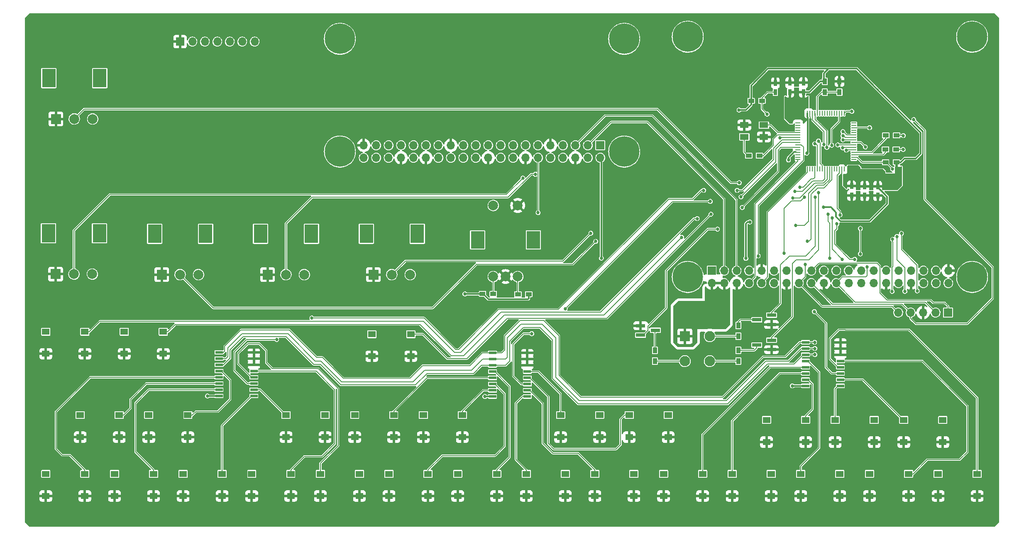
<source format=gbr>
G04 #@! TF.GenerationSoftware,KiCad,Pcbnew,(6.0.1-0)*
G04 #@! TF.CreationDate,2023-10-11T15:07:40-07:00*
G04 #@! TF.ProjectId,synth,73796e74-682e-46b6-9963-61645f706362,rev?*
G04 #@! TF.SameCoordinates,Original*
G04 #@! TF.FileFunction,Copper,L1,Top*
G04 #@! TF.FilePolarity,Positive*
%FSLAX46Y46*%
G04 Gerber Fmt 4.6, Leading zero omitted, Abs format (unit mm)*
G04 Created by KiCad (PCBNEW (6.0.1-0)) date 2023-10-11 15:07:40*
%MOMM*%
%LPD*%
G01*
G04 APERTURE LIST*
G04 #@! TA.AperFunction,SMDPad,CuDef*
%ADD10R,1.000000X0.250000*%
G04 #@! TD*
G04 #@! TA.AperFunction,SMDPad,CuDef*
%ADD11R,0.250000X1.000000*%
G04 #@! TD*
G04 #@! TA.AperFunction,SMDPad,CuDef*
%ADD12R,1.200000X0.900000*%
G04 #@! TD*
G04 #@! TA.AperFunction,SMDPad,CuDef*
%ADD13R,1.500000X0.600000*%
G04 #@! TD*
G04 #@! TA.AperFunction,SMDPad,CuDef*
%ADD14R,1.900000X0.800000*%
G04 #@! TD*
G04 #@! TA.AperFunction,SMDPad,CuDef*
%ADD15R,0.900000X1.200000*%
G04 #@! TD*
G04 #@! TA.AperFunction,SMDPad,CuDef*
%ADD16R,1.550000X1.300000*%
G04 #@! TD*
G04 #@! TA.AperFunction,ComponentPad*
%ADD17R,2.000000X2.000000*%
G04 #@! TD*
G04 #@! TA.AperFunction,ComponentPad*
%ADD18C,2.000000*%
G04 #@! TD*
G04 #@! TA.AperFunction,ComponentPad*
%ADD19R,2.800000X3.800000*%
G04 #@! TD*
G04 #@! TA.AperFunction,ComponentPad*
%ADD20R,1.700000X1.700000*%
G04 #@! TD*
G04 #@! TA.AperFunction,ComponentPad*
%ADD21O,1.700000X1.700000*%
G04 #@! TD*
G04 #@! TA.AperFunction,ComponentPad*
%ADD22R,2.100000X2.100000*%
G04 #@! TD*
G04 #@! TA.AperFunction,ComponentPad*
%ADD23C,2.100000*%
G04 #@! TD*
G04 #@! TA.AperFunction,SMDPad,CuDef*
%ADD24R,0.750000X1.200000*%
G04 #@! TD*
G04 #@! TA.AperFunction,WasherPad*
%ADD25C,6.200000*%
G04 #@! TD*
G04 #@! TA.AperFunction,ComponentPad*
%ADD26R,2.800000X3.600000*%
G04 #@! TD*
G04 #@! TA.AperFunction,SMDPad,CuDef*
%ADD27R,1.800000X1.200000*%
G04 #@! TD*
G04 #@! TA.AperFunction,ViaPad*
%ADD28C,0.685800*%
G04 #@! TD*
G04 #@! TA.AperFunction,Conductor*
%ADD29C,0.152400*%
G04 #@! TD*
G04 #@! TA.AperFunction,Conductor*
%ADD30C,0.300000*%
G04 #@! TD*
G04 APERTURE END LIST*
D10*
X266932000Y-115081000D03*
X266932000Y-115581000D03*
X266932000Y-116081000D03*
X266932000Y-116581000D03*
X266932000Y-117081000D03*
X266932000Y-117581000D03*
X266932000Y-118081000D03*
X266932000Y-118581000D03*
X266932000Y-119081000D03*
X266932000Y-119581000D03*
X266932000Y-120081000D03*
X266932000Y-120581000D03*
X266932000Y-121081000D03*
X266932000Y-121581000D03*
X266932000Y-122081000D03*
X266932000Y-122581000D03*
D11*
X268882000Y-124531000D03*
X269382000Y-124531000D03*
X269882000Y-124531000D03*
X270382000Y-124531000D03*
X270882000Y-124531000D03*
X271382000Y-124531000D03*
X271882000Y-124531000D03*
X272382000Y-124531000D03*
X272882000Y-124531000D03*
X273382000Y-124531000D03*
X273882000Y-124531000D03*
X274382000Y-124531000D03*
X274882000Y-124531000D03*
X275382000Y-124531000D03*
X275882000Y-124531000D03*
X276382000Y-124531000D03*
D10*
X278332000Y-122581000D03*
X278332000Y-122081000D03*
X278332000Y-121581000D03*
X278332000Y-121081000D03*
X278332000Y-120581000D03*
X278332000Y-120081000D03*
X278332000Y-119581000D03*
X278332000Y-119081000D03*
X278332000Y-118581000D03*
X278332000Y-118081000D03*
X278332000Y-117581000D03*
X278332000Y-117081000D03*
X278332000Y-116581000D03*
X278332000Y-116081000D03*
X278332000Y-115581000D03*
X278332000Y-115081000D03*
D11*
X276382000Y-113131000D03*
X275882000Y-113131000D03*
X275382000Y-113131000D03*
X274882000Y-113131000D03*
X274382000Y-113131000D03*
X273882000Y-113131000D03*
X273382000Y-113131000D03*
X272882000Y-113131000D03*
X272382000Y-113131000D03*
X271882000Y-113131000D03*
X271382000Y-113131000D03*
X270882000Y-113131000D03*
X270382000Y-113131000D03*
X269882000Y-113131000D03*
X269382000Y-113131000D03*
X268882000Y-113131000D03*
D12*
X209826500Y-150050500D03*
X212026500Y-150050500D03*
D13*
X275584000Y-168732200D03*
X275584000Y-167462200D03*
X275584000Y-166192200D03*
X275584000Y-164922200D03*
X275584000Y-163652200D03*
X275584000Y-162382200D03*
X275584000Y-161112200D03*
X275584000Y-159842200D03*
X268484000Y-159842200D03*
X268484000Y-161112200D03*
X268484000Y-162382200D03*
X268484000Y-163652200D03*
X268484000Y-164922200D03*
X268484000Y-166192200D03*
X268484000Y-167462200D03*
X268484000Y-168732200D03*
D12*
X284789700Y-120523000D03*
X286989700Y-120523000D03*
D13*
X211728400Y-170916600D03*
X211728400Y-169646600D03*
X211728400Y-168376600D03*
X211728400Y-167106600D03*
X211728400Y-165836600D03*
X211728400Y-164566600D03*
X211728400Y-163296600D03*
X211728400Y-162026600D03*
X204628400Y-162026600D03*
X204628400Y-163296600D03*
X204628400Y-164566600D03*
X204628400Y-165836600D03*
X204628400Y-167106600D03*
X204628400Y-168376600D03*
X204628400Y-169646600D03*
X204628400Y-170916600D03*
D12*
X259588000Y-110617000D03*
X257388000Y-110617000D03*
D14*
X261532500Y-156207500D03*
X261532500Y-154307500D03*
X258532500Y-155257500D03*
D15*
X254762000Y-158623000D03*
X254762000Y-156423000D03*
X237744000Y-163680500D03*
X237744000Y-161480500D03*
D14*
X261532500Y-161351000D03*
X261532500Y-159451000D03*
X258532500Y-160401000D03*
D16*
X135480000Y-186700000D03*
X127520000Y-186700000D03*
X127520000Y-191200000D03*
X135480000Y-191200000D03*
X187980000Y-158200000D03*
X180020000Y-158200000D03*
X180020000Y-162700000D03*
X187980000Y-162700000D03*
X169520000Y-186700000D03*
X177480000Y-186700000D03*
X177480000Y-191200000D03*
X169520000Y-191200000D03*
X184480000Y-174700000D03*
X176520000Y-174700000D03*
X176520000Y-179200000D03*
X184480000Y-179200000D03*
X198480000Y-174700000D03*
X190520000Y-174700000D03*
X190520000Y-179200000D03*
X198480000Y-179200000D03*
X205480000Y-186700000D03*
X197520000Y-186700000D03*
X205480000Y-191200000D03*
X197520000Y-191200000D03*
X211520000Y-186700000D03*
X219480000Y-186700000D03*
X211520000Y-191200000D03*
X219480000Y-191200000D03*
X218520000Y-174700000D03*
X226480000Y-174700000D03*
X226480000Y-179200000D03*
X218520000Y-179200000D03*
X233480000Y-186700000D03*
X225520000Y-186700000D03*
X225520000Y-191200000D03*
X233480000Y-191200000D03*
X240480000Y-174700000D03*
X232520000Y-174700000D03*
X232520000Y-179200000D03*
X240480000Y-179200000D03*
X247480000Y-186700000D03*
X239520000Y-186700000D03*
X239520000Y-191200000D03*
X247480000Y-191200000D03*
X261480000Y-186700000D03*
X253520000Y-186700000D03*
X261480000Y-191200000D03*
X253520000Y-191200000D03*
X260520000Y-175700000D03*
X268480000Y-175700000D03*
X260520000Y-180200000D03*
X268480000Y-180200000D03*
X275480000Y-186700000D03*
X267520000Y-186700000D03*
X275480000Y-191200000D03*
X267520000Y-191200000D03*
X274520000Y-175700000D03*
X282480000Y-175700000D03*
X282480000Y-180200000D03*
X274520000Y-180200000D03*
X281520000Y-186700000D03*
X289480000Y-186700000D03*
X289480000Y-191200000D03*
X281520000Y-191200000D03*
X303480000Y-186700000D03*
X295520000Y-186700000D03*
X303480000Y-191200000D03*
X295520000Y-191200000D03*
X113520000Y-157700000D03*
X121480000Y-157700000D03*
X121480000Y-162200000D03*
X113520000Y-162200000D03*
X155520000Y-186700000D03*
X163480000Y-186700000D03*
X155520000Y-191200000D03*
X163480000Y-191200000D03*
X134520000Y-174700000D03*
X142480000Y-174700000D03*
X142480000Y-179200000D03*
X134520000Y-179200000D03*
X288520000Y-175700000D03*
X296480000Y-175700000D03*
X288520000Y-180200000D03*
X296480000Y-180200000D03*
D17*
X180340000Y-146050000D03*
D18*
X184090000Y-146050000D03*
X187840000Y-146050000D03*
D19*
X178890000Y-137725000D03*
X189290000Y-137725000D03*
D17*
X158750000Y-146050000D03*
D18*
X162500000Y-146050000D03*
X166250000Y-146050000D03*
D19*
X157300000Y-137725000D03*
X167700000Y-137725000D03*
D17*
X137160000Y-146050000D03*
D18*
X140910000Y-146050000D03*
X144660000Y-146050000D03*
D19*
X146110000Y-137725000D03*
X135710000Y-137725000D03*
D17*
X115500000Y-145950000D03*
D18*
X119250000Y-145950000D03*
X123000000Y-145950000D03*
D19*
X124450000Y-137625000D03*
X114050000Y-137625000D03*
D16*
X162520000Y-174700000D03*
X170480000Y-174700000D03*
X162520000Y-179200000D03*
X170480000Y-179200000D03*
X149480000Y-186700000D03*
X141520000Y-186700000D03*
X149480000Y-191200000D03*
X141520000Y-191200000D03*
X191480000Y-186700000D03*
X183520000Y-186700000D03*
X183520000Y-191200000D03*
X191480000Y-191200000D03*
X121480000Y-186700000D03*
X113520000Y-186700000D03*
X121480000Y-191200000D03*
X113520000Y-191200000D03*
X120520000Y-174700000D03*
X128480000Y-174700000D03*
X128480000Y-179200000D03*
X120520000Y-179200000D03*
D17*
X115570000Y-114300000D03*
D18*
X119320000Y-114300000D03*
X123070000Y-114300000D03*
D19*
X124520000Y-105975000D03*
X114120000Y-105975000D03*
D13*
X155950000Y-170815000D03*
X155950000Y-169545000D03*
X155950000Y-168275000D03*
X155950000Y-167005000D03*
X155950000Y-165735000D03*
X155950000Y-164465000D03*
X155950000Y-163195000D03*
X155950000Y-161925000D03*
X148850000Y-161925000D03*
X148850000Y-163195000D03*
X148850000Y-164465000D03*
X148850000Y-165735000D03*
X148850000Y-167005000D03*
X148850000Y-168275000D03*
X148850000Y-169545000D03*
X148850000Y-170815000D03*
D20*
X140880000Y-98520000D03*
D21*
X143420000Y-98520000D03*
X145960000Y-98520000D03*
X148500000Y-98520000D03*
X151040000Y-98520000D03*
X153580000Y-98520000D03*
X156120000Y-98520000D03*
D22*
X243865400Y-158623000D03*
D23*
X248945400Y-158623000D03*
X248945400Y-163703000D03*
X243865400Y-163703000D03*
D24*
X262331200Y-108849200D03*
X262331200Y-106949200D03*
D20*
X297535600Y-153797000D03*
D21*
X294995600Y-153797000D03*
X292455600Y-153797000D03*
X289915600Y-153797000D03*
X287375600Y-153797000D03*
D24*
X280543000Y-128031200D03*
X280543000Y-129931200D03*
X277876000Y-127970200D03*
X277876000Y-129870200D03*
X265256695Y-108818332D03*
X265256695Y-106918332D03*
D12*
X256880000Y-121793000D03*
X259080000Y-121793000D03*
D24*
X268050695Y-108818332D03*
X268050695Y-106918332D03*
X283210000Y-128031200D03*
X283210000Y-129931200D03*
D15*
X272415000Y-108829200D03*
X272415000Y-106629200D03*
X275399500Y-106639000D03*
X275399500Y-108839000D03*
D25*
X231500000Y-120950000D03*
X173500000Y-97950000D03*
X173500000Y-120950000D03*
X231500000Y-97950000D03*
D20*
X226620000Y-119670000D03*
D21*
X226620000Y-122210000D03*
X224080000Y-119670000D03*
X224080000Y-122210000D03*
X221540000Y-119670000D03*
X221540000Y-122210000D03*
X219000000Y-119670000D03*
X219000000Y-122210000D03*
X216460000Y-119670000D03*
X216460000Y-122210000D03*
X213920000Y-119670000D03*
X213920000Y-122210000D03*
X211380000Y-119670000D03*
X211380000Y-122210000D03*
X208840000Y-119670000D03*
X208840000Y-122210000D03*
X206300000Y-119670000D03*
X206300000Y-122210000D03*
X203760000Y-119670000D03*
X203760000Y-122210000D03*
X201220000Y-119670000D03*
X201220000Y-122210000D03*
X198680000Y-119670000D03*
X198680000Y-122210000D03*
X196140000Y-119670000D03*
X196140000Y-122210000D03*
X193600000Y-119670000D03*
X193600000Y-122210000D03*
X191060000Y-119670000D03*
X191060000Y-122210000D03*
X188520000Y-119670000D03*
X188520000Y-122210000D03*
X185980000Y-119670000D03*
X185980000Y-122210000D03*
X183440000Y-119670000D03*
X183440000Y-122210000D03*
X180900000Y-119670000D03*
X180900000Y-122210000D03*
X178360000Y-119670000D03*
X178360000Y-122210000D03*
D12*
X284832700Y-117665500D03*
X287032700Y-117665500D03*
D14*
X234847000Y-156466500D03*
X234847000Y-158366500D03*
X237847000Y-157416500D03*
D15*
X254762000Y-163703000D03*
X254762000Y-161503000D03*
D25*
X302460000Y-97526000D03*
X244460000Y-146526000D03*
X244460000Y-97526000D03*
X302460000Y-146526000D03*
D20*
X249337870Y-145240204D03*
D21*
X249337870Y-147780204D03*
X251877870Y-145240204D03*
X251877870Y-147780204D03*
X254417870Y-145240204D03*
X254417870Y-147780204D03*
X256957870Y-145240204D03*
X256957870Y-147780204D03*
X259497870Y-145240204D03*
X259497870Y-147780204D03*
X262037870Y-145240204D03*
X262037870Y-147780204D03*
X264577870Y-145240204D03*
X264577870Y-147780204D03*
X267117870Y-145240204D03*
X267117870Y-147780204D03*
X269657870Y-145240204D03*
X269657870Y-147780204D03*
X272197870Y-145240204D03*
X272197870Y-147780204D03*
X274737870Y-145240204D03*
X274737870Y-147780204D03*
X277277870Y-145240204D03*
X277277870Y-147780204D03*
X279817870Y-145240204D03*
X279817870Y-147780204D03*
X282357870Y-145240204D03*
X282357870Y-147780204D03*
X284897870Y-145240204D03*
X284897870Y-147780204D03*
X287437870Y-145240204D03*
X287437870Y-147780204D03*
X289977870Y-145240204D03*
X289977870Y-147780204D03*
X292517870Y-145240204D03*
X292517870Y-147780204D03*
X295057870Y-145240204D03*
X295057870Y-147780204D03*
X297597870Y-145240204D03*
X297597870Y-147780204D03*
D18*
X204780000Y-131950000D03*
X209780000Y-131950000D03*
D26*
X212980000Y-138950000D03*
X201580000Y-138950000D03*
D18*
X204780000Y-146450000D03*
X209780000Y-146450000D03*
X207280000Y-146450000D03*
D12*
X284810200Y-123126500D03*
X287010200Y-123126500D03*
X204787500Y-149987000D03*
X202587500Y-149987000D03*
D16*
X129520000Y-157700000D03*
X137480000Y-157700000D03*
X129520000Y-162200000D03*
X137480000Y-162200000D03*
D27*
X259990340Y-115553640D03*
X255990340Y-115553640D03*
X255990340Y-117953640D03*
X259990340Y-117953640D03*
D28*
X260751320Y-119606060D03*
X162687000Y-163830000D03*
X295899840Y-171518580D03*
X181610000Y-158750000D03*
X156725620Y-178770280D03*
X304482500Y-158623000D03*
X209867500Y-163068000D03*
X173426120Y-134462520D03*
X303232820Y-112054640D03*
X229676960Y-134340600D03*
X251968000Y-166306500D03*
X124051060Y-124533660D03*
X183471820Y-114612420D03*
X172021500Y-127317500D03*
X203316840Y-110507780D03*
X278950420Y-173055280D03*
X243723160Y-194787520D03*
X281828240Y-117284500D03*
X304746660Y-168249600D03*
X197548500Y-157416500D03*
X223161860Y-107769660D03*
X115740180Y-194901820D03*
X278130000Y-189357000D03*
X279971500Y-153225500D03*
X141295120Y-162224720D03*
X184838340Y-98417380D03*
X113276380Y-180474620D03*
X153606500Y-169164000D03*
X302387000Y-152590500D03*
X203316840Y-98874580D03*
X183967120Y-141917420D03*
X195326000Y-115252500D03*
X184497980Y-195844160D03*
X286473900Y-107721400D03*
X148000720Y-118374160D03*
X168084500Y-159385000D03*
X157124400Y-127726440D03*
X238302800Y-129131060D03*
X211754720Y-98188780D03*
X281061160Y-132638800D03*
X255333500Y-153416000D03*
X175069500Y-171640500D03*
X199136000Y-153924000D03*
X289745420Y-168249600D03*
X292285420Y-135653780D03*
X158493460Y-118374160D03*
X188341000Y-172656500D03*
X228940360Y-189087760D03*
X132013960Y-189326520D03*
X168465500Y-169037000D03*
X271208500Y-146494500D03*
X271406620Y-189087760D03*
X285320740Y-183253380D03*
X154729180Y-109138720D03*
X182245000Y-162560000D03*
X195828920Y-195239640D03*
X264688320Y-178290220D03*
X186055000Y-162560000D03*
X118618000Y-153670000D03*
X201109580Y-189567820D03*
X154178000Y-162052000D03*
X194190620Y-111419640D03*
X163449000Y-123507500D03*
X158686500Y-174498000D03*
X280934160Y-134058660D03*
X129613660Y-135343900D03*
X210693000Y-108712000D03*
X174980600Y-195541900D03*
X118808500Y-166179500D03*
X270824960Y-106062780D03*
X233680000Y-154051000D03*
X264096500Y-149352000D03*
X247794780Y-114155220D03*
X284835600Y-149225000D03*
X284988000Y-188958220D03*
X238188500Y-149034500D03*
X168181020Y-195392040D03*
X136146540Y-195097400D03*
X278627840Y-133096000D03*
X156019500Y-153987500D03*
X232092500Y-168529000D03*
X139636500Y-183578500D03*
X125476000Y-153479500D03*
X299125640Y-188958220D03*
X253042420Y-123281440D03*
X181610000Y-160020000D03*
X299361860Y-160748980D03*
X150548340Y-133433820D03*
X304258980Y-127330200D03*
X145796000Y-178308000D03*
X291261800Y-103276400D03*
X257251200Y-190286640D03*
X236138720Y-177571400D03*
X133212840Y-160535620D03*
X147129500Y-183451500D03*
X301520860Y-133487160D03*
X150853140Y-107083860D03*
X180477160Y-171813220D03*
X129981960Y-120200420D03*
X250799600Y-182018940D03*
X173205140Y-114841020D03*
X206248000Y-125031500D03*
X209867500Y-165735000D03*
X194152520Y-177810160D03*
X125666500Y-160147000D03*
X160060640Y-133692900D03*
X288013140Y-171328080D03*
X244886480Y-182532020D03*
X277431500Y-153225500D03*
X195790820Y-138833860D03*
X279935940Y-183443880D03*
X161290000Y-170561000D03*
X289953700Y-149199600D03*
X292577520Y-194508120D03*
X124335540Y-176850040D03*
X118097300Y-103195120D03*
X201930000Y-125031500D03*
X277256240Y-133045200D03*
X208597500Y-188531500D03*
X283974540Y-167286940D03*
X180340000Y-150622000D03*
X263842500Y-154559000D03*
X118338600Y-188607700D03*
X125857000Y-170497500D03*
X270070580Y-116118640D03*
X158643320Y-189326520D03*
X288843720Y-160682940D03*
X221983300Y-162455860D03*
X304553620Y-161518600D03*
X186954160Y-189326520D03*
X166563040Y-177571400D03*
X256915920Y-178272440D03*
X301879000Y-184531000D03*
X202565000Y-184658000D03*
X160655000Y-167576500D03*
X285750000Y-193802000D03*
X283926280Y-131549140D03*
X138049000Y-153987500D03*
X186055000Y-158750000D03*
X154086560Y-181889400D03*
X114978180Y-170134280D03*
X186055000Y-153860500D03*
X205676500Y-159067500D03*
X209232500Y-169989500D03*
X153416000Y-163068000D03*
X248094500Y-168148000D03*
X202473560Y-176362360D03*
X218142820Y-98874580D03*
X179821840Y-111191040D03*
X243575840Y-190047880D03*
X242951000Y-167195500D03*
X125747780Y-195097400D03*
X252130560Y-109821980D03*
X194762120Y-133949440D03*
X257619500Y-152717500D03*
X272605500Y-149225000D03*
X277238460Y-98828860D03*
X304172620Y-195087240D03*
X140522960Y-141404340D03*
X153479500Y-145986500D03*
X130436620Y-125902720D03*
X273862800Y-115349020D03*
X196977000Y-109029500D03*
X150548340Y-140375640D03*
X116418360Y-159816800D03*
X181610000Y-161290000D03*
X274701000Y-153543000D03*
X238386620Y-122471180D03*
X295023540Y-126989840D03*
X259016500Y-151765000D03*
X153416000Y-164084000D03*
X260893560Y-194216020D03*
X259491480Y-120357900D03*
X230251000Y-156527500D03*
X142412720Y-106857800D03*
X250444000Y-189039500D03*
X299085000Y-168783000D03*
X264922000Y-150685500D03*
X275658580Y-115760500D03*
X250304300Y-120771920D03*
X194437000Y-125158500D03*
X202184000Y-114808000D03*
X176339500Y-153987500D03*
X130812540Y-97198180D03*
X279527000Y-161036000D03*
X263715500Y-189674500D03*
X302450500Y-178244500D03*
X172339000Y-151638000D03*
X223182180Y-160296860D03*
X195326000Y-168402000D03*
X138971020Y-118071900D03*
X159321500Y-169037000D03*
X231521000Y-182788560D03*
X292699440Y-178419760D03*
X166814500Y-150749000D03*
X234508040Y-195089780D03*
X167048180Y-116893340D03*
X292742620Y-109319060D03*
X154368500Y-177038000D03*
X111991140Y-152971500D03*
X222250000Y-188658500D03*
X217131900Y-195089780D03*
X186690000Y-160020000D03*
X279549860Y-195369180D03*
X150876000Y-165798500D03*
X144190720Y-194901820D03*
X155575000Y-150749000D03*
X226651820Y-194937380D03*
X129159000Y-168529000D03*
X297873420Y-116842540D03*
X274426680Y-118826280D03*
X194437000Y-145796000D03*
X282470860Y-113141760D03*
X182054500Y-127317500D03*
X217807540Y-129047240D03*
X243461540Y-113929160D03*
X180340000Y-144145000D03*
X150431500Y-174244000D03*
X264541000Y-159956500D03*
X248251980Y-107769660D03*
X234566460Y-130352800D03*
X184736740Y-133949440D03*
X179036980Y-177810160D03*
X283959300Y-160939480D03*
X209867500Y-164274500D03*
X141295120Y-133949440D03*
X163576000Y-153987500D03*
X207073500Y-165989000D03*
X271424400Y-98374200D03*
X283781500Y-155384500D03*
X255849120Y-113931700D03*
X138490960Y-177330100D03*
X115219480Y-150459440D03*
X257972560Y-97802700D03*
X269549880Y-194216020D03*
X114259360Y-96476820D03*
X116898420Y-141343380D03*
X165361620Y-170614340D03*
X222704660Y-98874580D03*
X267906500Y-151257000D03*
X222008700Y-132407660D03*
X191389000Y-161671000D03*
X144350740Y-126814580D03*
X161848800Y-195097400D03*
X121158000Y-150558500D03*
X255079500Y-151447500D03*
X277738840Y-134287260D03*
X187050680Y-182018940D03*
X151193500Y-123761500D03*
X166230300Y-110042960D03*
X227741480Y-167253920D03*
X258013200Y-120423940D03*
X236918500Y-188658500D03*
X196532500Y-154559000D03*
X210121500Y-167068500D03*
X299085000Y-184848500D03*
X188595000Y-150876000D03*
X227408740Y-149628860D03*
X288526220Y-97802700D03*
X132080000Y-152527000D03*
X297116500Y-166560500D03*
X115382040Y-124533660D03*
X146888200Y-189326520D03*
X173758860Y-188846460D03*
X228178360Y-108910120D03*
X299811440Y-105669080D03*
X174238920Y-159816800D03*
X277789640Y-179189380D03*
X248023380Y-110507780D03*
X187822840Y-109270800D03*
X266446000Y-157543500D03*
X250507500Y-194409060D03*
X190997840Y-98417380D03*
X126428500Y-164084000D03*
X256821940Y-119783860D03*
X256915920Y-181170580D03*
X210614260Y-114841020D03*
X261424420Y-105526840D03*
X280052780Y-109743240D03*
X148907500Y-144208500D03*
X296054780Y-139712700D03*
X174434500Y-163703000D03*
X148399500Y-154305000D03*
X152234900Y-195882260D03*
X270192500Y-157416500D03*
X207464660Y-195392040D03*
X211726780Y-178163220D03*
X237987840Y-109138720D03*
X147721320Y-159141160D03*
X154432000Y-164846000D03*
X245658640Y-177134520D03*
X196278500Y-184658000D03*
X302577500Y-173863000D03*
X270014700Y-110721140D03*
X228178360Y-163509960D03*
X301180500Y-122770900D03*
X216789000Y-114617500D03*
X142641320Y-113243360D03*
X129133600Y-103436420D03*
X173169580Y-143974820D03*
X223809560Y-166852600D03*
X222224600Y-178770280D03*
X166486840Y-96418400D03*
X164685980Y-140888720D03*
X237690660Y-182788560D03*
X294322500Y-158623000D03*
X129133600Y-142783560D03*
X215265000Y-189326520D03*
X186690000Y-161290000D03*
X292354000Y-189357000D03*
X211985860Y-182275480D03*
X257302000Y-150622000D03*
X214947500Y-161290000D03*
X276120860Y-111224060D03*
X209867500Y-161988500D03*
X298831000Y-193675000D03*
X270103600Y-122648980D03*
X203073000Y-170916600D03*
X254914400Y-112471200D03*
X256311400Y-142722600D03*
X146481800Y-170815000D03*
X199009000Y-149987000D03*
X265785600Y-168732200D03*
X257124200Y-135305800D03*
X268732000Y-121259600D03*
X264998200Y-122656600D03*
X272186400Y-132283200D03*
X226822000Y-142697200D03*
X213931500Y-133400800D03*
X249174000Y-133731000D03*
X255582420Y-132344160D03*
X247700800Y-128854200D03*
X254533400Y-128854200D03*
X167779700Y-154901900D03*
X160609280Y-159278320D03*
X249047000Y-131114800D03*
X212623400Y-158089600D03*
X219456000Y-152984200D03*
X255320800Y-130175000D03*
X270281400Y-153593800D03*
X258826000Y-142240000D03*
X270408400Y-162356800D03*
X274891500Y-135699500D03*
X276783800Y-120652500D03*
X278536400Y-142913100D03*
X270383000Y-161112200D03*
X275996400Y-142913100D03*
X276034500Y-120154700D03*
X273939000Y-134493000D03*
X275056600Y-119583200D03*
X273456400Y-142684500D03*
X273050000Y-133731000D03*
X270332200Y-159842200D03*
X268391640Y-143931640D03*
X268282672Y-130246372D03*
X264096500Y-141681200D03*
X260647180Y-113317020D03*
X263268460Y-118152500D03*
X281543760Y-116080540D03*
X290558220Y-114419380D03*
X277919180Y-112737900D03*
X279646380Y-141823440D03*
X281073860Y-144444720D03*
X279656540Y-136616440D03*
X276098000Y-117716297D03*
X271145000Y-118795800D03*
X270357600Y-119367300D03*
X276098000Y-118554500D03*
X276098000Y-116878094D03*
X267340080Y-128206500D03*
X213348500Y-125572520D03*
X210820000Y-126352300D03*
X266336780Y-129024380D03*
X265889740Y-130436620D03*
X254952500Y-127309880D03*
X266471400Y-136006840D03*
X224683320Y-137596880D03*
X268853920Y-139217400D03*
X225689160Y-139260580D03*
X286232600Y-124523500D03*
X286158940Y-149448520D03*
X286242760Y-138838940D03*
X270446500Y-130238500D03*
X272821400Y-120091200D03*
X272211800Y-119456200D03*
X271145000Y-129286000D03*
X275513800Y-133858000D03*
X250520200Y-136779000D03*
X287121600Y-138264900D03*
X288749740Y-149445980D03*
X288381440Y-120523000D03*
X291259260Y-149369780D03*
X288429700Y-117683280D03*
X288033460Y-137637520D03*
X273812000Y-119659400D03*
X246380000Y-134620000D03*
X243205000Y-138430000D03*
X280670000Y-120015000D03*
D29*
X259658000Y-115186000D02*
X259658000Y-115316000D01*
X262821120Y-117081000D02*
X261293760Y-115553640D01*
X266932000Y-117081000D02*
X262821120Y-117081000D01*
X261293760Y-115553640D02*
X259990340Y-115553640D01*
X269478760Y-113880160D02*
X269478760Y-115526820D01*
X275882000Y-124531000D02*
X275882000Y-125438000D01*
X269382000Y-113783400D02*
X269478760Y-113880160D01*
X275882000Y-125438000D02*
X275399500Y-125920500D01*
X269382000Y-113131000D02*
X269382000Y-113783400D01*
X269478760Y-115526820D02*
X270070580Y-116118640D01*
X266279600Y-117581000D02*
X266932000Y-117581000D01*
X261937500Y-118427500D02*
X262784000Y-117581000D01*
X259080000Y-121793000D02*
X259832400Y-121793000D01*
X261937500Y-119687900D02*
X261937500Y-118427500D01*
X262784000Y-117581000D02*
X266279600Y-117581000D01*
X259832400Y-121793000D02*
X261937500Y-119687900D01*
X255990340Y-121053340D02*
X256730000Y-121793000D01*
X255990340Y-117953640D02*
X255990340Y-121053340D01*
X256730000Y-121793000D02*
X256880000Y-121793000D01*
X256978000Y-121949000D02*
X256880000Y-122047000D01*
X256978000Y-121695000D02*
X256880000Y-121793000D01*
D30*
X211886800Y-151053800D02*
X212026500Y-150914100D01*
X257388000Y-109867000D02*
X257403600Y-109851400D01*
X274726400Y-134239000D02*
X275615400Y-135128000D01*
X265785600Y-168732200D02*
X268484000Y-168732200D01*
D29*
X283629100Y-149796500D02*
X285102300Y-151269700D01*
D30*
X283006800Y-108127800D02*
X278917400Y-104038400D01*
D29*
X296887900Y-151815800D02*
X297535600Y-152463500D01*
D30*
X266175773Y-120994095D02*
X266190079Y-121008401D01*
X268882000Y-113131000D02*
X268882000Y-113931000D01*
X266190079Y-121008401D02*
X266510433Y-121008401D01*
X273634200Y-132283200D02*
X274726400Y-133375400D01*
X256667000Y-135305800D02*
X257124200Y-135305800D01*
D29*
X271212814Y-143685260D02*
X283034740Y-143685260D01*
D30*
X268909800Y-113958800D02*
X268909800Y-121081800D01*
X283210000Y-108331000D02*
X283006800Y-108127800D01*
X254939800Y-112445800D02*
X254914400Y-112471200D01*
X283210000Y-128256200D02*
X283210000Y-128031200D01*
X257388000Y-110617000D02*
X257388000Y-109867000D01*
X287010200Y-123126500D02*
X287910200Y-123126500D01*
X285140400Y-130186600D02*
X283210000Y-128256200D01*
D29*
X269657870Y-145240204D02*
X271212814Y-143685260D01*
D30*
X264998200Y-122656600D02*
X264998200Y-122171667D01*
X257403600Y-109851400D02*
X257403600Y-107467400D01*
X199009000Y-149987000D02*
X202587500Y-149987000D01*
X212026500Y-150914100D02*
X212026500Y-150050500D01*
X275615400Y-135128000D02*
X281584400Y-135128000D01*
X285140400Y-131572000D02*
X285140400Y-130186600D01*
X273202400Y-104038400D02*
X272237200Y-105003600D01*
X268882000Y-113931000D02*
X268909800Y-113958800D01*
X257388000Y-111367000D02*
X256309200Y-112445800D01*
D29*
X202587500Y-149987000D02*
X202737500Y-149987000D01*
X294005900Y-151269700D02*
X294552000Y-151815800D01*
D30*
X271487200Y-106629200D02*
X269298068Y-108818332D01*
X287910200Y-123126500D02*
X288684900Y-122351800D01*
X281584400Y-135128000D02*
X285140400Y-131572000D01*
X272186400Y-132283200D02*
X273634200Y-132283200D01*
X274726400Y-133375400D02*
X274726400Y-134239000D01*
D29*
X297535600Y-152463500D02*
X297535600Y-153797000D01*
D30*
X202737500Y-149987000D02*
X203804300Y-151053800D01*
X257388000Y-110617000D02*
X257388000Y-111367000D01*
X148850000Y-170815000D02*
X146481800Y-170815000D01*
X272237200Y-106629200D02*
X271487200Y-106629200D01*
X257403600Y-107467400D02*
X260832600Y-104038400D01*
X256309200Y-112445800D02*
X254939800Y-112445800D01*
X256311400Y-142722600D02*
X256311400Y-135661400D01*
X269298068Y-108818332D02*
X268050695Y-108818332D01*
X203804300Y-151053800D02*
X211886800Y-151053800D01*
X272237200Y-105003600D02*
X272237200Y-106629200D01*
X288684900Y-122351800D02*
X290982400Y-122351800D01*
X256311400Y-135661400D02*
X256667000Y-135305800D01*
X204628400Y-170916600D02*
X203073000Y-170916600D01*
D29*
X294552000Y-151815800D02*
X296887900Y-151815800D01*
D30*
X278917400Y-104038400D02*
X273202400Y-104038400D01*
X291973000Y-117094000D02*
X283006800Y-108127800D01*
D29*
X285102300Y-151269700D02*
X294005900Y-151269700D01*
X283034740Y-143685260D02*
X283629100Y-144279620D01*
X283629100Y-144279620D02*
X283629100Y-149796500D01*
D30*
X264998200Y-122171667D02*
X266175773Y-120994095D01*
X268909800Y-121081800D02*
X268732000Y-121259600D01*
X291973000Y-121361200D02*
X291973000Y-117094000D01*
X260832600Y-104038400D02*
X273202400Y-104038400D01*
X290982400Y-122351800D02*
X291973000Y-121361200D01*
X226822000Y-142697200D02*
X226822000Y-122412000D01*
X226822000Y-122412000D02*
X226620000Y-122210000D01*
D29*
X258216400Y-131574000D02*
X266932000Y-122858400D01*
X266932000Y-122858400D02*
X266932000Y-122581000D01*
X256957870Y-147780204D02*
X258216400Y-146521674D01*
X258216400Y-146521674D02*
X258216400Y-131574000D01*
X260347869Y-146930205D02*
X260358795Y-146930205D01*
X260358795Y-146930205D02*
X260756400Y-146532600D01*
X260756400Y-146532600D02*
X260756400Y-133309000D01*
X268882000Y-125183400D02*
X268882000Y-124531000D01*
X259497870Y-147780204D02*
X260347869Y-146930205D01*
X260756400Y-133309000D02*
X268882000Y-125183400D01*
X213920000Y-133389300D02*
X213931500Y-133400800D01*
X213920000Y-122210000D02*
X213920000Y-133389300D01*
X228815000Y-114935000D02*
X224080000Y-119670000D01*
X251879100Y-144036893D02*
X251879100Y-130594100D01*
X251877870Y-144038123D02*
X251879100Y-144036893D01*
X251877870Y-145240204D02*
X251877870Y-144038123D01*
X236220000Y-114935000D02*
X228815000Y-114935000D01*
X251879100Y-130594100D02*
X236220000Y-114935000D01*
X227621200Y-113588800D02*
X221540000Y-119670000D01*
X237210600Y-113588800D02*
X227621200Y-113588800D01*
X254417870Y-130796070D02*
X237210600Y-113588800D01*
X254417870Y-145240204D02*
X254417870Y-130796070D01*
X255582420Y-132344160D02*
X258165600Y-129760980D01*
X190415000Y-158200000D02*
X195410000Y-163195000D01*
X262890000Y-123825000D02*
X262890000Y-125036580D01*
X262890000Y-125036580D02*
X258165600Y-129760980D01*
X248666000Y-134239000D02*
X248983500Y-133921500D01*
X207645000Y-154940000D02*
X227965000Y-154940000D01*
X227965000Y-154940000D02*
X247015000Y-135890000D01*
X199390000Y-163195000D02*
X207645000Y-154940000D01*
X187980000Y-158200000D02*
X190415000Y-158200000D01*
X262890000Y-120650000D02*
X263459000Y-120081000D01*
X247015000Y-135890000D02*
X248666000Y-134239000D01*
X195410000Y-163195000D02*
X199390000Y-163195000D01*
X263459000Y-120081000D02*
X266932000Y-120081000D01*
X262890000Y-123825000D02*
X262890000Y-120650000D01*
X248983500Y-133921500D02*
X249174000Y-133731000D01*
X240588800Y-130632200D02*
X245437867Y-130632200D01*
X151942800Y-165582600D02*
X151942800Y-161899600D01*
X159766000Y-159283400D02*
X160604200Y-159283400D01*
X197104000Y-161340800D02*
X197688200Y-161340800D01*
X247215867Y-128854200D02*
X247700800Y-128854200D01*
X190665100Y-154901900D02*
X197104000Y-161340800D01*
X151942800Y-161823400D02*
X154482800Y-159283400D01*
X151942800Y-161899600D02*
X151942800Y-161823400D01*
X154635200Y-168275000D02*
X151942800Y-165582600D01*
X263689000Y-118581000D02*
X261975600Y-120294400D01*
X154482800Y-159283400D02*
X159766000Y-159283400D01*
X218084400Y-153136600D02*
X240588800Y-130632200D01*
X261975600Y-122529600D02*
X255651000Y-128854200D01*
X160604200Y-159283400D02*
X160609280Y-159278320D01*
X266932000Y-118581000D02*
X263689000Y-118581000D01*
X167779700Y-154901900D02*
X190665100Y-154901900D01*
X261975600Y-120294400D02*
X261975600Y-122529600D01*
X205892400Y-153136600D02*
X218084400Y-153136600D01*
X197688200Y-161340800D02*
X205892400Y-153136600D01*
X255651000Y-128854200D02*
X254533400Y-128854200D01*
X245437867Y-130632200D02*
X247215867Y-128854200D01*
X155950000Y-168275000D02*
X154635200Y-168275000D01*
X210489800Y-168376600D02*
X211278400Y-168376600D01*
X262432800Y-120446800D02*
X263798600Y-119081000D01*
X210972400Y-158089600D02*
X208838800Y-160223200D01*
X212623400Y-158089600D02*
X210972400Y-158089600D01*
X219456000Y-152984200D02*
X241300000Y-131140200D01*
X211278400Y-168376600D02*
X211728400Y-168376600D01*
X262432800Y-123063000D02*
X262432800Y-120446800D01*
X208838800Y-166725600D02*
X210489800Y-168376600D01*
X255320800Y-130175000D02*
X262432800Y-123063000D01*
X263798600Y-119081000D02*
X266932000Y-119081000D01*
X249021600Y-131140200D02*
X249047000Y-131114800D01*
X241300000Y-131140200D02*
X249021600Y-131140200D01*
X208838800Y-160223200D02*
X208838800Y-166725600D01*
X270281400Y-153593800D02*
X272643600Y-155956000D01*
X267584400Y-119581000D02*
X268046200Y-120042800D01*
X272643600Y-155956000D02*
X272643600Y-164973000D01*
X268046200Y-122732800D02*
X258826000Y-131953000D01*
X266932000Y-119581000D02*
X267584400Y-119581000D01*
X258826000Y-131953000D02*
X258826000Y-142240000D01*
X273862800Y-166192200D02*
X274370800Y-166192200D01*
X268046200Y-120042800D02*
X268046200Y-122732800D01*
X274370800Y-166192200D02*
X275584000Y-166192200D01*
X272643600Y-164973000D02*
X273862800Y-166192200D01*
X210921600Y-156819600D02*
X214299800Y-156819600D01*
X274447000Y-137096500D02*
X274891500Y-136652000D01*
X200736200Y-166217600D02*
X202387200Y-164566600D01*
X204628400Y-164566600D02*
X207314800Y-164566600D01*
X151104600Y-163112800D02*
X151104600Y-161417000D01*
X149752400Y-164465000D02*
X151104600Y-163112800D01*
X207314800Y-164566600D02*
X208153000Y-163728400D01*
X274891500Y-136652000D02*
X274891500Y-135699500D01*
X169519600Y-164363400D02*
X173710600Y-168554400D01*
X168173400Y-164363400D02*
X169519600Y-164363400D01*
X268034000Y-162382200D02*
X266129000Y-164287200D01*
X260756400Y-164287200D02*
X252603000Y-172440600D01*
X278536400Y-142913100D02*
X277507700Y-142913100D01*
X214299800Y-156819600D02*
X216890600Y-159410400D01*
X278332000Y-120581000D02*
X276855300Y-120581000D01*
X268484000Y-162382200D02*
X270383000Y-162382200D01*
X268484000Y-162382200D02*
X268034000Y-162382200D01*
X216890600Y-159410400D02*
X216890600Y-167208200D01*
X266129000Y-164287200D02*
X260756400Y-164287200D01*
X151104600Y-161417000D02*
X153822400Y-158699200D01*
X208153000Y-163728400D02*
X208153000Y-159588200D01*
X208153000Y-159588200D02*
X210921600Y-156819600D01*
X274447000Y-139852400D02*
X274447000Y-137096500D01*
X173710600Y-168554400D02*
X188925200Y-168554400D01*
X153822400Y-158699200D02*
X162509200Y-158699200D01*
X191262000Y-166217600D02*
X200736200Y-166217600D01*
X202387200Y-164566600D02*
X204628400Y-164566600D01*
X277507700Y-142913100D02*
X274447000Y-139852400D01*
X222123000Y-172440600D02*
X216890600Y-167208200D01*
X162509200Y-158699200D02*
X168173400Y-164363400D01*
X148850000Y-164465000D02*
X149752400Y-164465000D01*
X188925200Y-168554400D02*
X191262000Y-166217600D01*
X252603000Y-172440600D02*
X222123000Y-172440600D01*
X276855300Y-120581000D02*
X276783800Y-120652500D01*
X270383000Y-162382200D02*
X270408400Y-162356800D01*
X150622000Y-162763200D02*
X150622000Y-160985200D01*
X207289400Y-163296600D02*
X204628400Y-163296600D01*
X162915600Y-158115000D02*
X168452800Y-163652200D01*
X217500200Y-166954200D02*
X217500200Y-158927800D01*
X269386400Y-161112200D02*
X270383000Y-161112200D01*
X190779400Y-165531800D02*
X200380600Y-165531800D01*
X188417200Y-167894000D02*
X190779400Y-165531800D01*
X210439000Y-156159200D02*
X207645000Y-158953200D01*
X276108200Y-120081000D02*
X276034500Y-120154700D01*
X202615800Y-163296600D02*
X204628400Y-163296600D01*
X268484000Y-161112200D02*
X269386400Y-161112200D01*
X207645000Y-162941000D02*
X207289400Y-163296600D01*
X173837600Y-167894000D02*
X188417200Y-167894000D01*
X278332000Y-120081000D02*
X276108200Y-120081000D01*
X222250000Y-171704000D02*
X217500200Y-166954200D01*
X168452800Y-163652200D02*
X169595800Y-163652200D01*
X217500200Y-158927800D02*
X214731600Y-156159200D01*
X150622000Y-160985200D02*
X153492200Y-158115000D01*
X153492200Y-158115000D02*
X162915600Y-158115000D01*
X200380600Y-165531800D02*
X202615800Y-163296600D01*
X268484000Y-161112200D02*
X267581600Y-161112200D01*
X148850000Y-163195000D02*
X150190200Y-163195000D01*
X207645000Y-158953200D02*
X207645000Y-162941000D01*
X252323600Y-171704000D02*
X222250000Y-171704000D01*
X214731600Y-156159200D02*
X210439000Y-156159200D01*
X273939000Y-140855700D02*
X275996400Y-142913100D01*
X267581600Y-161112200D02*
X265041600Y-163652200D01*
X260375400Y-163652200D02*
X252323600Y-171704000D01*
X273939000Y-134493000D02*
X273939000Y-140855700D01*
X169595800Y-163652200D02*
X173837600Y-167894000D01*
X265041600Y-163652200D02*
X260375400Y-163652200D01*
X150190200Y-163195000D02*
X150622000Y-162763200D01*
X204628400Y-162026600D02*
X206527400Y-162026600D01*
X273456400Y-135547100D02*
X273050000Y-135140700D01*
X267309600Y-159842200D02*
X268484000Y-159842200D01*
X210286600Y-155397200D02*
X215087200Y-155397200D01*
X148850000Y-161925000D02*
X149752400Y-161925000D01*
X222631000Y-171043600D02*
X251587000Y-171043600D01*
X149752400Y-161925000D02*
X150012400Y-161665000D01*
X251587000Y-171043600D02*
X259842000Y-162788600D01*
X150012400Y-161665000D02*
X150012400Y-160655000D01*
X150012400Y-160655000D02*
X153314400Y-157353000D01*
X207162400Y-161391600D02*
X207162400Y-158521400D01*
X187833000Y-167182800D02*
X190398400Y-164617400D01*
X259842000Y-162788600D02*
X264363200Y-162788600D01*
X202565000Y-162026600D02*
X204628400Y-162026600D01*
X169926000Y-162941000D02*
X174167800Y-167182800D01*
X153314400Y-157353000D02*
X163169600Y-157353000D01*
X174167800Y-167182800D02*
X187833000Y-167182800D01*
X275056600Y-119583200D02*
X278329800Y-119583200D01*
X218186000Y-166598600D02*
X222631000Y-171043600D01*
X218186000Y-158496000D02*
X218186000Y-166598600D01*
X168757600Y-162941000D02*
X169926000Y-162941000D01*
X207162400Y-158521400D02*
X210286600Y-155397200D01*
X163169600Y-157353000D02*
X168757600Y-162941000D01*
X268484000Y-159842200D02*
X270332200Y-159842200D01*
X215087200Y-155397200D02*
X218186000Y-158496000D01*
X206527400Y-162026600D02*
X207162400Y-161391600D01*
X190398400Y-164617400D02*
X199974200Y-164617400D01*
X199974200Y-164617400D02*
X202565000Y-162026600D01*
X273456400Y-142684500D02*
X273456400Y-135547100D01*
X273050000Y-135140700D02*
X273050000Y-133731000D01*
X264363200Y-162788600D02*
X267309600Y-159842200D01*
X278329800Y-119583200D02*
X278332000Y-119581000D01*
X265615419Y-131008121D02*
X264096500Y-132527040D01*
X268391640Y-143931640D02*
X268391640Y-144645380D01*
X270924866Y-151587200D02*
X270929100Y-151587200D01*
X264096500Y-132527040D02*
X264096500Y-141681200D01*
X260647180Y-113317020D02*
X259588000Y-112257840D01*
X270929100Y-151587200D02*
X271843500Y-152501600D01*
X262331200Y-108849200D02*
X260753400Y-108849200D01*
X268391640Y-146506434D02*
X268391640Y-144645380D01*
X271843500Y-152501600D02*
X286080200Y-152501600D01*
X267520923Y-131008121D02*
X265615419Y-131008121D01*
X263339960Y-118081000D02*
X263268460Y-118152500D01*
X267117870Y-147780204D02*
X268391640Y-146506434D01*
X268282672Y-130246372D02*
X267520923Y-131008121D01*
X260753400Y-108849200D02*
X259588000Y-110014600D01*
X267117870Y-147780204D02*
X270924866Y-151587200D01*
X259588000Y-110014600D02*
X259588000Y-110617000D01*
X286080200Y-152501600D02*
X287375600Y-153797000D01*
X265755120Y-118081000D02*
X263339960Y-118081000D01*
X259588000Y-112257840D02*
X259588000Y-110617000D01*
X266932000Y-118081000D02*
X265755120Y-118081000D01*
X289915600Y-154999081D02*
X290996979Y-156080460D01*
X301449740Y-156080460D02*
X306656740Y-150873460D01*
X289915600Y-153797000D02*
X289915600Y-154999081D01*
X278332460Y-116080540D02*
X278332000Y-116081000D01*
X306656740Y-150873460D02*
X306656740Y-144520920D01*
X288193480Y-152074880D02*
X289915600Y-153797000D01*
X289065601Y-152947001D02*
X289915600Y-153797000D01*
X290996979Y-156080460D02*
X301449740Y-156080460D01*
X292798500Y-130662680D02*
X292798500Y-116659660D01*
X281543760Y-116080540D02*
X278332460Y-116080540D01*
X269657870Y-147780204D02*
X272906066Y-151028400D01*
X292798500Y-116659660D02*
X290558220Y-114419380D01*
X273954240Y-152074880D02*
X288193480Y-152074880D01*
X306656740Y-144520920D02*
X292798500Y-130662680D01*
X272906066Y-151028400D02*
X272907760Y-151028400D01*
X272907760Y-151028400D02*
X273954240Y-152074880D01*
X275587869Y-148638669D02*
X277571200Y-150622000D01*
X278612600Y-151668480D02*
X292867080Y-151668480D01*
X279646380Y-141823440D02*
X279646380Y-136626600D01*
X279646380Y-136626600D02*
X279656540Y-136616440D01*
X275587869Y-146920811D02*
X275991320Y-146517360D01*
X279930860Y-146517360D02*
X280771600Y-146517360D01*
X275587869Y-148630203D02*
X275587869Y-148638669D01*
X274737870Y-147780204D02*
X275587869Y-146930205D01*
X277571200Y-150622000D02*
X277571200Y-150627080D01*
X281073860Y-146215100D02*
X281073860Y-144444720D01*
X292867080Y-151668480D02*
X294995600Y-153797000D01*
X277571200Y-150627080D02*
X278612600Y-151668480D01*
X274737870Y-147780204D02*
X275587869Y-148630203D01*
X277571200Y-150622000D02*
X277576280Y-150622000D01*
X276775100Y-112737900D02*
X276382000Y-113131000D01*
X277919180Y-112737900D02*
X276775100Y-112737900D01*
X280771600Y-146517360D02*
X281073860Y-146215100D01*
X275991320Y-146517360D02*
X279930860Y-146517360D01*
X275587869Y-146930205D02*
X275587869Y-146920811D01*
X276577000Y-118081000D02*
X276212297Y-117716297D01*
X277679600Y-118081000D02*
X276577000Y-118081000D01*
X276212297Y-117716297D02*
X276098000Y-117716297D01*
X278332000Y-118081000D02*
X277679600Y-118081000D01*
X271490440Y-119583200D02*
X271490440Y-123362720D01*
X271882000Y-123754280D02*
X271882000Y-124531000D01*
X271490440Y-123362720D02*
X271882000Y-123754280D01*
X271487899Y-119138699D02*
X271487899Y-119580659D01*
X271145000Y-118795800D02*
X271487899Y-119138699D01*
X271487899Y-119580659D02*
X271490440Y-119583200D01*
X270573500Y-119367300D02*
X270357600Y-119367300D01*
X270882000Y-123008500D02*
X270882000Y-119675800D01*
X270882000Y-124531000D02*
X270882000Y-123008500D01*
X270882000Y-119675800D02*
X270573500Y-119367300D01*
X278332000Y-118581000D02*
X276378500Y-118581000D01*
X276378500Y-118581000D02*
X276124500Y-118581000D01*
X276124500Y-118581000D02*
X276098000Y-118554500D01*
X276902500Y-117581000D02*
X276199594Y-116878094D01*
X276199594Y-116878094D02*
X276098000Y-116878094D01*
X278332000Y-117581000D02*
X276902500Y-117581000D01*
X270382000Y-126111000D02*
X270382000Y-126236460D01*
X269641320Y-126550420D02*
X267985240Y-128206500D01*
X270382000Y-124531000D02*
X270382000Y-126111000D01*
X207822800Y-130253740D02*
X171459778Y-130253740D01*
X162500000Y-135586780D02*
X162500000Y-146050000D01*
X270068040Y-126550420D02*
X269641320Y-126550420D01*
X171457238Y-130256280D02*
X167830500Y-130256280D01*
X270382000Y-126236460D02*
X270068040Y-126550420D01*
X212504020Y-125572520D02*
X207822800Y-130253740D01*
X167830500Y-130256280D02*
X162500000Y-135586780D01*
X171459778Y-130253740D02*
X171457238Y-130256280D01*
X267985240Y-128206500D02*
X267340080Y-128206500D01*
X213348500Y-125572520D02*
X212504020Y-125572520D01*
X119250000Y-137028380D02*
X119250000Y-145950000D01*
X126596140Y-129682240D02*
X119250000Y-137028380D01*
X271978120Y-126928880D02*
X269953740Y-126928880D01*
X207497680Y-129674620D02*
X207497680Y-129682240D01*
X210820000Y-126352300D02*
X207497680Y-129674620D01*
X207497680Y-129682240D02*
X126596140Y-129682240D01*
X267858240Y-129024380D02*
X266336780Y-129024380D01*
X272374380Y-126532620D02*
X271978120Y-126928880D01*
X269953740Y-126928880D02*
X267858240Y-129024380D01*
X272382000Y-125183400D02*
X272382000Y-125481060D01*
X272382000Y-125481060D02*
X272382000Y-126532620D01*
X272382000Y-124531000D02*
X272382000Y-125183400D01*
X272382000Y-126532620D02*
X272374380Y-126532620D01*
X272382000Y-125183400D02*
X272381980Y-125183420D01*
X253278640Y-127309880D02*
X254952500Y-127309880D01*
X270365220Y-127355600D02*
X267284200Y-130436620D01*
X272882000Y-126621900D02*
X272148300Y-127355600D01*
X121326600Y-112293400D02*
X238262160Y-112293400D01*
X267284200Y-130436620D02*
X265889740Y-130436620D01*
X119320000Y-114300000D02*
X121326600Y-112293400D01*
X238262160Y-112293400D02*
X253278640Y-127309880D01*
X272882000Y-124531000D02*
X272882000Y-126621900D01*
X272148300Y-127355600D02*
X270365220Y-127355600D01*
X219019120Y-143256000D02*
X186884000Y-143256000D01*
X269100300Y-135143240D02*
X268236700Y-136006840D01*
X273382000Y-124531000D02*
X273382000Y-126678160D01*
X224335341Y-137939779D02*
X219019120Y-143256000D01*
X224683320Y-137596880D02*
X224340421Y-137939779D01*
X224340421Y-137939779D02*
X224335341Y-137939779D01*
X270774160Y-127810260D02*
X269328900Y-129255520D01*
X273382000Y-126678160D02*
X272249900Y-127810260D01*
X272249900Y-127810260D02*
X270774160Y-127810260D01*
X269328900Y-129255520D02*
X269100300Y-129484120D01*
X269100300Y-129484120D02*
X269100300Y-135143240D01*
X186884000Y-143256000D02*
X184090000Y-146050000D01*
X268236700Y-136006840D02*
X266471400Y-136006840D01*
X192392300Y-152869900D02*
X147729900Y-152869900D01*
X225689160Y-139260580D02*
X221018100Y-143931640D01*
X273882000Y-124531000D02*
X273882000Y-126693780D01*
X269587980Y-129722880D02*
X269587980Y-138793220D01*
X269587980Y-138793220D02*
X269163800Y-139217400D01*
X221018100Y-143931640D02*
X201330560Y-143931640D01*
X273882000Y-126693780D02*
X272196560Y-128379220D01*
X272196560Y-128379220D02*
X270931640Y-128379220D01*
X269163800Y-139217400D02*
X268853920Y-139217400D01*
X147729900Y-152869900D02*
X140910000Y-146050000D01*
X270931640Y-128379220D02*
X269707360Y-129603500D01*
X201330560Y-143931640D02*
X192392300Y-152869900D01*
X269707360Y-129603500D02*
X269587980Y-129722880D01*
X254762000Y-155670600D02*
X255175100Y-155257500D01*
X257430100Y-155257500D02*
X258532500Y-155257500D01*
X255175100Y-155257500D02*
X257430100Y-155257500D01*
X254762000Y-156423000D02*
X254762000Y-155670600D01*
X258532500Y-160953400D02*
X258532500Y-160401000D01*
X254762000Y-161503000D02*
X257982900Y-161503000D01*
X257982900Y-161503000D02*
X258532500Y-160953400D01*
X237744000Y-157519500D02*
X237847000Y-157416500D01*
X237744000Y-161480500D02*
X237744000Y-157519500D01*
X278332000Y-121581000D02*
X284334100Y-121581000D01*
X284334100Y-121581000D02*
X284789700Y-121125400D01*
X284789700Y-121125400D02*
X284789700Y-120523000D01*
X278332000Y-121081000D02*
X282019600Y-121081000D01*
X282019600Y-121081000D02*
X284832700Y-118267900D01*
X284832700Y-118267900D02*
X284832700Y-117665500D01*
X280029900Y-123126500D02*
X284810200Y-123126500D01*
X284960200Y-123126500D02*
X286232600Y-124398900D01*
X286153860Y-149443440D02*
X286158940Y-149448520D01*
X286232600Y-124398900D02*
X286232600Y-124523500D01*
X286153860Y-144526000D02*
X286153860Y-149443440D01*
X286242760Y-138838940D02*
X286242760Y-139323873D01*
X278984400Y-122081000D02*
X280029900Y-123126500D01*
X284810200Y-123126500D02*
X284960200Y-123126500D01*
X286250380Y-139331493D02*
X286250380Y-144429480D01*
X286250380Y-144429480D02*
X286153860Y-144526000D01*
X286242760Y-139323873D02*
X286250380Y-139331493D01*
X278332000Y-122081000D02*
X278984400Y-122081000D01*
X271462500Y-115379500D02*
X271449800Y-115379500D01*
X270446500Y-130429000D02*
X270446500Y-130238500D01*
X268478000Y-142240000D02*
X270446500Y-140271500D01*
X272821400Y-116738400D02*
X271462500Y-115379500D01*
X270446500Y-140271500D02*
X270446500Y-130429000D01*
X272821400Y-120091200D02*
X272821400Y-116738400D01*
X270446500Y-113195500D02*
X270382000Y-113131000D01*
X261532500Y-154307500D02*
X261532500Y-153755100D01*
X261532500Y-153755100D02*
X263334500Y-151953100D01*
X271449800Y-115379500D02*
X270446500Y-114376200D01*
X265176000Y-142240000D02*
X268478000Y-142240000D01*
X263334500Y-151953100D02*
X263334500Y-144081500D01*
X270446500Y-114376200D02*
X270446500Y-113195500D01*
X263334500Y-144081500D02*
X265176000Y-142240000D01*
X269882000Y-114535600D02*
X269882000Y-113131000D01*
X269176500Y-143002000D02*
X271145000Y-141033500D01*
X271145000Y-141033500D02*
X271145000Y-129286000D01*
X272211800Y-116865400D02*
X269882000Y-114535600D01*
X265811000Y-154620100D02*
X265811000Y-143764000D01*
X266573000Y-143002000D02*
X269176500Y-143002000D01*
X272211800Y-119456200D02*
X272211800Y-116865400D01*
X261532500Y-159451000D02*
X261532500Y-158898600D01*
X265811000Y-143764000D02*
X266573000Y-143002000D01*
X261532500Y-158898600D02*
X265811000Y-154620100D01*
X275382000Y-125379200D02*
X274980400Y-125780800D01*
X235397000Y-158366500D02*
X236296200Y-157467300D01*
X274980400Y-125780800D02*
X274980400Y-132562600D01*
X236296200Y-156616400D02*
X240055400Y-152857200D01*
X274980400Y-132562600D02*
X275513800Y-133096000D01*
X240055400Y-152857200D02*
X240055400Y-145237200D01*
X248513600Y-136779000D02*
X250520200Y-136779000D01*
X275513800Y-133096000D02*
X275513800Y-133858000D01*
X275382000Y-124531000D02*
X275382000Y-125379200D01*
X240055400Y-145237200D02*
X248513600Y-136779000D01*
X236296200Y-157467300D02*
X236296200Y-156616400D01*
X234847000Y-158366500D02*
X235397000Y-158366500D01*
X121480000Y-185897600D02*
X118462400Y-182880000D01*
X116840000Y-182880000D02*
X115570000Y-181610000D01*
X115570000Y-181610000D02*
X115570000Y-173990000D01*
X121480000Y-186700000D02*
X121480000Y-185897600D01*
X115570000Y-173990000D02*
X122555000Y-167005000D01*
X118462400Y-182880000D02*
X116840000Y-182880000D01*
X122555000Y-167005000D02*
X148850000Y-167005000D01*
X131826000Y-182243600D02*
X131826000Y-172237400D01*
X134518400Y-169545000D02*
X148850000Y-169545000D01*
X135480000Y-186700000D02*
X135480000Y-185897600D01*
X131826000Y-172237400D02*
X134518400Y-169545000D01*
X135480000Y-185897600D02*
X131826000Y-182243600D01*
X130810000Y-173297400D02*
X130810000Y-171450000D01*
X130810000Y-171450000D02*
X133985000Y-168275000D01*
X129407400Y-174700000D02*
X130810000Y-173297400D01*
X128480000Y-174700000D02*
X129407400Y-174700000D01*
X133985000Y-168275000D02*
X148850000Y-168275000D01*
X149300000Y-165735000D02*
X148850000Y-165735000D01*
X151130000Y-171450000D02*
X151130000Y-167565000D01*
X143407400Y-174700000D02*
X144117400Y-173990000D01*
X151130000Y-167565000D02*
X149300000Y-165735000D01*
X142480000Y-174700000D02*
X143407400Y-174700000D01*
X144117400Y-173990000D02*
X148590000Y-173990000D01*
X148590000Y-173990000D02*
X151130000Y-171450000D01*
X149480000Y-186700000D02*
X149480000Y-176835000D01*
X155500000Y-170815000D02*
X155950000Y-170815000D01*
X149480000Y-176835000D02*
X155500000Y-170815000D01*
X269900400Y-168428600D02*
X268934000Y-167462200D01*
X269900400Y-173477200D02*
X269900400Y-168428600D01*
X268480000Y-175700000D02*
X268480000Y-174897600D01*
X268480000Y-174897600D02*
X269900400Y-173477200D01*
X268934000Y-167462200D02*
X268484000Y-167462200D01*
X263220200Y-166192200D02*
X268484000Y-166192200D01*
X253520000Y-186700000D02*
X253520000Y-175892400D01*
X253520000Y-175892400D02*
X263220200Y-166192200D01*
X261213600Y-164922200D02*
X268484000Y-164922200D01*
X247480000Y-178655800D02*
X261213600Y-164922200D01*
X247480000Y-186700000D02*
X247480000Y-178655800D01*
X271246600Y-181406800D02*
X271246600Y-165964800D01*
X267512800Y-185140600D02*
X271246600Y-181406800D01*
X271246600Y-165964800D02*
X268934000Y-163652200D01*
X268934000Y-163652200D02*
X268484000Y-163652200D01*
X267520000Y-185897600D02*
X267512800Y-185890400D01*
X267512800Y-185890400D02*
X267512800Y-185140600D01*
X267520000Y-186700000D02*
X267520000Y-185897600D01*
X290407400Y-186700000D02*
X293313000Y-183794400D01*
X292328600Y-163652200D02*
X275584000Y-163652200D01*
X301498000Y-182194200D02*
X301498000Y-172821600D01*
X293313000Y-183794400D02*
X299897800Y-183794400D01*
X301498000Y-172821600D02*
X292328600Y-163652200D01*
X289480000Y-186700000D02*
X290407400Y-186700000D01*
X275134000Y-163652200D02*
X275584000Y-163652200D01*
X299897800Y-183794400D02*
X301498000Y-182194200D01*
X303479200Y-171196000D02*
X289585400Y-157302200D01*
X276662518Y-157302200D02*
X276637118Y-157276800D01*
X275285200Y-157276800D02*
X273456400Y-159105600D01*
X275134000Y-164922200D02*
X275584000Y-164922200D01*
X303479200Y-180862718D02*
X303479200Y-171196000D01*
X273456400Y-163244600D02*
X275134000Y-164922200D01*
X303480000Y-186700000D02*
X303480000Y-180863518D01*
X276637118Y-157276800D02*
X275285200Y-157276800D01*
X289585400Y-157302200D02*
X276662518Y-157302200D01*
X273456400Y-159105600D02*
X273456400Y-163244600D01*
X303480000Y-180863518D02*
X303479200Y-180862718D01*
X276486400Y-167462200D02*
X275584000Y-167462200D01*
X288520000Y-175700000D02*
X288395000Y-175700000D01*
X288395000Y-175700000D02*
X280157200Y-167462200D01*
X280157200Y-167462200D02*
X276486400Y-167462200D01*
X274520000Y-175700000D02*
X274520000Y-169346200D01*
X275134000Y-168732200D02*
X275584000Y-168732200D01*
X274520000Y-169346200D02*
X275134000Y-168732200D01*
X210743800Y-170916600D02*
X211728400Y-170916600D01*
X211520000Y-186700000D02*
X211520000Y-185897600D01*
X209423000Y-183800600D02*
X209423000Y-172237400D01*
X209423000Y-172237400D02*
X210743800Y-170916600D01*
X211520000Y-185897600D02*
X209423000Y-183800600D01*
X214884000Y-172352200D02*
X212178400Y-169646600D01*
X216941400Y-182499000D02*
X214884000Y-180441600D01*
X225520000Y-186700000D02*
X225520000Y-185897600D01*
X225520000Y-185897600D02*
X222121400Y-182499000D01*
X212178400Y-169646600D02*
X211728400Y-169646600D01*
X222121400Y-182499000D02*
X216941400Y-182499000D01*
X214884000Y-180441600D02*
X214884000Y-172352200D01*
X216001600Y-180492400D02*
X216001600Y-170929800D01*
X212178400Y-167106600D02*
X211728400Y-167106600D01*
X230759000Y-175533600D02*
X230759000Y-180721000D01*
X231592600Y-174700000D02*
X230759000Y-175533600D01*
X229844600Y-181635400D02*
X217144600Y-181635400D01*
X232520000Y-174700000D02*
X231592600Y-174700000D01*
X217144600Y-181635400D02*
X216001600Y-180492400D01*
X216001600Y-170929800D02*
X212178400Y-167106600D01*
X230759000Y-180721000D02*
X229844600Y-181635400D01*
X218520000Y-170361600D02*
X213995000Y-165836600D01*
X213995000Y-165836600D02*
X211728400Y-165836600D01*
X218520000Y-174700000D02*
X218520000Y-170361600D01*
X205078400Y-165836600D02*
X204628400Y-165836600D01*
X208076800Y-183300800D02*
X208076800Y-168835000D01*
X205480000Y-186700000D02*
X205480000Y-185897600D01*
X205480000Y-185897600D02*
X208076800Y-183300800D01*
X208076800Y-168835000D02*
X205078400Y-165836600D01*
X191271000Y-167106600D02*
X203726000Y-167106600D01*
X184480000Y-173897600D02*
X191271000Y-167106600D01*
X184480000Y-174700000D02*
X184480000Y-173897600D01*
X203726000Y-167106600D02*
X204628400Y-167106600D01*
X207060800Y-181076600D02*
X207060800Y-170359000D01*
X205155800Y-182981600D02*
X207060800Y-181076600D01*
X191480000Y-186700000D02*
X191480000Y-185897600D01*
X191480000Y-185897600D02*
X194396000Y-182981600D01*
X205078400Y-168376600D02*
X204628400Y-168376600D01*
X194396000Y-182981600D02*
X205155800Y-182981600D01*
X207060800Y-170359000D02*
X205078400Y-168376600D01*
X202731000Y-169646600D02*
X203726000Y-169646600D01*
X198480000Y-174700000D02*
X198480000Y-173897600D01*
X203726000Y-169646600D02*
X204628400Y-169646600D01*
X198480000Y-173897600D02*
X202731000Y-169646600D01*
X166243000Y-183134600D02*
X169849200Y-183134600D01*
X172440600Y-169494200D02*
X168681400Y-165735000D01*
X172440600Y-180543200D02*
X172440600Y-169494200D01*
X168681400Y-165735000D02*
X155950000Y-165735000D01*
X163480000Y-185897600D02*
X166243000Y-183134600D01*
X169849200Y-183134600D02*
X172440600Y-180543200D01*
X163480000Y-186700000D02*
X163480000Y-185897600D01*
X173151800Y-180924200D02*
X173151800Y-169291000D01*
X152704800Y-164209800D02*
X155500000Y-167005000D01*
X152704800Y-162153600D02*
X152704800Y-164209800D01*
X159715200Y-165252400D02*
X159613600Y-165150800D01*
X169520000Y-186700000D02*
X169520000Y-184556000D01*
X158496000Y-161569400D02*
X158496000Y-164033200D01*
X154711400Y-160147000D02*
X152704800Y-162153600D01*
X155500000Y-167005000D02*
X155950000Y-167005000D01*
X169113200Y-165252400D02*
X159715200Y-165252400D01*
X157073600Y-160147000D02*
X158496000Y-161569400D01*
X169520000Y-184556000D02*
X173151800Y-180924200D01*
X154711400Y-160147000D02*
X157073600Y-160147000D01*
X173151800Y-169291000D02*
X169113200Y-165252400D01*
X159689800Y-165227000D02*
X159613600Y-165150800D01*
X159613600Y-165150800D02*
X158496000Y-164033200D01*
X162395000Y-174700000D02*
X157240000Y-169545000D01*
X156852400Y-169545000D02*
X155950000Y-169545000D01*
X162520000Y-174700000D02*
X162395000Y-174700000D01*
X157240000Y-169545000D02*
X156852400Y-169545000D01*
X287121600Y-138264900D02*
X287121600Y-143004540D01*
X204780000Y-149979500D02*
X204787500Y-149987000D01*
X288729420Y-149425660D02*
X288749740Y-149445980D01*
X288729420Y-144612360D02*
X288729420Y-149425660D01*
X204787680Y-146457680D02*
X204780000Y-146450000D01*
X287121600Y-143004540D02*
X288729420Y-144612360D01*
X204780000Y-146450000D02*
X204780000Y-149979500D01*
X286989700Y-120523000D02*
X288381440Y-120523000D01*
X288033460Y-137637520D02*
X288033460Y-140906500D01*
X287032700Y-117665500D02*
X288411920Y-117665500D01*
X291241480Y-144114520D02*
X291241480Y-149352000D01*
X209780000Y-146450000D02*
X209780000Y-150004000D01*
X288411920Y-117665500D02*
X288429700Y-117683280D01*
X288033460Y-140906500D02*
X291241480Y-144114520D01*
X291241480Y-149352000D02*
X291259260Y-149369780D01*
X209780000Y-150004000D02*
X209826500Y-150050500D01*
X237766500Y-163703000D02*
X237744000Y-163680500D01*
X243865400Y-163703000D02*
X237766500Y-163703000D01*
X248945400Y-163703000D02*
X254762000Y-163703000D01*
X248945400Y-158623000D02*
X250430324Y-158623000D01*
X250430324Y-158623000D02*
X254762000Y-158623000D01*
X198120000Y-161925000D02*
X204470000Y-155575000D01*
X245745000Y-134620000D02*
X246380000Y-134620000D01*
X121480000Y-157700000D02*
X122407400Y-157700000D01*
X273812000Y-119659400D02*
X273812000Y-116332000D01*
X275336000Y-113177000D02*
X275382000Y-113131000D01*
X273812000Y-116332000D02*
X275336000Y-114808000D01*
X122407400Y-157700000D02*
X124532400Y-155575000D01*
X226695000Y-153670000D02*
X245745000Y-134620000D01*
X204470000Y-155575000D02*
X206375000Y-153670000D01*
X275336000Y-114808000D02*
X275336000Y-113177000D01*
X124532400Y-155575000D02*
X189661066Y-155575000D01*
X196850000Y-161925000D02*
X198120000Y-161925000D01*
X206375000Y-153670000D02*
X226695000Y-153670000D01*
X190500000Y-155575000D02*
X196850000Y-161925000D01*
X189661066Y-155575000D02*
X190500000Y-155575000D01*
X189865000Y-156210000D02*
X196215000Y-162560000D01*
X196215000Y-162560000D02*
X198755000Y-162560000D01*
X198755000Y-162560000D02*
X207010000Y-154305000D01*
X207010000Y-154305000D02*
X227330000Y-154305000D01*
X138407400Y-157700000D02*
X139897400Y-156210000D01*
X280670000Y-120015000D02*
X279736000Y-119081000D01*
X227330000Y-154305000D02*
X242570000Y-139065000D01*
X137480000Y-157700000D02*
X138407400Y-157700000D01*
X279736000Y-119081000D02*
X278332000Y-119081000D01*
X242570000Y-139065000D02*
X243205000Y-138430000D01*
X139897400Y-156210000D02*
X189865000Y-156210000D01*
X272424800Y-108839000D02*
X272415000Y-108829200D01*
X275399500Y-108839000D02*
X272424800Y-108839000D01*
X272415000Y-108829200D02*
X271812600Y-108829200D01*
X270882000Y-109759800D02*
X270882000Y-113131000D01*
X271812600Y-108829200D02*
X270882000Y-109759800D01*
G04 #@! TA.AperFunction,Conductor*
G36*
X267143849Y-107906502D02*
G01*
X267190342Y-107960158D01*
X267200446Y-108030432D01*
X267193710Y-108056729D01*
X267177217Y-108100723D01*
X267173590Y-108115981D01*
X267168064Y-108166846D01*
X267167695Y-108173660D01*
X267167695Y-108546217D01*
X267172170Y-108561456D01*
X267173560Y-108562661D01*
X267181243Y-108564332D01*
X268178695Y-108564332D01*
X268246816Y-108584334D01*
X268293309Y-108637990D01*
X268304695Y-108690332D01*
X268304695Y-109908216D01*
X268309170Y-109923455D01*
X268310560Y-109924660D01*
X268318243Y-109926331D01*
X268470364Y-109926331D01*
X268477185Y-109925961D01*
X268528047Y-109920437D01*
X268543299Y-109916811D01*
X268663749Y-109871656D01*
X268679344Y-109863118D01*
X268781419Y-109786617D01*
X268793980Y-109774056D01*
X268870483Y-109671978D01*
X268876481Y-109661023D01*
X268926740Y-109610878D01*
X268996131Y-109595865D01*
X269062623Y-109620752D01*
X269105106Y-109677636D01*
X269113000Y-109721534D01*
X269113000Y-111997000D01*
X269092998Y-112065121D01*
X269039342Y-112111614D01*
X268987000Y-112123000D01*
X268712332Y-112123001D01*
X268705510Y-112123371D01*
X268654648Y-112128895D01*
X268639396Y-112132521D01*
X268518946Y-112177676D01*
X268503351Y-112186214D01*
X268401276Y-112262715D01*
X268388715Y-112275276D01*
X268312214Y-112377351D01*
X268303676Y-112392946D01*
X268258522Y-112513394D01*
X268254895Y-112528649D01*
X268249369Y-112579514D01*
X268249000Y-112586328D01*
X268249001Y-113675669D01*
X268249371Y-113682490D01*
X268254895Y-113733352D01*
X268258521Y-113748604D01*
X268303676Y-113869054D01*
X268312214Y-113884649D01*
X268388715Y-113986724D01*
X268401276Y-113999285D01*
X268503351Y-114075786D01*
X268518946Y-114084324D01*
X268639394Y-114129478D01*
X268654649Y-114133105D01*
X268705514Y-114138631D01*
X268712327Y-114139000D01*
X268922310Y-114138999D01*
X268990431Y-114159001D01*
X269036924Y-114212656D01*
X269047029Y-114282930D01*
X269017536Y-114347511D01*
X269011406Y-114354094D01*
X268155095Y-115210405D01*
X268092783Y-115244431D01*
X268021968Y-115239366D01*
X267965132Y-115196819D01*
X267940321Y-115130299D01*
X267940000Y-115121311D01*
X267939999Y-114911332D01*
X267939629Y-114904510D01*
X267934105Y-114853648D01*
X267930479Y-114838396D01*
X267885324Y-114717946D01*
X267876786Y-114702351D01*
X267800285Y-114600276D01*
X267787724Y-114587715D01*
X267685649Y-114511214D01*
X267670054Y-114502676D01*
X267549606Y-114457522D01*
X267534351Y-114453895D01*
X267483486Y-114448369D01*
X267476672Y-114448000D01*
X266387331Y-114448001D01*
X266380510Y-114448371D01*
X266329648Y-114453895D01*
X266314396Y-114457521D01*
X266193946Y-114502676D01*
X266178351Y-114511214D01*
X266076276Y-114587715D01*
X266063715Y-114600276D01*
X265987214Y-114702351D01*
X265978676Y-114717946D01*
X265933522Y-114838394D01*
X265929895Y-114853649D01*
X265924369Y-114904514D01*
X265924000Y-114911327D01*
X265924001Y-115126499D01*
X265903999Y-115194620D01*
X265850344Y-115241113D01*
X265798001Y-115252500D01*
X265275690Y-115252500D01*
X265207569Y-115232498D01*
X265186595Y-115215595D01*
X264260405Y-114289405D01*
X264226379Y-114227093D01*
X264223500Y-114200310D01*
X264223500Y-109765448D01*
X264243502Y-109697327D01*
X264297158Y-109650834D01*
X264367432Y-109640730D01*
X264432012Y-109670224D01*
X264450326Y-109689883D01*
X264513410Y-109774056D01*
X264525971Y-109786617D01*
X264628046Y-109863118D01*
X264643641Y-109871656D01*
X264764089Y-109916810D01*
X264779344Y-109920437D01*
X264830209Y-109925963D01*
X264837023Y-109926332D01*
X264984580Y-109926332D01*
X264999819Y-109921857D01*
X265001024Y-109920467D01*
X265002695Y-109912784D01*
X265002695Y-109908216D01*
X265510695Y-109908216D01*
X265515170Y-109923455D01*
X265516560Y-109924660D01*
X265524243Y-109926331D01*
X265676364Y-109926331D01*
X265683185Y-109925961D01*
X265734047Y-109920437D01*
X265749299Y-109916811D01*
X265869749Y-109871656D01*
X265885344Y-109863118D01*
X265987419Y-109786617D01*
X265999980Y-109774056D01*
X266076481Y-109671981D01*
X266085019Y-109656386D01*
X266130173Y-109535938D01*
X266133800Y-109520683D01*
X266139326Y-109469818D01*
X266139695Y-109463004D01*
X266139695Y-109463001D01*
X267167696Y-109463001D01*
X267168066Y-109469822D01*
X267173590Y-109520684D01*
X267177216Y-109535936D01*
X267222371Y-109656386D01*
X267230909Y-109671981D01*
X267307410Y-109774056D01*
X267319971Y-109786617D01*
X267422046Y-109863118D01*
X267437641Y-109871656D01*
X267558089Y-109916810D01*
X267573344Y-109920437D01*
X267624209Y-109925963D01*
X267631023Y-109926332D01*
X267778580Y-109926332D01*
X267793819Y-109921857D01*
X267795024Y-109920467D01*
X267796695Y-109912784D01*
X267796695Y-109090447D01*
X267792220Y-109075208D01*
X267790830Y-109074003D01*
X267783147Y-109072332D01*
X267185811Y-109072332D01*
X267170572Y-109076807D01*
X267169367Y-109078197D01*
X267167696Y-109085880D01*
X267167696Y-109463001D01*
X266139695Y-109463001D01*
X266139695Y-109090447D01*
X266135220Y-109075208D01*
X266133830Y-109074003D01*
X266126147Y-109072332D01*
X265528810Y-109072332D01*
X265513571Y-109076807D01*
X265512366Y-109078197D01*
X265510695Y-109085880D01*
X265510695Y-109908216D01*
X265002695Y-109908216D01*
X265002695Y-108690332D01*
X265022697Y-108622211D01*
X265076353Y-108575718D01*
X265128695Y-108564332D01*
X266121579Y-108564332D01*
X266136818Y-108559857D01*
X266138023Y-108558467D01*
X266139694Y-108550784D01*
X266139694Y-108173663D01*
X266139324Y-108166842D01*
X266133800Y-108115980D01*
X266130173Y-108100725D01*
X266113680Y-108056729D01*
X266108497Y-107985922D01*
X266142418Y-107923553D01*
X266204674Y-107889424D01*
X266231662Y-107886500D01*
X267075728Y-107886500D01*
X267143849Y-107906502D01*
G37*
G04 #@! TD.AperFunction*
G04 #@! TA.AperFunction,Conductor*
G36*
X306990931Y-92730002D02*
G01*
X307011905Y-92746905D01*
X307938095Y-93673095D01*
X307972121Y-93735407D01*
X307975000Y-93762190D01*
X307975000Y-196432810D01*
X307954998Y-196500931D01*
X307938095Y-196521905D01*
X307011905Y-197448095D01*
X306949593Y-197482121D01*
X306922810Y-197485000D01*
X110272190Y-197485000D01*
X110204069Y-197464998D01*
X110183095Y-197448095D01*
X109256905Y-196521905D01*
X109222879Y-196459593D01*
X109220000Y-196432810D01*
X109220000Y-191894669D01*
X112237001Y-191894669D01*
X112237371Y-191901490D01*
X112242895Y-191952352D01*
X112246521Y-191967604D01*
X112291676Y-192088054D01*
X112300214Y-192103649D01*
X112376715Y-192205724D01*
X112389276Y-192218285D01*
X112491351Y-192294786D01*
X112506946Y-192303324D01*
X112627394Y-192348478D01*
X112642649Y-192352105D01*
X112693514Y-192357631D01*
X112700328Y-192358000D01*
X113247885Y-192358000D01*
X113263124Y-192353525D01*
X113264329Y-192352135D01*
X113266000Y-192344452D01*
X113266000Y-192339884D01*
X113774000Y-192339884D01*
X113778475Y-192355123D01*
X113779865Y-192356328D01*
X113787548Y-192357999D01*
X114339669Y-192357999D01*
X114346490Y-192357629D01*
X114397352Y-192352105D01*
X114412604Y-192348479D01*
X114533054Y-192303324D01*
X114548649Y-192294786D01*
X114650724Y-192218285D01*
X114663285Y-192205724D01*
X114739786Y-192103649D01*
X114748324Y-192088054D01*
X114793478Y-191967606D01*
X114797105Y-191952351D01*
X114802631Y-191901486D01*
X114803000Y-191894672D01*
X114803000Y-191894669D01*
X120197001Y-191894669D01*
X120197371Y-191901490D01*
X120202895Y-191952352D01*
X120206521Y-191967604D01*
X120251676Y-192088054D01*
X120260214Y-192103649D01*
X120336715Y-192205724D01*
X120349276Y-192218285D01*
X120451351Y-192294786D01*
X120466946Y-192303324D01*
X120587394Y-192348478D01*
X120602649Y-192352105D01*
X120653514Y-192357631D01*
X120660328Y-192358000D01*
X121207885Y-192358000D01*
X121223124Y-192353525D01*
X121224329Y-192352135D01*
X121226000Y-192344452D01*
X121226000Y-192339884D01*
X121734000Y-192339884D01*
X121738475Y-192355123D01*
X121739865Y-192356328D01*
X121747548Y-192357999D01*
X122299669Y-192357999D01*
X122306490Y-192357629D01*
X122357352Y-192352105D01*
X122372604Y-192348479D01*
X122493054Y-192303324D01*
X122508649Y-192294786D01*
X122610724Y-192218285D01*
X122623285Y-192205724D01*
X122699786Y-192103649D01*
X122708324Y-192088054D01*
X122753478Y-191967606D01*
X122757105Y-191952351D01*
X122762631Y-191901486D01*
X122763000Y-191894672D01*
X122763000Y-191894669D01*
X126237001Y-191894669D01*
X126237371Y-191901490D01*
X126242895Y-191952352D01*
X126246521Y-191967604D01*
X126291676Y-192088054D01*
X126300214Y-192103649D01*
X126376715Y-192205724D01*
X126389276Y-192218285D01*
X126491351Y-192294786D01*
X126506946Y-192303324D01*
X126627394Y-192348478D01*
X126642649Y-192352105D01*
X126693514Y-192357631D01*
X126700328Y-192358000D01*
X127247885Y-192358000D01*
X127263124Y-192353525D01*
X127264329Y-192352135D01*
X127266000Y-192344452D01*
X127266000Y-192339884D01*
X127774000Y-192339884D01*
X127778475Y-192355123D01*
X127779865Y-192356328D01*
X127787548Y-192357999D01*
X128339669Y-192357999D01*
X128346490Y-192357629D01*
X128397352Y-192352105D01*
X128412604Y-192348479D01*
X128533054Y-192303324D01*
X128548649Y-192294786D01*
X128650724Y-192218285D01*
X128663285Y-192205724D01*
X128739786Y-192103649D01*
X128748324Y-192088054D01*
X128793478Y-191967606D01*
X128797105Y-191952351D01*
X128802631Y-191901486D01*
X128803000Y-191894672D01*
X128803000Y-191894669D01*
X134197001Y-191894669D01*
X134197371Y-191901490D01*
X134202895Y-191952352D01*
X134206521Y-191967604D01*
X134251676Y-192088054D01*
X134260214Y-192103649D01*
X134336715Y-192205724D01*
X134349276Y-192218285D01*
X134451351Y-192294786D01*
X134466946Y-192303324D01*
X134587394Y-192348478D01*
X134602649Y-192352105D01*
X134653514Y-192357631D01*
X134660328Y-192358000D01*
X135207885Y-192358000D01*
X135223124Y-192353525D01*
X135224329Y-192352135D01*
X135226000Y-192344452D01*
X135226000Y-192339884D01*
X135734000Y-192339884D01*
X135738475Y-192355123D01*
X135739865Y-192356328D01*
X135747548Y-192357999D01*
X136299669Y-192357999D01*
X136306490Y-192357629D01*
X136357352Y-192352105D01*
X136372604Y-192348479D01*
X136493054Y-192303324D01*
X136508649Y-192294786D01*
X136610724Y-192218285D01*
X136623285Y-192205724D01*
X136699786Y-192103649D01*
X136708324Y-192088054D01*
X136753478Y-191967606D01*
X136757105Y-191952351D01*
X136762631Y-191901486D01*
X136763000Y-191894672D01*
X136763000Y-191894669D01*
X140237001Y-191894669D01*
X140237371Y-191901490D01*
X140242895Y-191952352D01*
X140246521Y-191967604D01*
X140291676Y-192088054D01*
X140300214Y-192103649D01*
X140376715Y-192205724D01*
X140389276Y-192218285D01*
X140491351Y-192294786D01*
X140506946Y-192303324D01*
X140627394Y-192348478D01*
X140642649Y-192352105D01*
X140693514Y-192357631D01*
X140700328Y-192358000D01*
X141247885Y-192358000D01*
X141263124Y-192353525D01*
X141264329Y-192352135D01*
X141266000Y-192344452D01*
X141266000Y-192339884D01*
X141774000Y-192339884D01*
X141778475Y-192355123D01*
X141779865Y-192356328D01*
X141787548Y-192357999D01*
X142339669Y-192357999D01*
X142346490Y-192357629D01*
X142397352Y-192352105D01*
X142412604Y-192348479D01*
X142533054Y-192303324D01*
X142548649Y-192294786D01*
X142650724Y-192218285D01*
X142663285Y-192205724D01*
X142739786Y-192103649D01*
X142748324Y-192088054D01*
X142793478Y-191967606D01*
X142797105Y-191952351D01*
X142802631Y-191901486D01*
X142803000Y-191894672D01*
X142803000Y-191894669D01*
X148197001Y-191894669D01*
X148197371Y-191901490D01*
X148202895Y-191952352D01*
X148206521Y-191967604D01*
X148251676Y-192088054D01*
X148260214Y-192103649D01*
X148336715Y-192205724D01*
X148349276Y-192218285D01*
X148451351Y-192294786D01*
X148466946Y-192303324D01*
X148587394Y-192348478D01*
X148602649Y-192352105D01*
X148653514Y-192357631D01*
X148660328Y-192358000D01*
X149207885Y-192358000D01*
X149223124Y-192353525D01*
X149224329Y-192352135D01*
X149226000Y-192344452D01*
X149226000Y-192339884D01*
X149734000Y-192339884D01*
X149738475Y-192355123D01*
X149739865Y-192356328D01*
X149747548Y-192357999D01*
X150299669Y-192357999D01*
X150306490Y-192357629D01*
X150357352Y-192352105D01*
X150372604Y-192348479D01*
X150493054Y-192303324D01*
X150508649Y-192294786D01*
X150610724Y-192218285D01*
X150623285Y-192205724D01*
X150699786Y-192103649D01*
X150708324Y-192088054D01*
X150753478Y-191967606D01*
X150757105Y-191952351D01*
X150762631Y-191901486D01*
X150763000Y-191894672D01*
X150763000Y-191894669D01*
X154237001Y-191894669D01*
X154237371Y-191901490D01*
X154242895Y-191952352D01*
X154246521Y-191967604D01*
X154291676Y-192088054D01*
X154300214Y-192103649D01*
X154376715Y-192205724D01*
X154389276Y-192218285D01*
X154491351Y-192294786D01*
X154506946Y-192303324D01*
X154627394Y-192348478D01*
X154642649Y-192352105D01*
X154693514Y-192357631D01*
X154700328Y-192358000D01*
X155247885Y-192358000D01*
X155263124Y-192353525D01*
X155264329Y-192352135D01*
X155266000Y-192344452D01*
X155266000Y-192339884D01*
X155774000Y-192339884D01*
X155778475Y-192355123D01*
X155779865Y-192356328D01*
X155787548Y-192357999D01*
X156339669Y-192357999D01*
X156346490Y-192357629D01*
X156397352Y-192352105D01*
X156412604Y-192348479D01*
X156533054Y-192303324D01*
X156548649Y-192294786D01*
X156650724Y-192218285D01*
X156663285Y-192205724D01*
X156739786Y-192103649D01*
X156748324Y-192088054D01*
X156793478Y-191967606D01*
X156797105Y-191952351D01*
X156802631Y-191901486D01*
X156803000Y-191894672D01*
X156803000Y-191894669D01*
X162197001Y-191894669D01*
X162197371Y-191901490D01*
X162202895Y-191952352D01*
X162206521Y-191967604D01*
X162251676Y-192088054D01*
X162260214Y-192103649D01*
X162336715Y-192205724D01*
X162349276Y-192218285D01*
X162451351Y-192294786D01*
X162466946Y-192303324D01*
X162587394Y-192348478D01*
X162602649Y-192352105D01*
X162653514Y-192357631D01*
X162660328Y-192358000D01*
X163207885Y-192358000D01*
X163223124Y-192353525D01*
X163224329Y-192352135D01*
X163226000Y-192344452D01*
X163226000Y-192339884D01*
X163734000Y-192339884D01*
X163738475Y-192355123D01*
X163739865Y-192356328D01*
X163747548Y-192357999D01*
X164299669Y-192357999D01*
X164306490Y-192357629D01*
X164357352Y-192352105D01*
X164372604Y-192348479D01*
X164493054Y-192303324D01*
X164508649Y-192294786D01*
X164610724Y-192218285D01*
X164623285Y-192205724D01*
X164699786Y-192103649D01*
X164708324Y-192088054D01*
X164753478Y-191967606D01*
X164757105Y-191952351D01*
X164762631Y-191901486D01*
X164763000Y-191894672D01*
X164763000Y-191894669D01*
X168237001Y-191894669D01*
X168237371Y-191901490D01*
X168242895Y-191952352D01*
X168246521Y-191967604D01*
X168291676Y-192088054D01*
X168300214Y-192103649D01*
X168376715Y-192205724D01*
X168389276Y-192218285D01*
X168491351Y-192294786D01*
X168506946Y-192303324D01*
X168627394Y-192348478D01*
X168642649Y-192352105D01*
X168693514Y-192357631D01*
X168700328Y-192358000D01*
X169247885Y-192358000D01*
X169263124Y-192353525D01*
X169264329Y-192352135D01*
X169266000Y-192344452D01*
X169266000Y-192339884D01*
X169774000Y-192339884D01*
X169778475Y-192355123D01*
X169779865Y-192356328D01*
X169787548Y-192357999D01*
X170339669Y-192357999D01*
X170346490Y-192357629D01*
X170397352Y-192352105D01*
X170412604Y-192348479D01*
X170533054Y-192303324D01*
X170548649Y-192294786D01*
X170650724Y-192218285D01*
X170663285Y-192205724D01*
X170739786Y-192103649D01*
X170748324Y-192088054D01*
X170793478Y-191967606D01*
X170797105Y-191952351D01*
X170802631Y-191901486D01*
X170803000Y-191894672D01*
X170803000Y-191894669D01*
X176197001Y-191894669D01*
X176197371Y-191901490D01*
X176202895Y-191952352D01*
X176206521Y-191967604D01*
X176251676Y-192088054D01*
X176260214Y-192103649D01*
X176336715Y-192205724D01*
X176349276Y-192218285D01*
X176451351Y-192294786D01*
X176466946Y-192303324D01*
X176587394Y-192348478D01*
X176602649Y-192352105D01*
X176653514Y-192357631D01*
X176660328Y-192358000D01*
X177207885Y-192358000D01*
X177223124Y-192353525D01*
X177224329Y-192352135D01*
X177226000Y-192344452D01*
X177226000Y-192339884D01*
X177734000Y-192339884D01*
X177738475Y-192355123D01*
X177739865Y-192356328D01*
X177747548Y-192357999D01*
X178299669Y-192357999D01*
X178306490Y-192357629D01*
X178357352Y-192352105D01*
X178372604Y-192348479D01*
X178493054Y-192303324D01*
X178508649Y-192294786D01*
X178610724Y-192218285D01*
X178623285Y-192205724D01*
X178699786Y-192103649D01*
X178708324Y-192088054D01*
X178753478Y-191967606D01*
X178757105Y-191952351D01*
X178762631Y-191901486D01*
X178763000Y-191894672D01*
X178763000Y-191894669D01*
X182237001Y-191894669D01*
X182237371Y-191901490D01*
X182242895Y-191952352D01*
X182246521Y-191967604D01*
X182291676Y-192088054D01*
X182300214Y-192103649D01*
X182376715Y-192205724D01*
X182389276Y-192218285D01*
X182491351Y-192294786D01*
X182506946Y-192303324D01*
X182627394Y-192348478D01*
X182642649Y-192352105D01*
X182693514Y-192357631D01*
X182700328Y-192358000D01*
X183247885Y-192358000D01*
X183263124Y-192353525D01*
X183264329Y-192352135D01*
X183266000Y-192344452D01*
X183266000Y-192339884D01*
X183774000Y-192339884D01*
X183778475Y-192355123D01*
X183779865Y-192356328D01*
X183787548Y-192357999D01*
X184339669Y-192357999D01*
X184346490Y-192357629D01*
X184397352Y-192352105D01*
X184412604Y-192348479D01*
X184533054Y-192303324D01*
X184548649Y-192294786D01*
X184650724Y-192218285D01*
X184663285Y-192205724D01*
X184739786Y-192103649D01*
X184748324Y-192088054D01*
X184793478Y-191967606D01*
X184797105Y-191952351D01*
X184802631Y-191901486D01*
X184803000Y-191894672D01*
X184803000Y-191894669D01*
X190197001Y-191894669D01*
X190197371Y-191901490D01*
X190202895Y-191952352D01*
X190206521Y-191967604D01*
X190251676Y-192088054D01*
X190260214Y-192103649D01*
X190336715Y-192205724D01*
X190349276Y-192218285D01*
X190451351Y-192294786D01*
X190466946Y-192303324D01*
X190587394Y-192348478D01*
X190602649Y-192352105D01*
X190653514Y-192357631D01*
X190660328Y-192358000D01*
X191207885Y-192358000D01*
X191223124Y-192353525D01*
X191224329Y-192352135D01*
X191226000Y-192344452D01*
X191226000Y-192339884D01*
X191734000Y-192339884D01*
X191738475Y-192355123D01*
X191739865Y-192356328D01*
X191747548Y-192357999D01*
X192299669Y-192357999D01*
X192306490Y-192357629D01*
X192357352Y-192352105D01*
X192372604Y-192348479D01*
X192493054Y-192303324D01*
X192508649Y-192294786D01*
X192610724Y-192218285D01*
X192623285Y-192205724D01*
X192699786Y-192103649D01*
X192708324Y-192088054D01*
X192753478Y-191967606D01*
X192757105Y-191952351D01*
X192762631Y-191901486D01*
X192763000Y-191894672D01*
X192763000Y-191894669D01*
X196237001Y-191894669D01*
X196237371Y-191901490D01*
X196242895Y-191952352D01*
X196246521Y-191967604D01*
X196291676Y-192088054D01*
X196300214Y-192103649D01*
X196376715Y-192205724D01*
X196389276Y-192218285D01*
X196491351Y-192294786D01*
X196506946Y-192303324D01*
X196627394Y-192348478D01*
X196642649Y-192352105D01*
X196693514Y-192357631D01*
X196700328Y-192358000D01*
X197247885Y-192358000D01*
X197263124Y-192353525D01*
X197264329Y-192352135D01*
X197266000Y-192344452D01*
X197266000Y-192339884D01*
X197774000Y-192339884D01*
X197778475Y-192355123D01*
X197779865Y-192356328D01*
X197787548Y-192357999D01*
X198339669Y-192357999D01*
X198346490Y-192357629D01*
X198397352Y-192352105D01*
X198412604Y-192348479D01*
X198533054Y-192303324D01*
X198548649Y-192294786D01*
X198650724Y-192218285D01*
X198663285Y-192205724D01*
X198739786Y-192103649D01*
X198748324Y-192088054D01*
X198793478Y-191967606D01*
X198797105Y-191952351D01*
X198802631Y-191901486D01*
X198803000Y-191894672D01*
X198803000Y-191894669D01*
X204197001Y-191894669D01*
X204197371Y-191901490D01*
X204202895Y-191952352D01*
X204206521Y-191967604D01*
X204251676Y-192088054D01*
X204260214Y-192103649D01*
X204336715Y-192205724D01*
X204349276Y-192218285D01*
X204451351Y-192294786D01*
X204466946Y-192303324D01*
X204587394Y-192348478D01*
X204602649Y-192352105D01*
X204653514Y-192357631D01*
X204660328Y-192358000D01*
X205207885Y-192358000D01*
X205223124Y-192353525D01*
X205224329Y-192352135D01*
X205226000Y-192344452D01*
X205226000Y-192339884D01*
X205734000Y-192339884D01*
X205738475Y-192355123D01*
X205739865Y-192356328D01*
X205747548Y-192357999D01*
X206299669Y-192357999D01*
X206306490Y-192357629D01*
X206357352Y-192352105D01*
X206372604Y-192348479D01*
X206493054Y-192303324D01*
X206508649Y-192294786D01*
X206610724Y-192218285D01*
X206623285Y-192205724D01*
X206699786Y-192103649D01*
X206708324Y-192088054D01*
X206753478Y-191967606D01*
X206757105Y-191952351D01*
X206762631Y-191901486D01*
X206763000Y-191894672D01*
X206763000Y-191894669D01*
X210237001Y-191894669D01*
X210237371Y-191901490D01*
X210242895Y-191952352D01*
X210246521Y-191967604D01*
X210291676Y-192088054D01*
X210300214Y-192103649D01*
X210376715Y-192205724D01*
X210389276Y-192218285D01*
X210491351Y-192294786D01*
X210506946Y-192303324D01*
X210627394Y-192348478D01*
X210642649Y-192352105D01*
X210693514Y-192357631D01*
X210700328Y-192358000D01*
X211247885Y-192358000D01*
X211263124Y-192353525D01*
X211264329Y-192352135D01*
X211266000Y-192344452D01*
X211266000Y-192339884D01*
X211774000Y-192339884D01*
X211778475Y-192355123D01*
X211779865Y-192356328D01*
X211787548Y-192357999D01*
X212339669Y-192357999D01*
X212346490Y-192357629D01*
X212397352Y-192352105D01*
X212412604Y-192348479D01*
X212533054Y-192303324D01*
X212548649Y-192294786D01*
X212650724Y-192218285D01*
X212663285Y-192205724D01*
X212739786Y-192103649D01*
X212748324Y-192088054D01*
X212793478Y-191967606D01*
X212797105Y-191952351D01*
X212802631Y-191901486D01*
X212803000Y-191894672D01*
X212803000Y-191894669D01*
X218197001Y-191894669D01*
X218197371Y-191901490D01*
X218202895Y-191952352D01*
X218206521Y-191967604D01*
X218251676Y-192088054D01*
X218260214Y-192103649D01*
X218336715Y-192205724D01*
X218349276Y-192218285D01*
X218451351Y-192294786D01*
X218466946Y-192303324D01*
X218587394Y-192348478D01*
X218602649Y-192352105D01*
X218653514Y-192357631D01*
X218660328Y-192358000D01*
X219207885Y-192358000D01*
X219223124Y-192353525D01*
X219224329Y-192352135D01*
X219226000Y-192344452D01*
X219226000Y-192339884D01*
X219734000Y-192339884D01*
X219738475Y-192355123D01*
X219739865Y-192356328D01*
X219747548Y-192357999D01*
X220299669Y-192357999D01*
X220306490Y-192357629D01*
X220357352Y-192352105D01*
X220372604Y-192348479D01*
X220493054Y-192303324D01*
X220508649Y-192294786D01*
X220610724Y-192218285D01*
X220623285Y-192205724D01*
X220699786Y-192103649D01*
X220708324Y-192088054D01*
X220753478Y-191967606D01*
X220757105Y-191952351D01*
X220762631Y-191901486D01*
X220763000Y-191894672D01*
X220763000Y-191894669D01*
X224237001Y-191894669D01*
X224237371Y-191901490D01*
X224242895Y-191952352D01*
X224246521Y-191967604D01*
X224291676Y-192088054D01*
X224300214Y-192103649D01*
X224376715Y-192205724D01*
X224389276Y-192218285D01*
X224491351Y-192294786D01*
X224506946Y-192303324D01*
X224627394Y-192348478D01*
X224642649Y-192352105D01*
X224693514Y-192357631D01*
X224700328Y-192358000D01*
X225247885Y-192358000D01*
X225263124Y-192353525D01*
X225264329Y-192352135D01*
X225266000Y-192344452D01*
X225266000Y-192339884D01*
X225774000Y-192339884D01*
X225778475Y-192355123D01*
X225779865Y-192356328D01*
X225787548Y-192357999D01*
X226339669Y-192357999D01*
X226346490Y-192357629D01*
X226397352Y-192352105D01*
X226412604Y-192348479D01*
X226533054Y-192303324D01*
X226548649Y-192294786D01*
X226650724Y-192218285D01*
X226663285Y-192205724D01*
X226739786Y-192103649D01*
X226748324Y-192088054D01*
X226793478Y-191967606D01*
X226797105Y-191952351D01*
X226802631Y-191901486D01*
X226803000Y-191894672D01*
X226803000Y-191894669D01*
X232197001Y-191894669D01*
X232197371Y-191901490D01*
X232202895Y-191952352D01*
X232206521Y-191967604D01*
X232251676Y-192088054D01*
X232260214Y-192103649D01*
X232336715Y-192205724D01*
X232349276Y-192218285D01*
X232451351Y-192294786D01*
X232466946Y-192303324D01*
X232587394Y-192348478D01*
X232602649Y-192352105D01*
X232653514Y-192357631D01*
X232660328Y-192358000D01*
X233207885Y-192358000D01*
X233223124Y-192353525D01*
X233224329Y-192352135D01*
X233226000Y-192344452D01*
X233226000Y-192339884D01*
X233734000Y-192339884D01*
X233738475Y-192355123D01*
X233739865Y-192356328D01*
X233747548Y-192357999D01*
X234299669Y-192357999D01*
X234306490Y-192357629D01*
X234357352Y-192352105D01*
X234372604Y-192348479D01*
X234493054Y-192303324D01*
X234508649Y-192294786D01*
X234610724Y-192218285D01*
X234623285Y-192205724D01*
X234699786Y-192103649D01*
X234708324Y-192088054D01*
X234753478Y-191967606D01*
X234757105Y-191952351D01*
X234762631Y-191901486D01*
X234763000Y-191894672D01*
X234763000Y-191894669D01*
X238237001Y-191894669D01*
X238237371Y-191901490D01*
X238242895Y-191952352D01*
X238246521Y-191967604D01*
X238291676Y-192088054D01*
X238300214Y-192103649D01*
X238376715Y-192205724D01*
X238389276Y-192218285D01*
X238491351Y-192294786D01*
X238506946Y-192303324D01*
X238627394Y-192348478D01*
X238642649Y-192352105D01*
X238693514Y-192357631D01*
X238700328Y-192358000D01*
X239247885Y-192358000D01*
X239263124Y-192353525D01*
X239264329Y-192352135D01*
X239266000Y-192344452D01*
X239266000Y-192339884D01*
X239774000Y-192339884D01*
X239778475Y-192355123D01*
X239779865Y-192356328D01*
X239787548Y-192357999D01*
X240339669Y-192357999D01*
X240346490Y-192357629D01*
X240397352Y-192352105D01*
X240412604Y-192348479D01*
X240533054Y-192303324D01*
X240548649Y-192294786D01*
X240650724Y-192218285D01*
X240663285Y-192205724D01*
X240739786Y-192103649D01*
X240748324Y-192088054D01*
X240793478Y-191967606D01*
X240797105Y-191952351D01*
X240802631Y-191901486D01*
X240803000Y-191894672D01*
X240803000Y-191894669D01*
X246197001Y-191894669D01*
X246197371Y-191901490D01*
X246202895Y-191952352D01*
X246206521Y-191967604D01*
X246251676Y-192088054D01*
X246260214Y-192103649D01*
X246336715Y-192205724D01*
X246349276Y-192218285D01*
X246451351Y-192294786D01*
X246466946Y-192303324D01*
X246587394Y-192348478D01*
X246602649Y-192352105D01*
X246653514Y-192357631D01*
X246660328Y-192358000D01*
X247207885Y-192358000D01*
X247223124Y-192353525D01*
X247224329Y-192352135D01*
X247226000Y-192344452D01*
X247226000Y-192339884D01*
X247734000Y-192339884D01*
X247738475Y-192355123D01*
X247739865Y-192356328D01*
X247747548Y-192357999D01*
X248299669Y-192357999D01*
X248306490Y-192357629D01*
X248357352Y-192352105D01*
X248372604Y-192348479D01*
X248493054Y-192303324D01*
X248508649Y-192294786D01*
X248610724Y-192218285D01*
X248623285Y-192205724D01*
X248699786Y-192103649D01*
X248708324Y-192088054D01*
X248753478Y-191967606D01*
X248757105Y-191952351D01*
X248762631Y-191901486D01*
X248763000Y-191894672D01*
X248763000Y-191894669D01*
X252237001Y-191894669D01*
X252237371Y-191901490D01*
X252242895Y-191952352D01*
X252246521Y-191967604D01*
X252291676Y-192088054D01*
X252300214Y-192103649D01*
X252376715Y-192205724D01*
X252389276Y-192218285D01*
X252491351Y-192294786D01*
X252506946Y-192303324D01*
X252627394Y-192348478D01*
X252642649Y-192352105D01*
X252693514Y-192357631D01*
X252700328Y-192358000D01*
X253247885Y-192358000D01*
X253263124Y-192353525D01*
X253264329Y-192352135D01*
X253266000Y-192344452D01*
X253266000Y-192339884D01*
X253774000Y-192339884D01*
X253778475Y-192355123D01*
X253779865Y-192356328D01*
X253787548Y-192357999D01*
X254339669Y-192357999D01*
X254346490Y-192357629D01*
X254397352Y-192352105D01*
X254412604Y-192348479D01*
X254533054Y-192303324D01*
X254548649Y-192294786D01*
X254650724Y-192218285D01*
X254663285Y-192205724D01*
X254739786Y-192103649D01*
X254748324Y-192088054D01*
X254793478Y-191967606D01*
X254797105Y-191952351D01*
X254802631Y-191901486D01*
X254803000Y-191894672D01*
X254803000Y-191894669D01*
X260197001Y-191894669D01*
X260197371Y-191901490D01*
X260202895Y-191952352D01*
X260206521Y-191967604D01*
X260251676Y-192088054D01*
X260260214Y-192103649D01*
X260336715Y-192205724D01*
X260349276Y-192218285D01*
X260451351Y-192294786D01*
X260466946Y-192303324D01*
X260587394Y-192348478D01*
X260602649Y-192352105D01*
X260653514Y-192357631D01*
X260660328Y-192358000D01*
X261207885Y-192358000D01*
X261223124Y-192353525D01*
X261224329Y-192352135D01*
X261226000Y-192344452D01*
X261226000Y-192339884D01*
X261734000Y-192339884D01*
X261738475Y-192355123D01*
X261739865Y-192356328D01*
X261747548Y-192357999D01*
X262299669Y-192357999D01*
X262306490Y-192357629D01*
X262357352Y-192352105D01*
X262372604Y-192348479D01*
X262493054Y-192303324D01*
X262508649Y-192294786D01*
X262610724Y-192218285D01*
X262623285Y-192205724D01*
X262699786Y-192103649D01*
X262708324Y-192088054D01*
X262753478Y-191967606D01*
X262757105Y-191952351D01*
X262762631Y-191901486D01*
X262763000Y-191894672D01*
X262763000Y-191894669D01*
X266237001Y-191894669D01*
X266237371Y-191901490D01*
X266242895Y-191952352D01*
X266246521Y-191967604D01*
X266291676Y-192088054D01*
X266300214Y-192103649D01*
X266376715Y-192205724D01*
X266389276Y-192218285D01*
X266491351Y-192294786D01*
X266506946Y-192303324D01*
X266627394Y-192348478D01*
X266642649Y-192352105D01*
X266693514Y-192357631D01*
X266700328Y-192358000D01*
X267247885Y-192358000D01*
X267263124Y-192353525D01*
X267264329Y-192352135D01*
X267266000Y-192344452D01*
X267266000Y-192339884D01*
X267774000Y-192339884D01*
X267778475Y-192355123D01*
X267779865Y-192356328D01*
X267787548Y-192357999D01*
X268339669Y-192357999D01*
X268346490Y-192357629D01*
X268397352Y-192352105D01*
X268412604Y-192348479D01*
X268533054Y-192303324D01*
X268548649Y-192294786D01*
X268650724Y-192218285D01*
X268663285Y-192205724D01*
X268739786Y-192103649D01*
X268748324Y-192088054D01*
X268793478Y-191967606D01*
X268797105Y-191952351D01*
X268802631Y-191901486D01*
X268803000Y-191894672D01*
X268803000Y-191894669D01*
X274197001Y-191894669D01*
X274197371Y-191901490D01*
X274202895Y-191952352D01*
X274206521Y-191967604D01*
X274251676Y-192088054D01*
X274260214Y-192103649D01*
X274336715Y-192205724D01*
X274349276Y-192218285D01*
X274451351Y-192294786D01*
X274466946Y-192303324D01*
X274587394Y-192348478D01*
X274602649Y-192352105D01*
X274653514Y-192357631D01*
X274660328Y-192358000D01*
X275207885Y-192358000D01*
X275223124Y-192353525D01*
X275224329Y-192352135D01*
X275226000Y-192344452D01*
X275226000Y-192339884D01*
X275734000Y-192339884D01*
X275738475Y-192355123D01*
X275739865Y-192356328D01*
X275747548Y-192357999D01*
X276299669Y-192357999D01*
X276306490Y-192357629D01*
X276357352Y-192352105D01*
X276372604Y-192348479D01*
X276493054Y-192303324D01*
X276508649Y-192294786D01*
X276610724Y-192218285D01*
X276623285Y-192205724D01*
X276699786Y-192103649D01*
X276708324Y-192088054D01*
X276753478Y-191967606D01*
X276757105Y-191952351D01*
X276762631Y-191901486D01*
X276763000Y-191894672D01*
X276763000Y-191894669D01*
X280237001Y-191894669D01*
X280237371Y-191901490D01*
X280242895Y-191952352D01*
X280246521Y-191967604D01*
X280291676Y-192088054D01*
X280300214Y-192103649D01*
X280376715Y-192205724D01*
X280389276Y-192218285D01*
X280491351Y-192294786D01*
X280506946Y-192303324D01*
X280627394Y-192348478D01*
X280642649Y-192352105D01*
X280693514Y-192357631D01*
X280700328Y-192358000D01*
X281247885Y-192358000D01*
X281263124Y-192353525D01*
X281264329Y-192352135D01*
X281266000Y-192344452D01*
X281266000Y-192339884D01*
X281774000Y-192339884D01*
X281778475Y-192355123D01*
X281779865Y-192356328D01*
X281787548Y-192357999D01*
X282339669Y-192357999D01*
X282346490Y-192357629D01*
X282397352Y-192352105D01*
X282412604Y-192348479D01*
X282533054Y-192303324D01*
X282548649Y-192294786D01*
X282650724Y-192218285D01*
X282663285Y-192205724D01*
X282739786Y-192103649D01*
X282748324Y-192088054D01*
X282793478Y-191967606D01*
X282797105Y-191952351D01*
X282802631Y-191901486D01*
X282803000Y-191894672D01*
X282803000Y-191894669D01*
X288197001Y-191894669D01*
X288197371Y-191901490D01*
X288202895Y-191952352D01*
X288206521Y-191967604D01*
X288251676Y-192088054D01*
X288260214Y-192103649D01*
X288336715Y-192205724D01*
X288349276Y-192218285D01*
X288451351Y-192294786D01*
X288466946Y-192303324D01*
X288587394Y-192348478D01*
X288602649Y-192352105D01*
X288653514Y-192357631D01*
X288660328Y-192358000D01*
X289207885Y-192358000D01*
X289223124Y-192353525D01*
X289224329Y-192352135D01*
X289226000Y-192344452D01*
X289226000Y-192339884D01*
X289734000Y-192339884D01*
X289738475Y-192355123D01*
X289739865Y-192356328D01*
X289747548Y-192357999D01*
X290299669Y-192357999D01*
X290306490Y-192357629D01*
X290357352Y-192352105D01*
X290372604Y-192348479D01*
X290493054Y-192303324D01*
X290508649Y-192294786D01*
X290610724Y-192218285D01*
X290623285Y-192205724D01*
X290699786Y-192103649D01*
X290708324Y-192088054D01*
X290753478Y-191967606D01*
X290757105Y-191952351D01*
X290762631Y-191901486D01*
X290763000Y-191894672D01*
X290763000Y-191894669D01*
X294237001Y-191894669D01*
X294237371Y-191901490D01*
X294242895Y-191952352D01*
X294246521Y-191967604D01*
X294291676Y-192088054D01*
X294300214Y-192103649D01*
X294376715Y-192205724D01*
X294389276Y-192218285D01*
X294491351Y-192294786D01*
X294506946Y-192303324D01*
X294627394Y-192348478D01*
X294642649Y-192352105D01*
X294693514Y-192357631D01*
X294700328Y-192358000D01*
X295247885Y-192358000D01*
X295263124Y-192353525D01*
X295264329Y-192352135D01*
X295266000Y-192344452D01*
X295266000Y-192339884D01*
X295774000Y-192339884D01*
X295778475Y-192355123D01*
X295779865Y-192356328D01*
X295787548Y-192357999D01*
X296339669Y-192357999D01*
X296346490Y-192357629D01*
X296397352Y-192352105D01*
X296412604Y-192348479D01*
X296533054Y-192303324D01*
X296548649Y-192294786D01*
X296650724Y-192218285D01*
X296663285Y-192205724D01*
X296739786Y-192103649D01*
X296748324Y-192088054D01*
X296793478Y-191967606D01*
X296797105Y-191952351D01*
X296802631Y-191901486D01*
X296803000Y-191894672D01*
X296803000Y-191894669D01*
X302197001Y-191894669D01*
X302197371Y-191901490D01*
X302202895Y-191952352D01*
X302206521Y-191967604D01*
X302251676Y-192088054D01*
X302260214Y-192103649D01*
X302336715Y-192205724D01*
X302349276Y-192218285D01*
X302451351Y-192294786D01*
X302466946Y-192303324D01*
X302587394Y-192348478D01*
X302602649Y-192352105D01*
X302653514Y-192357631D01*
X302660328Y-192358000D01*
X303207885Y-192358000D01*
X303223124Y-192353525D01*
X303224329Y-192352135D01*
X303226000Y-192344452D01*
X303226000Y-192339884D01*
X303734000Y-192339884D01*
X303738475Y-192355123D01*
X303739865Y-192356328D01*
X303747548Y-192357999D01*
X304299669Y-192357999D01*
X304306490Y-192357629D01*
X304357352Y-192352105D01*
X304372604Y-192348479D01*
X304493054Y-192303324D01*
X304508649Y-192294786D01*
X304610724Y-192218285D01*
X304623285Y-192205724D01*
X304699786Y-192103649D01*
X304708324Y-192088054D01*
X304753478Y-191967606D01*
X304757105Y-191952351D01*
X304762631Y-191901486D01*
X304763000Y-191894672D01*
X304763000Y-191472115D01*
X304758525Y-191456876D01*
X304757135Y-191455671D01*
X304749452Y-191454000D01*
X303752115Y-191454000D01*
X303736876Y-191458475D01*
X303735671Y-191459865D01*
X303734000Y-191467548D01*
X303734000Y-192339884D01*
X303226000Y-192339884D01*
X303226000Y-191472115D01*
X303221525Y-191456876D01*
X303220135Y-191455671D01*
X303212452Y-191454000D01*
X302215116Y-191454000D01*
X302199877Y-191458475D01*
X302198672Y-191459865D01*
X302197001Y-191467548D01*
X302197001Y-191894669D01*
X296803000Y-191894669D01*
X296803000Y-191472115D01*
X296798525Y-191456876D01*
X296797135Y-191455671D01*
X296789452Y-191454000D01*
X295792115Y-191454000D01*
X295776876Y-191458475D01*
X295775671Y-191459865D01*
X295774000Y-191467548D01*
X295774000Y-192339884D01*
X295266000Y-192339884D01*
X295266000Y-191472115D01*
X295261525Y-191456876D01*
X295260135Y-191455671D01*
X295252452Y-191454000D01*
X294255116Y-191454000D01*
X294239877Y-191458475D01*
X294238672Y-191459865D01*
X294237001Y-191467548D01*
X294237001Y-191894669D01*
X290763000Y-191894669D01*
X290763000Y-191472115D01*
X290758525Y-191456876D01*
X290757135Y-191455671D01*
X290749452Y-191454000D01*
X289752115Y-191454000D01*
X289736876Y-191458475D01*
X289735671Y-191459865D01*
X289734000Y-191467548D01*
X289734000Y-192339884D01*
X289226000Y-192339884D01*
X289226000Y-191472115D01*
X289221525Y-191456876D01*
X289220135Y-191455671D01*
X289212452Y-191454000D01*
X288215116Y-191454000D01*
X288199877Y-191458475D01*
X288198672Y-191459865D01*
X288197001Y-191467548D01*
X288197001Y-191894669D01*
X282803000Y-191894669D01*
X282803000Y-191472115D01*
X282798525Y-191456876D01*
X282797135Y-191455671D01*
X282789452Y-191454000D01*
X281792115Y-191454000D01*
X281776876Y-191458475D01*
X281775671Y-191459865D01*
X281774000Y-191467548D01*
X281774000Y-192339884D01*
X281266000Y-192339884D01*
X281266000Y-191472115D01*
X281261525Y-191456876D01*
X281260135Y-191455671D01*
X281252452Y-191454000D01*
X280255116Y-191454000D01*
X280239877Y-191458475D01*
X280238672Y-191459865D01*
X280237001Y-191467548D01*
X280237001Y-191894669D01*
X276763000Y-191894669D01*
X276763000Y-191472115D01*
X276758525Y-191456876D01*
X276757135Y-191455671D01*
X276749452Y-191454000D01*
X275752115Y-191454000D01*
X275736876Y-191458475D01*
X275735671Y-191459865D01*
X275734000Y-191467548D01*
X275734000Y-192339884D01*
X275226000Y-192339884D01*
X275226000Y-191472115D01*
X275221525Y-191456876D01*
X275220135Y-191455671D01*
X275212452Y-191454000D01*
X274215116Y-191454000D01*
X274199877Y-191458475D01*
X274198672Y-191459865D01*
X274197001Y-191467548D01*
X274197001Y-191894669D01*
X268803000Y-191894669D01*
X268803000Y-191472115D01*
X268798525Y-191456876D01*
X268797135Y-191455671D01*
X268789452Y-191454000D01*
X267792115Y-191454000D01*
X267776876Y-191458475D01*
X267775671Y-191459865D01*
X267774000Y-191467548D01*
X267774000Y-192339884D01*
X267266000Y-192339884D01*
X267266000Y-191472115D01*
X267261525Y-191456876D01*
X267260135Y-191455671D01*
X267252452Y-191454000D01*
X266255116Y-191454000D01*
X266239877Y-191458475D01*
X266238672Y-191459865D01*
X266237001Y-191467548D01*
X266237001Y-191894669D01*
X262763000Y-191894669D01*
X262763000Y-191472115D01*
X262758525Y-191456876D01*
X262757135Y-191455671D01*
X262749452Y-191454000D01*
X261752115Y-191454000D01*
X261736876Y-191458475D01*
X261735671Y-191459865D01*
X261734000Y-191467548D01*
X261734000Y-192339884D01*
X261226000Y-192339884D01*
X261226000Y-191472115D01*
X261221525Y-191456876D01*
X261220135Y-191455671D01*
X261212452Y-191454000D01*
X260215116Y-191454000D01*
X260199877Y-191458475D01*
X260198672Y-191459865D01*
X260197001Y-191467548D01*
X260197001Y-191894669D01*
X254803000Y-191894669D01*
X254803000Y-191472115D01*
X254798525Y-191456876D01*
X254797135Y-191455671D01*
X254789452Y-191454000D01*
X253792115Y-191454000D01*
X253776876Y-191458475D01*
X253775671Y-191459865D01*
X253774000Y-191467548D01*
X253774000Y-192339884D01*
X253266000Y-192339884D01*
X253266000Y-191472115D01*
X253261525Y-191456876D01*
X253260135Y-191455671D01*
X253252452Y-191454000D01*
X252255116Y-191454000D01*
X252239877Y-191458475D01*
X252238672Y-191459865D01*
X252237001Y-191467548D01*
X252237001Y-191894669D01*
X248763000Y-191894669D01*
X248763000Y-191472115D01*
X248758525Y-191456876D01*
X248757135Y-191455671D01*
X248749452Y-191454000D01*
X247752115Y-191454000D01*
X247736876Y-191458475D01*
X247735671Y-191459865D01*
X247734000Y-191467548D01*
X247734000Y-192339884D01*
X247226000Y-192339884D01*
X247226000Y-191472115D01*
X247221525Y-191456876D01*
X247220135Y-191455671D01*
X247212452Y-191454000D01*
X246215116Y-191454000D01*
X246199877Y-191458475D01*
X246198672Y-191459865D01*
X246197001Y-191467548D01*
X246197001Y-191894669D01*
X240803000Y-191894669D01*
X240803000Y-191472115D01*
X240798525Y-191456876D01*
X240797135Y-191455671D01*
X240789452Y-191454000D01*
X239792115Y-191454000D01*
X239776876Y-191458475D01*
X239775671Y-191459865D01*
X239774000Y-191467548D01*
X239774000Y-192339884D01*
X239266000Y-192339884D01*
X239266000Y-191472115D01*
X239261525Y-191456876D01*
X239260135Y-191455671D01*
X239252452Y-191454000D01*
X238255116Y-191454000D01*
X238239877Y-191458475D01*
X238238672Y-191459865D01*
X238237001Y-191467548D01*
X238237001Y-191894669D01*
X234763000Y-191894669D01*
X234763000Y-191472115D01*
X234758525Y-191456876D01*
X234757135Y-191455671D01*
X234749452Y-191454000D01*
X233752115Y-191454000D01*
X233736876Y-191458475D01*
X233735671Y-191459865D01*
X233734000Y-191467548D01*
X233734000Y-192339884D01*
X233226000Y-192339884D01*
X233226000Y-191472115D01*
X233221525Y-191456876D01*
X233220135Y-191455671D01*
X233212452Y-191454000D01*
X232215116Y-191454000D01*
X232199877Y-191458475D01*
X232198672Y-191459865D01*
X232197001Y-191467548D01*
X232197001Y-191894669D01*
X226803000Y-191894669D01*
X226803000Y-191472115D01*
X226798525Y-191456876D01*
X226797135Y-191455671D01*
X226789452Y-191454000D01*
X225792115Y-191454000D01*
X225776876Y-191458475D01*
X225775671Y-191459865D01*
X225774000Y-191467548D01*
X225774000Y-192339884D01*
X225266000Y-192339884D01*
X225266000Y-191472115D01*
X225261525Y-191456876D01*
X225260135Y-191455671D01*
X225252452Y-191454000D01*
X224255116Y-191454000D01*
X224239877Y-191458475D01*
X224238672Y-191459865D01*
X224237001Y-191467548D01*
X224237001Y-191894669D01*
X220763000Y-191894669D01*
X220763000Y-191472115D01*
X220758525Y-191456876D01*
X220757135Y-191455671D01*
X220749452Y-191454000D01*
X219752115Y-191454000D01*
X219736876Y-191458475D01*
X219735671Y-191459865D01*
X219734000Y-191467548D01*
X219734000Y-192339884D01*
X219226000Y-192339884D01*
X219226000Y-191472115D01*
X219221525Y-191456876D01*
X219220135Y-191455671D01*
X219212452Y-191454000D01*
X218215116Y-191454000D01*
X218199877Y-191458475D01*
X218198672Y-191459865D01*
X218197001Y-191467548D01*
X218197001Y-191894669D01*
X212803000Y-191894669D01*
X212803000Y-191472115D01*
X212798525Y-191456876D01*
X212797135Y-191455671D01*
X212789452Y-191454000D01*
X211792115Y-191454000D01*
X211776876Y-191458475D01*
X211775671Y-191459865D01*
X211774000Y-191467548D01*
X211774000Y-192339884D01*
X211266000Y-192339884D01*
X211266000Y-191472115D01*
X211261525Y-191456876D01*
X211260135Y-191455671D01*
X211252452Y-191454000D01*
X210255116Y-191454000D01*
X210239877Y-191458475D01*
X210238672Y-191459865D01*
X210237001Y-191467548D01*
X210237001Y-191894669D01*
X206763000Y-191894669D01*
X206763000Y-191472115D01*
X206758525Y-191456876D01*
X206757135Y-191455671D01*
X206749452Y-191454000D01*
X205752115Y-191454000D01*
X205736876Y-191458475D01*
X205735671Y-191459865D01*
X205734000Y-191467548D01*
X205734000Y-192339884D01*
X205226000Y-192339884D01*
X205226000Y-191472115D01*
X205221525Y-191456876D01*
X205220135Y-191455671D01*
X205212452Y-191454000D01*
X204215116Y-191454000D01*
X204199877Y-191458475D01*
X204198672Y-191459865D01*
X204197001Y-191467548D01*
X204197001Y-191894669D01*
X198803000Y-191894669D01*
X198803000Y-191472115D01*
X198798525Y-191456876D01*
X198797135Y-191455671D01*
X198789452Y-191454000D01*
X197792115Y-191454000D01*
X197776876Y-191458475D01*
X197775671Y-191459865D01*
X197774000Y-191467548D01*
X197774000Y-192339884D01*
X197266000Y-192339884D01*
X197266000Y-191472115D01*
X197261525Y-191456876D01*
X197260135Y-191455671D01*
X197252452Y-191454000D01*
X196255116Y-191454000D01*
X196239877Y-191458475D01*
X196238672Y-191459865D01*
X196237001Y-191467548D01*
X196237001Y-191894669D01*
X192763000Y-191894669D01*
X192763000Y-191472115D01*
X192758525Y-191456876D01*
X192757135Y-191455671D01*
X192749452Y-191454000D01*
X191752115Y-191454000D01*
X191736876Y-191458475D01*
X191735671Y-191459865D01*
X191734000Y-191467548D01*
X191734000Y-192339884D01*
X191226000Y-192339884D01*
X191226000Y-191472115D01*
X191221525Y-191456876D01*
X191220135Y-191455671D01*
X191212452Y-191454000D01*
X190215116Y-191454000D01*
X190199877Y-191458475D01*
X190198672Y-191459865D01*
X190197001Y-191467548D01*
X190197001Y-191894669D01*
X184803000Y-191894669D01*
X184803000Y-191472115D01*
X184798525Y-191456876D01*
X184797135Y-191455671D01*
X184789452Y-191454000D01*
X183792115Y-191454000D01*
X183776876Y-191458475D01*
X183775671Y-191459865D01*
X183774000Y-191467548D01*
X183774000Y-192339884D01*
X183266000Y-192339884D01*
X183266000Y-191472115D01*
X183261525Y-191456876D01*
X183260135Y-191455671D01*
X183252452Y-191454000D01*
X182255116Y-191454000D01*
X182239877Y-191458475D01*
X182238672Y-191459865D01*
X182237001Y-191467548D01*
X182237001Y-191894669D01*
X178763000Y-191894669D01*
X178763000Y-191472115D01*
X178758525Y-191456876D01*
X178757135Y-191455671D01*
X178749452Y-191454000D01*
X177752115Y-191454000D01*
X177736876Y-191458475D01*
X177735671Y-191459865D01*
X177734000Y-191467548D01*
X177734000Y-192339884D01*
X177226000Y-192339884D01*
X177226000Y-191472115D01*
X177221525Y-191456876D01*
X177220135Y-191455671D01*
X177212452Y-191454000D01*
X176215116Y-191454000D01*
X176199877Y-191458475D01*
X176198672Y-191459865D01*
X176197001Y-191467548D01*
X176197001Y-191894669D01*
X170803000Y-191894669D01*
X170803000Y-191472115D01*
X170798525Y-191456876D01*
X170797135Y-191455671D01*
X170789452Y-191454000D01*
X169792115Y-191454000D01*
X169776876Y-191458475D01*
X169775671Y-191459865D01*
X169774000Y-191467548D01*
X169774000Y-192339884D01*
X169266000Y-192339884D01*
X169266000Y-191472115D01*
X169261525Y-191456876D01*
X169260135Y-191455671D01*
X169252452Y-191454000D01*
X168255116Y-191454000D01*
X168239877Y-191458475D01*
X168238672Y-191459865D01*
X168237001Y-191467548D01*
X168237001Y-191894669D01*
X164763000Y-191894669D01*
X164763000Y-191472115D01*
X164758525Y-191456876D01*
X164757135Y-191455671D01*
X164749452Y-191454000D01*
X163752115Y-191454000D01*
X163736876Y-191458475D01*
X163735671Y-191459865D01*
X163734000Y-191467548D01*
X163734000Y-192339884D01*
X163226000Y-192339884D01*
X163226000Y-191472115D01*
X163221525Y-191456876D01*
X163220135Y-191455671D01*
X163212452Y-191454000D01*
X162215116Y-191454000D01*
X162199877Y-191458475D01*
X162198672Y-191459865D01*
X162197001Y-191467548D01*
X162197001Y-191894669D01*
X156803000Y-191894669D01*
X156803000Y-191472115D01*
X156798525Y-191456876D01*
X156797135Y-191455671D01*
X156789452Y-191454000D01*
X155792115Y-191454000D01*
X155776876Y-191458475D01*
X155775671Y-191459865D01*
X155774000Y-191467548D01*
X155774000Y-192339884D01*
X155266000Y-192339884D01*
X155266000Y-191472115D01*
X155261525Y-191456876D01*
X155260135Y-191455671D01*
X155252452Y-191454000D01*
X154255116Y-191454000D01*
X154239877Y-191458475D01*
X154238672Y-191459865D01*
X154237001Y-191467548D01*
X154237001Y-191894669D01*
X150763000Y-191894669D01*
X150763000Y-191472115D01*
X150758525Y-191456876D01*
X150757135Y-191455671D01*
X150749452Y-191454000D01*
X149752115Y-191454000D01*
X149736876Y-191458475D01*
X149735671Y-191459865D01*
X149734000Y-191467548D01*
X149734000Y-192339884D01*
X149226000Y-192339884D01*
X149226000Y-191472115D01*
X149221525Y-191456876D01*
X149220135Y-191455671D01*
X149212452Y-191454000D01*
X148215116Y-191454000D01*
X148199877Y-191458475D01*
X148198672Y-191459865D01*
X148197001Y-191467548D01*
X148197001Y-191894669D01*
X142803000Y-191894669D01*
X142803000Y-191472115D01*
X142798525Y-191456876D01*
X142797135Y-191455671D01*
X142789452Y-191454000D01*
X141792115Y-191454000D01*
X141776876Y-191458475D01*
X141775671Y-191459865D01*
X141774000Y-191467548D01*
X141774000Y-192339884D01*
X141266000Y-192339884D01*
X141266000Y-191472115D01*
X141261525Y-191456876D01*
X141260135Y-191455671D01*
X141252452Y-191454000D01*
X140255116Y-191454000D01*
X140239877Y-191458475D01*
X140238672Y-191459865D01*
X140237001Y-191467548D01*
X140237001Y-191894669D01*
X136763000Y-191894669D01*
X136763000Y-191472115D01*
X136758525Y-191456876D01*
X136757135Y-191455671D01*
X136749452Y-191454000D01*
X135752115Y-191454000D01*
X135736876Y-191458475D01*
X135735671Y-191459865D01*
X135734000Y-191467548D01*
X135734000Y-192339884D01*
X135226000Y-192339884D01*
X135226000Y-191472115D01*
X135221525Y-191456876D01*
X135220135Y-191455671D01*
X135212452Y-191454000D01*
X134215116Y-191454000D01*
X134199877Y-191458475D01*
X134198672Y-191459865D01*
X134197001Y-191467548D01*
X134197001Y-191894669D01*
X128803000Y-191894669D01*
X128803000Y-191472115D01*
X128798525Y-191456876D01*
X128797135Y-191455671D01*
X128789452Y-191454000D01*
X127792115Y-191454000D01*
X127776876Y-191458475D01*
X127775671Y-191459865D01*
X127774000Y-191467548D01*
X127774000Y-192339884D01*
X127266000Y-192339884D01*
X127266000Y-191472115D01*
X127261525Y-191456876D01*
X127260135Y-191455671D01*
X127252452Y-191454000D01*
X126255116Y-191454000D01*
X126239877Y-191458475D01*
X126238672Y-191459865D01*
X126237001Y-191467548D01*
X126237001Y-191894669D01*
X122763000Y-191894669D01*
X122763000Y-191472115D01*
X122758525Y-191456876D01*
X122757135Y-191455671D01*
X122749452Y-191454000D01*
X121752115Y-191454000D01*
X121736876Y-191458475D01*
X121735671Y-191459865D01*
X121734000Y-191467548D01*
X121734000Y-192339884D01*
X121226000Y-192339884D01*
X121226000Y-191472115D01*
X121221525Y-191456876D01*
X121220135Y-191455671D01*
X121212452Y-191454000D01*
X120215116Y-191454000D01*
X120199877Y-191458475D01*
X120198672Y-191459865D01*
X120197001Y-191467548D01*
X120197001Y-191894669D01*
X114803000Y-191894669D01*
X114803000Y-191472115D01*
X114798525Y-191456876D01*
X114797135Y-191455671D01*
X114789452Y-191454000D01*
X113792115Y-191454000D01*
X113776876Y-191458475D01*
X113775671Y-191459865D01*
X113774000Y-191467548D01*
X113774000Y-192339884D01*
X113266000Y-192339884D01*
X113266000Y-191472115D01*
X113261525Y-191456876D01*
X113260135Y-191455671D01*
X113252452Y-191454000D01*
X112255116Y-191454000D01*
X112239877Y-191458475D01*
X112238672Y-191459865D01*
X112237001Y-191467548D01*
X112237001Y-191894669D01*
X109220000Y-191894669D01*
X109220000Y-190927885D01*
X112237000Y-190927885D01*
X112241475Y-190943124D01*
X112242865Y-190944329D01*
X112250548Y-190946000D01*
X113247885Y-190946000D01*
X113263124Y-190941525D01*
X113264329Y-190940135D01*
X113266000Y-190932452D01*
X113266000Y-190927885D01*
X113774000Y-190927885D01*
X113778475Y-190943124D01*
X113779865Y-190944329D01*
X113787548Y-190946000D01*
X114784884Y-190946000D01*
X114800123Y-190941525D01*
X114801328Y-190940135D01*
X114802999Y-190932452D01*
X114802999Y-190927885D01*
X120197000Y-190927885D01*
X120201475Y-190943124D01*
X120202865Y-190944329D01*
X120210548Y-190946000D01*
X121207885Y-190946000D01*
X121223124Y-190941525D01*
X121224329Y-190940135D01*
X121226000Y-190932452D01*
X121226000Y-190927885D01*
X121734000Y-190927885D01*
X121738475Y-190943124D01*
X121739865Y-190944329D01*
X121747548Y-190946000D01*
X122744884Y-190946000D01*
X122760123Y-190941525D01*
X122761328Y-190940135D01*
X122762999Y-190932452D01*
X122762999Y-190927885D01*
X126237000Y-190927885D01*
X126241475Y-190943124D01*
X126242865Y-190944329D01*
X126250548Y-190946000D01*
X127247885Y-190946000D01*
X127263124Y-190941525D01*
X127264329Y-190940135D01*
X127266000Y-190932452D01*
X127266000Y-190927885D01*
X127774000Y-190927885D01*
X127778475Y-190943124D01*
X127779865Y-190944329D01*
X127787548Y-190946000D01*
X128784884Y-190946000D01*
X128800123Y-190941525D01*
X128801328Y-190940135D01*
X128802999Y-190932452D01*
X128802999Y-190927885D01*
X134197000Y-190927885D01*
X134201475Y-190943124D01*
X134202865Y-190944329D01*
X134210548Y-190946000D01*
X135207885Y-190946000D01*
X135223124Y-190941525D01*
X135224329Y-190940135D01*
X135226000Y-190932452D01*
X135226000Y-190927885D01*
X135734000Y-190927885D01*
X135738475Y-190943124D01*
X135739865Y-190944329D01*
X135747548Y-190946000D01*
X136744884Y-190946000D01*
X136760123Y-190941525D01*
X136761328Y-190940135D01*
X136762999Y-190932452D01*
X136762999Y-190927885D01*
X140237000Y-190927885D01*
X140241475Y-190943124D01*
X140242865Y-190944329D01*
X140250548Y-190946000D01*
X141247885Y-190946000D01*
X141263124Y-190941525D01*
X141264329Y-190940135D01*
X141266000Y-190932452D01*
X141266000Y-190927885D01*
X141774000Y-190927885D01*
X141778475Y-190943124D01*
X141779865Y-190944329D01*
X141787548Y-190946000D01*
X142784884Y-190946000D01*
X142800123Y-190941525D01*
X142801328Y-190940135D01*
X142802999Y-190932452D01*
X142802999Y-190927885D01*
X148197000Y-190927885D01*
X148201475Y-190943124D01*
X148202865Y-190944329D01*
X148210548Y-190946000D01*
X149207885Y-190946000D01*
X149223124Y-190941525D01*
X149224329Y-190940135D01*
X149226000Y-190932452D01*
X149226000Y-190927885D01*
X149734000Y-190927885D01*
X149738475Y-190943124D01*
X149739865Y-190944329D01*
X149747548Y-190946000D01*
X150744884Y-190946000D01*
X150760123Y-190941525D01*
X150761328Y-190940135D01*
X150762999Y-190932452D01*
X150762999Y-190927885D01*
X154237000Y-190927885D01*
X154241475Y-190943124D01*
X154242865Y-190944329D01*
X154250548Y-190946000D01*
X155247885Y-190946000D01*
X155263124Y-190941525D01*
X155264329Y-190940135D01*
X155266000Y-190932452D01*
X155266000Y-190927885D01*
X155774000Y-190927885D01*
X155778475Y-190943124D01*
X155779865Y-190944329D01*
X155787548Y-190946000D01*
X156784884Y-190946000D01*
X156800123Y-190941525D01*
X156801328Y-190940135D01*
X156802999Y-190932452D01*
X156802999Y-190927885D01*
X162197000Y-190927885D01*
X162201475Y-190943124D01*
X162202865Y-190944329D01*
X162210548Y-190946000D01*
X163207885Y-190946000D01*
X163223124Y-190941525D01*
X163224329Y-190940135D01*
X163226000Y-190932452D01*
X163226000Y-190927885D01*
X163734000Y-190927885D01*
X163738475Y-190943124D01*
X163739865Y-190944329D01*
X163747548Y-190946000D01*
X164744884Y-190946000D01*
X164760123Y-190941525D01*
X164761328Y-190940135D01*
X164762999Y-190932452D01*
X164762999Y-190927885D01*
X168237000Y-190927885D01*
X168241475Y-190943124D01*
X168242865Y-190944329D01*
X168250548Y-190946000D01*
X169247885Y-190946000D01*
X169263124Y-190941525D01*
X169264329Y-190940135D01*
X169266000Y-190932452D01*
X169266000Y-190927885D01*
X169774000Y-190927885D01*
X169778475Y-190943124D01*
X169779865Y-190944329D01*
X169787548Y-190946000D01*
X170784884Y-190946000D01*
X170800123Y-190941525D01*
X170801328Y-190940135D01*
X170802999Y-190932452D01*
X170802999Y-190927885D01*
X176197000Y-190927885D01*
X176201475Y-190943124D01*
X176202865Y-190944329D01*
X176210548Y-190946000D01*
X177207885Y-190946000D01*
X177223124Y-190941525D01*
X177224329Y-190940135D01*
X177226000Y-190932452D01*
X177226000Y-190927885D01*
X177734000Y-190927885D01*
X177738475Y-190943124D01*
X177739865Y-190944329D01*
X177747548Y-190946000D01*
X178744884Y-190946000D01*
X178760123Y-190941525D01*
X178761328Y-190940135D01*
X178762999Y-190932452D01*
X178762999Y-190927885D01*
X182237000Y-190927885D01*
X182241475Y-190943124D01*
X182242865Y-190944329D01*
X182250548Y-190946000D01*
X183247885Y-190946000D01*
X183263124Y-190941525D01*
X183264329Y-190940135D01*
X183266000Y-190932452D01*
X183266000Y-190927885D01*
X183774000Y-190927885D01*
X183778475Y-190943124D01*
X183779865Y-190944329D01*
X183787548Y-190946000D01*
X184784884Y-190946000D01*
X184800123Y-190941525D01*
X184801328Y-190940135D01*
X184802999Y-190932452D01*
X184802999Y-190927885D01*
X190197000Y-190927885D01*
X190201475Y-190943124D01*
X190202865Y-190944329D01*
X190210548Y-190946000D01*
X191207885Y-190946000D01*
X191223124Y-190941525D01*
X191224329Y-190940135D01*
X191226000Y-190932452D01*
X191226000Y-190927885D01*
X191734000Y-190927885D01*
X191738475Y-190943124D01*
X191739865Y-190944329D01*
X191747548Y-190946000D01*
X192744884Y-190946000D01*
X192760123Y-190941525D01*
X192761328Y-190940135D01*
X192762999Y-190932452D01*
X192762999Y-190927885D01*
X196237000Y-190927885D01*
X196241475Y-190943124D01*
X196242865Y-190944329D01*
X196250548Y-190946000D01*
X197247885Y-190946000D01*
X197263124Y-190941525D01*
X197264329Y-190940135D01*
X197266000Y-190932452D01*
X197266000Y-190927885D01*
X197774000Y-190927885D01*
X197778475Y-190943124D01*
X197779865Y-190944329D01*
X197787548Y-190946000D01*
X198784884Y-190946000D01*
X198800123Y-190941525D01*
X198801328Y-190940135D01*
X198802999Y-190932452D01*
X198802999Y-190927885D01*
X204197000Y-190927885D01*
X204201475Y-190943124D01*
X204202865Y-190944329D01*
X204210548Y-190946000D01*
X205207885Y-190946000D01*
X205223124Y-190941525D01*
X205224329Y-190940135D01*
X205226000Y-190932452D01*
X205226000Y-190927885D01*
X205734000Y-190927885D01*
X205738475Y-190943124D01*
X205739865Y-190944329D01*
X205747548Y-190946000D01*
X206744884Y-190946000D01*
X206760123Y-190941525D01*
X206761328Y-190940135D01*
X206762999Y-190932452D01*
X206762999Y-190927885D01*
X210237000Y-190927885D01*
X210241475Y-190943124D01*
X210242865Y-190944329D01*
X210250548Y-190946000D01*
X211247885Y-190946000D01*
X211263124Y-190941525D01*
X211264329Y-190940135D01*
X211266000Y-190932452D01*
X211266000Y-190927885D01*
X211774000Y-190927885D01*
X211778475Y-190943124D01*
X211779865Y-190944329D01*
X211787548Y-190946000D01*
X212784884Y-190946000D01*
X212800123Y-190941525D01*
X212801328Y-190940135D01*
X212802999Y-190932452D01*
X212802999Y-190927885D01*
X218197000Y-190927885D01*
X218201475Y-190943124D01*
X218202865Y-190944329D01*
X218210548Y-190946000D01*
X219207885Y-190946000D01*
X219223124Y-190941525D01*
X219224329Y-190940135D01*
X219226000Y-190932452D01*
X219226000Y-190927885D01*
X219734000Y-190927885D01*
X219738475Y-190943124D01*
X219739865Y-190944329D01*
X219747548Y-190946000D01*
X220744884Y-190946000D01*
X220760123Y-190941525D01*
X220761328Y-190940135D01*
X220762999Y-190932452D01*
X220762999Y-190927885D01*
X224237000Y-190927885D01*
X224241475Y-190943124D01*
X224242865Y-190944329D01*
X224250548Y-190946000D01*
X225247885Y-190946000D01*
X225263124Y-190941525D01*
X225264329Y-190940135D01*
X225266000Y-190932452D01*
X225266000Y-190927885D01*
X225774000Y-190927885D01*
X225778475Y-190943124D01*
X225779865Y-190944329D01*
X225787548Y-190946000D01*
X226784884Y-190946000D01*
X226800123Y-190941525D01*
X226801328Y-190940135D01*
X226802999Y-190932452D01*
X226802999Y-190927885D01*
X232197000Y-190927885D01*
X232201475Y-190943124D01*
X232202865Y-190944329D01*
X232210548Y-190946000D01*
X233207885Y-190946000D01*
X233223124Y-190941525D01*
X233224329Y-190940135D01*
X233226000Y-190932452D01*
X233226000Y-190927885D01*
X233734000Y-190927885D01*
X233738475Y-190943124D01*
X233739865Y-190944329D01*
X233747548Y-190946000D01*
X234744884Y-190946000D01*
X234760123Y-190941525D01*
X234761328Y-190940135D01*
X234762999Y-190932452D01*
X234762999Y-190927885D01*
X238237000Y-190927885D01*
X238241475Y-190943124D01*
X238242865Y-190944329D01*
X238250548Y-190946000D01*
X239247885Y-190946000D01*
X239263124Y-190941525D01*
X239264329Y-190940135D01*
X239266000Y-190932452D01*
X239266000Y-190927885D01*
X239774000Y-190927885D01*
X239778475Y-190943124D01*
X239779865Y-190944329D01*
X239787548Y-190946000D01*
X240784884Y-190946000D01*
X240800123Y-190941525D01*
X240801328Y-190940135D01*
X240802999Y-190932452D01*
X240802999Y-190927885D01*
X246197000Y-190927885D01*
X246201475Y-190943124D01*
X246202865Y-190944329D01*
X246210548Y-190946000D01*
X247207885Y-190946000D01*
X247223124Y-190941525D01*
X247224329Y-190940135D01*
X247226000Y-190932452D01*
X247226000Y-190927885D01*
X247734000Y-190927885D01*
X247738475Y-190943124D01*
X247739865Y-190944329D01*
X247747548Y-190946000D01*
X248744884Y-190946000D01*
X248760123Y-190941525D01*
X248761328Y-190940135D01*
X248762999Y-190932452D01*
X248762999Y-190927885D01*
X252237000Y-190927885D01*
X252241475Y-190943124D01*
X252242865Y-190944329D01*
X252250548Y-190946000D01*
X253247885Y-190946000D01*
X253263124Y-190941525D01*
X253264329Y-190940135D01*
X253266000Y-190932452D01*
X253266000Y-190927885D01*
X253774000Y-190927885D01*
X253778475Y-190943124D01*
X253779865Y-190944329D01*
X253787548Y-190946000D01*
X254784884Y-190946000D01*
X254800123Y-190941525D01*
X254801328Y-190940135D01*
X254802999Y-190932452D01*
X254802999Y-190927885D01*
X260197000Y-190927885D01*
X260201475Y-190943124D01*
X260202865Y-190944329D01*
X260210548Y-190946000D01*
X261207885Y-190946000D01*
X261223124Y-190941525D01*
X261224329Y-190940135D01*
X261226000Y-190932452D01*
X261226000Y-190927885D01*
X261734000Y-190927885D01*
X261738475Y-190943124D01*
X261739865Y-190944329D01*
X261747548Y-190946000D01*
X262744884Y-190946000D01*
X262760123Y-190941525D01*
X262761328Y-190940135D01*
X262762999Y-190932452D01*
X262762999Y-190927885D01*
X266237000Y-190927885D01*
X266241475Y-190943124D01*
X266242865Y-190944329D01*
X266250548Y-190946000D01*
X267247885Y-190946000D01*
X267263124Y-190941525D01*
X267264329Y-190940135D01*
X267266000Y-190932452D01*
X267266000Y-190927885D01*
X267774000Y-190927885D01*
X267778475Y-190943124D01*
X267779865Y-190944329D01*
X267787548Y-190946000D01*
X268784884Y-190946000D01*
X268800123Y-190941525D01*
X268801328Y-190940135D01*
X268802999Y-190932452D01*
X268802999Y-190927885D01*
X274197000Y-190927885D01*
X274201475Y-190943124D01*
X274202865Y-190944329D01*
X274210548Y-190946000D01*
X275207885Y-190946000D01*
X275223124Y-190941525D01*
X275224329Y-190940135D01*
X275226000Y-190932452D01*
X275226000Y-190927885D01*
X275734000Y-190927885D01*
X275738475Y-190943124D01*
X275739865Y-190944329D01*
X275747548Y-190946000D01*
X276744884Y-190946000D01*
X276760123Y-190941525D01*
X276761328Y-190940135D01*
X276762999Y-190932452D01*
X276762999Y-190927885D01*
X280237000Y-190927885D01*
X280241475Y-190943124D01*
X280242865Y-190944329D01*
X280250548Y-190946000D01*
X281247885Y-190946000D01*
X281263124Y-190941525D01*
X281264329Y-190940135D01*
X281266000Y-190932452D01*
X281266000Y-190927885D01*
X281774000Y-190927885D01*
X281778475Y-190943124D01*
X281779865Y-190944329D01*
X281787548Y-190946000D01*
X282784884Y-190946000D01*
X282800123Y-190941525D01*
X282801328Y-190940135D01*
X282802999Y-190932452D01*
X282802999Y-190927885D01*
X288197000Y-190927885D01*
X288201475Y-190943124D01*
X288202865Y-190944329D01*
X288210548Y-190946000D01*
X289207885Y-190946000D01*
X289223124Y-190941525D01*
X289224329Y-190940135D01*
X289226000Y-190932452D01*
X289226000Y-190927885D01*
X289734000Y-190927885D01*
X289738475Y-190943124D01*
X289739865Y-190944329D01*
X289747548Y-190946000D01*
X290744884Y-190946000D01*
X290760123Y-190941525D01*
X290761328Y-190940135D01*
X290762999Y-190932452D01*
X290762999Y-190927885D01*
X294237000Y-190927885D01*
X294241475Y-190943124D01*
X294242865Y-190944329D01*
X294250548Y-190946000D01*
X295247885Y-190946000D01*
X295263124Y-190941525D01*
X295264329Y-190940135D01*
X295266000Y-190932452D01*
X295266000Y-190927885D01*
X295774000Y-190927885D01*
X295778475Y-190943124D01*
X295779865Y-190944329D01*
X295787548Y-190946000D01*
X296784884Y-190946000D01*
X296800123Y-190941525D01*
X296801328Y-190940135D01*
X296802999Y-190932452D01*
X296802999Y-190927885D01*
X302197000Y-190927885D01*
X302201475Y-190943124D01*
X302202865Y-190944329D01*
X302210548Y-190946000D01*
X303207885Y-190946000D01*
X303223124Y-190941525D01*
X303224329Y-190940135D01*
X303226000Y-190932452D01*
X303226000Y-190927885D01*
X303734000Y-190927885D01*
X303738475Y-190943124D01*
X303739865Y-190944329D01*
X303747548Y-190946000D01*
X304744884Y-190946000D01*
X304760123Y-190941525D01*
X304761328Y-190940135D01*
X304762999Y-190932452D01*
X304762999Y-190505331D01*
X304762629Y-190498510D01*
X304757105Y-190447648D01*
X304753479Y-190432396D01*
X304708324Y-190311946D01*
X304699786Y-190296351D01*
X304623285Y-190194276D01*
X304610724Y-190181715D01*
X304508649Y-190105214D01*
X304493054Y-190096676D01*
X304372606Y-190051522D01*
X304357351Y-190047895D01*
X304306486Y-190042369D01*
X304299672Y-190042000D01*
X303752115Y-190042000D01*
X303736876Y-190046475D01*
X303735671Y-190047865D01*
X303734000Y-190055548D01*
X303734000Y-190927885D01*
X303226000Y-190927885D01*
X303226000Y-190060116D01*
X303221525Y-190044877D01*
X303220135Y-190043672D01*
X303212452Y-190042001D01*
X302660331Y-190042001D01*
X302653510Y-190042371D01*
X302602648Y-190047895D01*
X302587396Y-190051521D01*
X302466946Y-190096676D01*
X302451351Y-190105214D01*
X302349276Y-190181715D01*
X302336715Y-190194276D01*
X302260214Y-190296351D01*
X302251676Y-190311946D01*
X302206522Y-190432394D01*
X302202895Y-190447649D01*
X302197369Y-190498514D01*
X302197000Y-190505328D01*
X302197000Y-190927885D01*
X296802999Y-190927885D01*
X296802999Y-190505331D01*
X296802629Y-190498510D01*
X296797105Y-190447648D01*
X296793479Y-190432396D01*
X296748324Y-190311946D01*
X296739786Y-190296351D01*
X296663285Y-190194276D01*
X296650724Y-190181715D01*
X296548649Y-190105214D01*
X296533054Y-190096676D01*
X296412606Y-190051522D01*
X296397351Y-190047895D01*
X296346486Y-190042369D01*
X296339672Y-190042000D01*
X295792115Y-190042000D01*
X295776876Y-190046475D01*
X295775671Y-190047865D01*
X295774000Y-190055548D01*
X295774000Y-190927885D01*
X295266000Y-190927885D01*
X295266000Y-190060116D01*
X295261525Y-190044877D01*
X295260135Y-190043672D01*
X295252452Y-190042001D01*
X294700331Y-190042001D01*
X294693510Y-190042371D01*
X294642648Y-190047895D01*
X294627396Y-190051521D01*
X294506946Y-190096676D01*
X294491351Y-190105214D01*
X294389276Y-190181715D01*
X294376715Y-190194276D01*
X294300214Y-190296351D01*
X294291676Y-190311946D01*
X294246522Y-190432394D01*
X294242895Y-190447649D01*
X294237369Y-190498514D01*
X294237000Y-190505328D01*
X294237000Y-190927885D01*
X290762999Y-190927885D01*
X290762999Y-190505331D01*
X290762629Y-190498510D01*
X290757105Y-190447648D01*
X290753479Y-190432396D01*
X290708324Y-190311946D01*
X290699786Y-190296351D01*
X290623285Y-190194276D01*
X290610724Y-190181715D01*
X290508649Y-190105214D01*
X290493054Y-190096676D01*
X290372606Y-190051522D01*
X290357351Y-190047895D01*
X290306486Y-190042369D01*
X290299672Y-190042000D01*
X289752115Y-190042000D01*
X289736876Y-190046475D01*
X289735671Y-190047865D01*
X289734000Y-190055548D01*
X289734000Y-190927885D01*
X289226000Y-190927885D01*
X289226000Y-190060116D01*
X289221525Y-190044877D01*
X289220135Y-190043672D01*
X289212452Y-190042001D01*
X288660331Y-190042001D01*
X288653510Y-190042371D01*
X288602648Y-190047895D01*
X288587396Y-190051521D01*
X288466946Y-190096676D01*
X288451351Y-190105214D01*
X288349276Y-190181715D01*
X288336715Y-190194276D01*
X288260214Y-190296351D01*
X288251676Y-190311946D01*
X288206522Y-190432394D01*
X288202895Y-190447649D01*
X288197369Y-190498514D01*
X288197000Y-190505328D01*
X288197000Y-190927885D01*
X282802999Y-190927885D01*
X282802999Y-190505331D01*
X282802629Y-190498510D01*
X282797105Y-190447648D01*
X282793479Y-190432396D01*
X282748324Y-190311946D01*
X282739786Y-190296351D01*
X282663285Y-190194276D01*
X282650724Y-190181715D01*
X282548649Y-190105214D01*
X282533054Y-190096676D01*
X282412606Y-190051522D01*
X282397351Y-190047895D01*
X282346486Y-190042369D01*
X282339672Y-190042000D01*
X281792115Y-190042000D01*
X281776876Y-190046475D01*
X281775671Y-190047865D01*
X281774000Y-190055548D01*
X281774000Y-190927885D01*
X281266000Y-190927885D01*
X281266000Y-190060116D01*
X281261525Y-190044877D01*
X281260135Y-190043672D01*
X281252452Y-190042001D01*
X280700331Y-190042001D01*
X280693510Y-190042371D01*
X280642648Y-190047895D01*
X280627396Y-190051521D01*
X280506946Y-190096676D01*
X280491351Y-190105214D01*
X280389276Y-190181715D01*
X280376715Y-190194276D01*
X280300214Y-190296351D01*
X280291676Y-190311946D01*
X280246522Y-190432394D01*
X280242895Y-190447649D01*
X280237369Y-190498514D01*
X280237000Y-190505328D01*
X280237000Y-190927885D01*
X276762999Y-190927885D01*
X276762999Y-190505331D01*
X276762629Y-190498510D01*
X276757105Y-190447648D01*
X276753479Y-190432396D01*
X276708324Y-190311946D01*
X276699786Y-190296351D01*
X276623285Y-190194276D01*
X276610724Y-190181715D01*
X276508649Y-190105214D01*
X276493054Y-190096676D01*
X276372606Y-190051522D01*
X276357351Y-190047895D01*
X276306486Y-190042369D01*
X276299672Y-190042000D01*
X275752115Y-190042000D01*
X275736876Y-190046475D01*
X275735671Y-190047865D01*
X275734000Y-190055548D01*
X275734000Y-190927885D01*
X275226000Y-190927885D01*
X275226000Y-190060116D01*
X275221525Y-190044877D01*
X275220135Y-190043672D01*
X275212452Y-190042001D01*
X274660331Y-190042001D01*
X274653510Y-190042371D01*
X274602648Y-190047895D01*
X274587396Y-190051521D01*
X274466946Y-190096676D01*
X274451351Y-190105214D01*
X274349276Y-190181715D01*
X274336715Y-190194276D01*
X274260214Y-190296351D01*
X274251676Y-190311946D01*
X274206522Y-190432394D01*
X274202895Y-190447649D01*
X274197369Y-190498514D01*
X274197000Y-190505328D01*
X274197000Y-190927885D01*
X268802999Y-190927885D01*
X268802999Y-190505331D01*
X268802629Y-190498510D01*
X268797105Y-190447648D01*
X268793479Y-190432396D01*
X268748324Y-190311946D01*
X268739786Y-190296351D01*
X268663285Y-190194276D01*
X268650724Y-190181715D01*
X268548649Y-190105214D01*
X268533054Y-190096676D01*
X268412606Y-190051522D01*
X268397351Y-190047895D01*
X268346486Y-190042369D01*
X268339672Y-190042000D01*
X267792115Y-190042000D01*
X267776876Y-190046475D01*
X267775671Y-190047865D01*
X267774000Y-190055548D01*
X267774000Y-190927885D01*
X267266000Y-190927885D01*
X267266000Y-190060116D01*
X267261525Y-190044877D01*
X267260135Y-190043672D01*
X267252452Y-190042001D01*
X266700331Y-190042001D01*
X266693510Y-190042371D01*
X266642648Y-190047895D01*
X266627396Y-190051521D01*
X266506946Y-190096676D01*
X266491351Y-190105214D01*
X266389276Y-190181715D01*
X266376715Y-190194276D01*
X266300214Y-190296351D01*
X266291676Y-190311946D01*
X266246522Y-190432394D01*
X266242895Y-190447649D01*
X266237369Y-190498514D01*
X266237000Y-190505328D01*
X266237000Y-190927885D01*
X262762999Y-190927885D01*
X262762999Y-190505331D01*
X262762629Y-190498510D01*
X262757105Y-190447648D01*
X262753479Y-190432396D01*
X262708324Y-190311946D01*
X262699786Y-190296351D01*
X262623285Y-190194276D01*
X262610724Y-190181715D01*
X262508649Y-190105214D01*
X262493054Y-190096676D01*
X262372606Y-190051522D01*
X262357351Y-190047895D01*
X262306486Y-190042369D01*
X262299672Y-190042000D01*
X261752115Y-190042000D01*
X261736876Y-190046475D01*
X261735671Y-190047865D01*
X261734000Y-190055548D01*
X261734000Y-190927885D01*
X261226000Y-190927885D01*
X261226000Y-190060116D01*
X261221525Y-190044877D01*
X261220135Y-190043672D01*
X261212452Y-190042001D01*
X260660331Y-190042001D01*
X260653510Y-190042371D01*
X260602648Y-190047895D01*
X260587396Y-190051521D01*
X260466946Y-190096676D01*
X260451351Y-190105214D01*
X260349276Y-190181715D01*
X260336715Y-190194276D01*
X260260214Y-190296351D01*
X260251676Y-190311946D01*
X260206522Y-190432394D01*
X260202895Y-190447649D01*
X260197369Y-190498514D01*
X260197000Y-190505328D01*
X260197000Y-190927885D01*
X254802999Y-190927885D01*
X254802999Y-190505331D01*
X254802629Y-190498510D01*
X254797105Y-190447648D01*
X254793479Y-190432396D01*
X254748324Y-190311946D01*
X254739786Y-190296351D01*
X254663285Y-190194276D01*
X254650724Y-190181715D01*
X254548649Y-190105214D01*
X254533054Y-190096676D01*
X254412606Y-190051522D01*
X254397351Y-190047895D01*
X254346486Y-190042369D01*
X254339672Y-190042000D01*
X253792115Y-190042000D01*
X253776876Y-190046475D01*
X253775671Y-190047865D01*
X253774000Y-190055548D01*
X253774000Y-190927885D01*
X253266000Y-190927885D01*
X253266000Y-190060116D01*
X253261525Y-190044877D01*
X253260135Y-190043672D01*
X253252452Y-190042001D01*
X252700331Y-190042001D01*
X252693510Y-190042371D01*
X252642648Y-190047895D01*
X252627396Y-190051521D01*
X252506946Y-190096676D01*
X252491351Y-190105214D01*
X252389276Y-190181715D01*
X252376715Y-190194276D01*
X252300214Y-190296351D01*
X252291676Y-190311946D01*
X252246522Y-190432394D01*
X252242895Y-190447649D01*
X252237369Y-190498514D01*
X252237000Y-190505328D01*
X252237000Y-190927885D01*
X248762999Y-190927885D01*
X248762999Y-190505331D01*
X248762629Y-190498510D01*
X248757105Y-190447648D01*
X248753479Y-190432396D01*
X248708324Y-190311946D01*
X248699786Y-190296351D01*
X248623285Y-190194276D01*
X248610724Y-190181715D01*
X248508649Y-190105214D01*
X248493054Y-190096676D01*
X248372606Y-190051522D01*
X248357351Y-190047895D01*
X248306486Y-190042369D01*
X248299672Y-190042000D01*
X247752115Y-190042000D01*
X247736876Y-190046475D01*
X247735671Y-190047865D01*
X247734000Y-190055548D01*
X247734000Y-190927885D01*
X247226000Y-190927885D01*
X247226000Y-190060116D01*
X247221525Y-190044877D01*
X247220135Y-190043672D01*
X247212452Y-190042001D01*
X246660331Y-190042001D01*
X246653510Y-190042371D01*
X246602648Y-190047895D01*
X246587396Y-190051521D01*
X246466946Y-190096676D01*
X246451351Y-190105214D01*
X246349276Y-190181715D01*
X246336715Y-190194276D01*
X246260214Y-190296351D01*
X246251676Y-190311946D01*
X246206522Y-190432394D01*
X246202895Y-190447649D01*
X246197369Y-190498514D01*
X246197000Y-190505328D01*
X246197000Y-190927885D01*
X240802999Y-190927885D01*
X240802999Y-190505331D01*
X240802629Y-190498510D01*
X240797105Y-190447648D01*
X240793479Y-190432396D01*
X240748324Y-190311946D01*
X240739786Y-190296351D01*
X240663285Y-190194276D01*
X240650724Y-190181715D01*
X240548649Y-190105214D01*
X240533054Y-190096676D01*
X240412606Y-190051522D01*
X240397351Y-190047895D01*
X240346486Y-190042369D01*
X240339672Y-190042000D01*
X239792115Y-190042000D01*
X239776876Y-190046475D01*
X239775671Y-190047865D01*
X239774000Y-190055548D01*
X239774000Y-190927885D01*
X239266000Y-190927885D01*
X239266000Y-190060116D01*
X239261525Y-190044877D01*
X239260135Y-190043672D01*
X239252452Y-190042001D01*
X238700331Y-190042001D01*
X238693510Y-190042371D01*
X238642648Y-190047895D01*
X238627396Y-190051521D01*
X238506946Y-190096676D01*
X238491351Y-190105214D01*
X238389276Y-190181715D01*
X238376715Y-190194276D01*
X238300214Y-190296351D01*
X238291676Y-190311946D01*
X238246522Y-190432394D01*
X238242895Y-190447649D01*
X238237369Y-190498514D01*
X238237000Y-190505328D01*
X238237000Y-190927885D01*
X234762999Y-190927885D01*
X234762999Y-190505331D01*
X234762629Y-190498510D01*
X234757105Y-190447648D01*
X234753479Y-190432396D01*
X234708324Y-190311946D01*
X234699786Y-190296351D01*
X234623285Y-190194276D01*
X234610724Y-190181715D01*
X234508649Y-190105214D01*
X234493054Y-190096676D01*
X234372606Y-190051522D01*
X234357351Y-190047895D01*
X234306486Y-190042369D01*
X234299672Y-190042000D01*
X233752115Y-190042000D01*
X233736876Y-190046475D01*
X233735671Y-190047865D01*
X233734000Y-190055548D01*
X233734000Y-190927885D01*
X233226000Y-190927885D01*
X233226000Y-190060116D01*
X233221525Y-190044877D01*
X233220135Y-190043672D01*
X233212452Y-190042001D01*
X232660331Y-190042001D01*
X232653510Y-190042371D01*
X232602648Y-190047895D01*
X232587396Y-190051521D01*
X232466946Y-190096676D01*
X232451351Y-190105214D01*
X232349276Y-190181715D01*
X232336715Y-190194276D01*
X232260214Y-190296351D01*
X232251676Y-190311946D01*
X232206522Y-190432394D01*
X232202895Y-190447649D01*
X232197369Y-190498514D01*
X232197000Y-190505328D01*
X232197000Y-190927885D01*
X226802999Y-190927885D01*
X226802999Y-190505331D01*
X226802629Y-190498510D01*
X226797105Y-190447648D01*
X226793479Y-190432396D01*
X226748324Y-190311946D01*
X226739786Y-190296351D01*
X226663285Y-190194276D01*
X226650724Y-190181715D01*
X226548649Y-190105214D01*
X226533054Y-190096676D01*
X226412606Y-190051522D01*
X226397351Y-190047895D01*
X226346486Y-190042369D01*
X226339672Y-190042000D01*
X225792115Y-190042000D01*
X225776876Y-190046475D01*
X225775671Y-190047865D01*
X225774000Y-190055548D01*
X225774000Y-190927885D01*
X225266000Y-190927885D01*
X225266000Y-190060116D01*
X225261525Y-190044877D01*
X225260135Y-190043672D01*
X225252452Y-190042001D01*
X224700331Y-190042001D01*
X224693510Y-190042371D01*
X224642648Y-190047895D01*
X224627396Y-190051521D01*
X224506946Y-190096676D01*
X224491351Y-190105214D01*
X224389276Y-190181715D01*
X224376715Y-190194276D01*
X224300214Y-190296351D01*
X224291676Y-190311946D01*
X224246522Y-190432394D01*
X224242895Y-190447649D01*
X224237369Y-190498514D01*
X224237000Y-190505328D01*
X224237000Y-190927885D01*
X220762999Y-190927885D01*
X220762999Y-190505331D01*
X220762629Y-190498510D01*
X220757105Y-190447648D01*
X220753479Y-190432396D01*
X220708324Y-190311946D01*
X220699786Y-190296351D01*
X220623285Y-190194276D01*
X220610724Y-190181715D01*
X220508649Y-190105214D01*
X220493054Y-190096676D01*
X220372606Y-190051522D01*
X220357351Y-190047895D01*
X220306486Y-190042369D01*
X220299672Y-190042000D01*
X219752115Y-190042000D01*
X219736876Y-190046475D01*
X219735671Y-190047865D01*
X219734000Y-190055548D01*
X219734000Y-190927885D01*
X219226000Y-190927885D01*
X219226000Y-190060116D01*
X219221525Y-190044877D01*
X219220135Y-190043672D01*
X219212452Y-190042001D01*
X218660331Y-190042001D01*
X218653510Y-190042371D01*
X218602648Y-190047895D01*
X218587396Y-190051521D01*
X218466946Y-190096676D01*
X218451351Y-190105214D01*
X218349276Y-190181715D01*
X218336715Y-190194276D01*
X218260214Y-190296351D01*
X218251676Y-190311946D01*
X218206522Y-190432394D01*
X218202895Y-190447649D01*
X218197369Y-190498514D01*
X218197000Y-190505328D01*
X218197000Y-190927885D01*
X212802999Y-190927885D01*
X212802999Y-190505331D01*
X212802629Y-190498510D01*
X212797105Y-190447648D01*
X212793479Y-190432396D01*
X212748324Y-190311946D01*
X212739786Y-190296351D01*
X212663285Y-190194276D01*
X212650724Y-190181715D01*
X212548649Y-190105214D01*
X212533054Y-190096676D01*
X212412606Y-190051522D01*
X212397351Y-190047895D01*
X212346486Y-190042369D01*
X212339672Y-190042000D01*
X211792115Y-190042000D01*
X211776876Y-190046475D01*
X211775671Y-190047865D01*
X211774000Y-190055548D01*
X211774000Y-190927885D01*
X211266000Y-190927885D01*
X211266000Y-190060116D01*
X211261525Y-190044877D01*
X211260135Y-190043672D01*
X211252452Y-190042001D01*
X210700331Y-190042001D01*
X210693510Y-190042371D01*
X210642648Y-190047895D01*
X210627396Y-190051521D01*
X210506946Y-190096676D01*
X210491351Y-190105214D01*
X210389276Y-190181715D01*
X210376715Y-190194276D01*
X210300214Y-190296351D01*
X210291676Y-190311946D01*
X210246522Y-190432394D01*
X210242895Y-190447649D01*
X210237369Y-190498514D01*
X210237000Y-190505328D01*
X210237000Y-190927885D01*
X206762999Y-190927885D01*
X206762999Y-190505331D01*
X206762629Y-190498510D01*
X206757105Y-190447648D01*
X206753479Y-190432396D01*
X206708324Y-190311946D01*
X206699786Y-190296351D01*
X206623285Y-190194276D01*
X206610724Y-190181715D01*
X206508649Y-190105214D01*
X206493054Y-190096676D01*
X206372606Y-190051522D01*
X206357351Y-190047895D01*
X206306486Y-190042369D01*
X206299672Y-190042000D01*
X205752115Y-190042000D01*
X205736876Y-190046475D01*
X205735671Y-190047865D01*
X205734000Y-190055548D01*
X205734000Y-190927885D01*
X205226000Y-190927885D01*
X205226000Y-190060116D01*
X205221525Y-190044877D01*
X205220135Y-190043672D01*
X205212452Y-190042001D01*
X204660331Y-190042001D01*
X204653510Y-190042371D01*
X204602648Y-190047895D01*
X204587396Y-190051521D01*
X204466946Y-190096676D01*
X204451351Y-190105214D01*
X204349276Y-190181715D01*
X204336715Y-190194276D01*
X204260214Y-190296351D01*
X204251676Y-190311946D01*
X204206522Y-190432394D01*
X204202895Y-190447649D01*
X204197369Y-190498514D01*
X204197000Y-190505328D01*
X204197000Y-190927885D01*
X198802999Y-190927885D01*
X198802999Y-190505331D01*
X198802629Y-190498510D01*
X198797105Y-190447648D01*
X198793479Y-190432396D01*
X198748324Y-190311946D01*
X198739786Y-190296351D01*
X198663285Y-190194276D01*
X198650724Y-190181715D01*
X198548649Y-190105214D01*
X198533054Y-190096676D01*
X198412606Y-190051522D01*
X198397351Y-190047895D01*
X198346486Y-190042369D01*
X198339672Y-190042000D01*
X197792115Y-190042000D01*
X197776876Y-190046475D01*
X197775671Y-190047865D01*
X197774000Y-190055548D01*
X197774000Y-190927885D01*
X197266000Y-190927885D01*
X197266000Y-190060116D01*
X197261525Y-190044877D01*
X197260135Y-190043672D01*
X197252452Y-190042001D01*
X196700331Y-190042001D01*
X196693510Y-190042371D01*
X196642648Y-190047895D01*
X196627396Y-190051521D01*
X196506946Y-190096676D01*
X196491351Y-190105214D01*
X196389276Y-190181715D01*
X196376715Y-190194276D01*
X196300214Y-190296351D01*
X196291676Y-190311946D01*
X196246522Y-190432394D01*
X196242895Y-190447649D01*
X196237369Y-190498514D01*
X196237000Y-190505328D01*
X196237000Y-190927885D01*
X192762999Y-190927885D01*
X192762999Y-190505331D01*
X192762629Y-190498510D01*
X192757105Y-190447648D01*
X192753479Y-190432396D01*
X192708324Y-190311946D01*
X192699786Y-190296351D01*
X192623285Y-190194276D01*
X192610724Y-190181715D01*
X192508649Y-190105214D01*
X192493054Y-190096676D01*
X192372606Y-190051522D01*
X192357351Y-190047895D01*
X192306486Y-190042369D01*
X192299672Y-190042000D01*
X191752115Y-190042000D01*
X191736876Y-190046475D01*
X191735671Y-190047865D01*
X191734000Y-190055548D01*
X191734000Y-190927885D01*
X191226000Y-190927885D01*
X191226000Y-190060116D01*
X191221525Y-190044877D01*
X191220135Y-190043672D01*
X191212452Y-190042001D01*
X190660331Y-190042001D01*
X190653510Y-190042371D01*
X190602648Y-190047895D01*
X190587396Y-190051521D01*
X190466946Y-190096676D01*
X190451351Y-190105214D01*
X190349276Y-190181715D01*
X190336715Y-190194276D01*
X190260214Y-190296351D01*
X190251676Y-190311946D01*
X190206522Y-190432394D01*
X190202895Y-190447649D01*
X190197369Y-190498514D01*
X190197000Y-190505328D01*
X190197000Y-190927885D01*
X184802999Y-190927885D01*
X184802999Y-190505331D01*
X184802629Y-190498510D01*
X184797105Y-190447648D01*
X184793479Y-190432396D01*
X184748324Y-190311946D01*
X184739786Y-190296351D01*
X184663285Y-190194276D01*
X184650724Y-190181715D01*
X184548649Y-190105214D01*
X184533054Y-190096676D01*
X184412606Y-190051522D01*
X184397351Y-190047895D01*
X184346486Y-190042369D01*
X184339672Y-190042000D01*
X183792115Y-190042000D01*
X183776876Y-190046475D01*
X183775671Y-190047865D01*
X183774000Y-190055548D01*
X183774000Y-190927885D01*
X183266000Y-190927885D01*
X183266000Y-190060116D01*
X183261525Y-190044877D01*
X183260135Y-190043672D01*
X183252452Y-190042001D01*
X182700331Y-190042001D01*
X182693510Y-190042371D01*
X182642648Y-190047895D01*
X182627396Y-190051521D01*
X182506946Y-190096676D01*
X182491351Y-190105214D01*
X182389276Y-190181715D01*
X182376715Y-190194276D01*
X182300214Y-190296351D01*
X182291676Y-190311946D01*
X182246522Y-190432394D01*
X182242895Y-190447649D01*
X182237369Y-190498514D01*
X182237000Y-190505328D01*
X182237000Y-190927885D01*
X178762999Y-190927885D01*
X178762999Y-190505331D01*
X178762629Y-190498510D01*
X178757105Y-190447648D01*
X178753479Y-190432396D01*
X178708324Y-190311946D01*
X178699786Y-190296351D01*
X178623285Y-190194276D01*
X178610724Y-190181715D01*
X178508649Y-190105214D01*
X178493054Y-190096676D01*
X178372606Y-190051522D01*
X178357351Y-190047895D01*
X178306486Y-190042369D01*
X178299672Y-190042000D01*
X177752115Y-190042000D01*
X177736876Y-190046475D01*
X177735671Y-190047865D01*
X177734000Y-190055548D01*
X177734000Y-190927885D01*
X177226000Y-190927885D01*
X177226000Y-190060116D01*
X177221525Y-190044877D01*
X177220135Y-190043672D01*
X177212452Y-190042001D01*
X176660331Y-190042001D01*
X176653510Y-190042371D01*
X176602648Y-190047895D01*
X176587396Y-190051521D01*
X176466946Y-190096676D01*
X176451351Y-190105214D01*
X176349276Y-190181715D01*
X176336715Y-190194276D01*
X176260214Y-190296351D01*
X176251676Y-190311946D01*
X176206522Y-190432394D01*
X176202895Y-190447649D01*
X176197369Y-190498514D01*
X176197000Y-190505328D01*
X176197000Y-190927885D01*
X170802999Y-190927885D01*
X170802999Y-190505331D01*
X170802629Y-190498510D01*
X170797105Y-190447648D01*
X170793479Y-190432396D01*
X170748324Y-190311946D01*
X170739786Y-190296351D01*
X170663285Y-190194276D01*
X170650724Y-190181715D01*
X170548649Y-190105214D01*
X170533054Y-190096676D01*
X170412606Y-190051522D01*
X170397351Y-190047895D01*
X170346486Y-190042369D01*
X170339672Y-190042000D01*
X169792115Y-190042000D01*
X169776876Y-190046475D01*
X169775671Y-190047865D01*
X169774000Y-190055548D01*
X169774000Y-190927885D01*
X169266000Y-190927885D01*
X169266000Y-190060116D01*
X169261525Y-190044877D01*
X169260135Y-190043672D01*
X169252452Y-190042001D01*
X168700331Y-190042001D01*
X168693510Y-190042371D01*
X168642648Y-190047895D01*
X168627396Y-190051521D01*
X168506946Y-190096676D01*
X168491351Y-190105214D01*
X168389276Y-190181715D01*
X168376715Y-190194276D01*
X168300214Y-190296351D01*
X168291676Y-190311946D01*
X168246522Y-190432394D01*
X168242895Y-190447649D01*
X168237369Y-190498514D01*
X168237000Y-190505328D01*
X168237000Y-190927885D01*
X164762999Y-190927885D01*
X164762999Y-190505331D01*
X164762629Y-190498510D01*
X164757105Y-190447648D01*
X164753479Y-190432396D01*
X164708324Y-190311946D01*
X164699786Y-190296351D01*
X164623285Y-190194276D01*
X164610724Y-190181715D01*
X164508649Y-190105214D01*
X164493054Y-190096676D01*
X164372606Y-190051522D01*
X164357351Y-190047895D01*
X164306486Y-190042369D01*
X164299672Y-190042000D01*
X163752115Y-190042000D01*
X163736876Y-190046475D01*
X163735671Y-190047865D01*
X163734000Y-190055548D01*
X163734000Y-190927885D01*
X163226000Y-190927885D01*
X163226000Y-190060116D01*
X163221525Y-190044877D01*
X163220135Y-190043672D01*
X163212452Y-190042001D01*
X162660331Y-190042001D01*
X162653510Y-190042371D01*
X162602648Y-190047895D01*
X162587396Y-190051521D01*
X162466946Y-190096676D01*
X162451351Y-190105214D01*
X162349276Y-190181715D01*
X162336715Y-190194276D01*
X162260214Y-190296351D01*
X162251676Y-190311946D01*
X162206522Y-190432394D01*
X162202895Y-190447649D01*
X162197369Y-190498514D01*
X162197000Y-190505328D01*
X162197000Y-190927885D01*
X156802999Y-190927885D01*
X156802999Y-190505331D01*
X156802629Y-190498510D01*
X156797105Y-190447648D01*
X156793479Y-190432396D01*
X156748324Y-190311946D01*
X156739786Y-190296351D01*
X156663285Y-190194276D01*
X156650724Y-190181715D01*
X156548649Y-190105214D01*
X156533054Y-190096676D01*
X156412606Y-190051522D01*
X156397351Y-190047895D01*
X156346486Y-190042369D01*
X156339672Y-190042000D01*
X155792115Y-190042000D01*
X155776876Y-190046475D01*
X155775671Y-190047865D01*
X155774000Y-190055548D01*
X155774000Y-190927885D01*
X155266000Y-190927885D01*
X155266000Y-190060116D01*
X155261525Y-190044877D01*
X155260135Y-190043672D01*
X155252452Y-190042001D01*
X154700331Y-190042001D01*
X154693510Y-190042371D01*
X154642648Y-190047895D01*
X154627396Y-190051521D01*
X154506946Y-190096676D01*
X154491351Y-190105214D01*
X154389276Y-190181715D01*
X154376715Y-190194276D01*
X154300214Y-190296351D01*
X154291676Y-190311946D01*
X154246522Y-190432394D01*
X154242895Y-190447649D01*
X154237369Y-190498514D01*
X154237000Y-190505328D01*
X154237000Y-190927885D01*
X150762999Y-190927885D01*
X150762999Y-190505331D01*
X150762629Y-190498510D01*
X150757105Y-190447648D01*
X150753479Y-190432396D01*
X150708324Y-190311946D01*
X150699786Y-190296351D01*
X150623285Y-190194276D01*
X150610724Y-190181715D01*
X150508649Y-190105214D01*
X150493054Y-190096676D01*
X150372606Y-190051522D01*
X150357351Y-190047895D01*
X150306486Y-190042369D01*
X150299672Y-190042000D01*
X149752115Y-190042000D01*
X149736876Y-190046475D01*
X149735671Y-190047865D01*
X149734000Y-190055548D01*
X149734000Y-190927885D01*
X149226000Y-190927885D01*
X149226000Y-190060116D01*
X149221525Y-190044877D01*
X149220135Y-190043672D01*
X149212452Y-190042001D01*
X148660331Y-190042001D01*
X148653510Y-190042371D01*
X148602648Y-190047895D01*
X148587396Y-190051521D01*
X148466946Y-190096676D01*
X148451351Y-190105214D01*
X148349276Y-190181715D01*
X148336715Y-190194276D01*
X148260214Y-190296351D01*
X148251676Y-190311946D01*
X148206522Y-190432394D01*
X148202895Y-190447649D01*
X148197369Y-190498514D01*
X148197000Y-190505328D01*
X148197000Y-190927885D01*
X142802999Y-190927885D01*
X142802999Y-190505331D01*
X142802629Y-190498510D01*
X142797105Y-190447648D01*
X142793479Y-190432396D01*
X142748324Y-190311946D01*
X142739786Y-190296351D01*
X142663285Y-190194276D01*
X142650724Y-190181715D01*
X142548649Y-190105214D01*
X142533054Y-190096676D01*
X142412606Y-190051522D01*
X142397351Y-190047895D01*
X142346486Y-190042369D01*
X142339672Y-190042000D01*
X141792115Y-190042000D01*
X141776876Y-190046475D01*
X141775671Y-190047865D01*
X141774000Y-190055548D01*
X141774000Y-190927885D01*
X141266000Y-190927885D01*
X141266000Y-190060116D01*
X141261525Y-190044877D01*
X141260135Y-190043672D01*
X141252452Y-190042001D01*
X140700331Y-190042001D01*
X140693510Y-190042371D01*
X140642648Y-190047895D01*
X140627396Y-190051521D01*
X140506946Y-190096676D01*
X140491351Y-190105214D01*
X140389276Y-190181715D01*
X140376715Y-190194276D01*
X140300214Y-190296351D01*
X140291676Y-190311946D01*
X140246522Y-190432394D01*
X140242895Y-190447649D01*
X140237369Y-190498514D01*
X140237000Y-190505328D01*
X140237000Y-190927885D01*
X136762999Y-190927885D01*
X136762999Y-190505331D01*
X136762629Y-190498510D01*
X136757105Y-190447648D01*
X136753479Y-190432396D01*
X136708324Y-190311946D01*
X136699786Y-190296351D01*
X136623285Y-190194276D01*
X136610724Y-190181715D01*
X136508649Y-190105214D01*
X136493054Y-190096676D01*
X136372606Y-190051522D01*
X136357351Y-190047895D01*
X136306486Y-190042369D01*
X136299672Y-190042000D01*
X135752115Y-190042000D01*
X135736876Y-190046475D01*
X135735671Y-190047865D01*
X135734000Y-190055548D01*
X135734000Y-190927885D01*
X135226000Y-190927885D01*
X135226000Y-190060116D01*
X135221525Y-190044877D01*
X135220135Y-190043672D01*
X135212452Y-190042001D01*
X134660331Y-190042001D01*
X134653510Y-190042371D01*
X134602648Y-190047895D01*
X134587396Y-190051521D01*
X134466946Y-190096676D01*
X134451351Y-190105214D01*
X134349276Y-190181715D01*
X134336715Y-190194276D01*
X134260214Y-190296351D01*
X134251676Y-190311946D01*
X134206522Y-190432394D01*
X134202895Y-190447649D01*
X134197369Y-190498514D01*
X134197000Y-190505328D01*
X134197000Y-190927885D01*
X128802999Y-190927885D01*
X128802999Y-190505331D01*
X128802629Y-190498510D01*
X128797105Y-190447648D01*
X128793479Y-190432396D01*
X128748324Y-190311946D01*
X128739786Y-190296351D01*
X128663285Y-190194276D01*
X128650724Y-190181715D01*
X128548649Y-190105214D01*
X128533054Y-190096676D01*
X128412606Y-190051522D01*
X128397351Y-190047895D01*
X128346486Y-190042369D01*
X128339672Y-190042000D01*
X127792115Y-190042000D01*
X127776876Y-190046475D01*
X127775671Y-190047865D01*
X127774000Y-190055548D01*
X127774000Y-190927885D01*
X127266000Y-190927885D01*
X127266000Y-190060116D01*
X127261525Y-190044877D01*
X127260135Y-190043672D01*
X127252452Y-190042001D01*
X126700331Y-190042001D01*
X126693510Y-190042371D01*
X126642648Y-190047895D01*
X126627396Y-190051521D01*
X126506946Y-190096676D01*
X126491351Y-190105214D01*
X126389276Y-190181715D01*
X126376715Y-190194276D01*
X126300214Y-190296351D01*
X126291676Y-190311946D01*
X126246522Y-190432394D01*
X126242895Y-190447649D01*
X126237369Y-190498514D01*
X126237000Y-190505328D01*
X126237000Y-190927885D01*
X122762999Y-190927885D01*
X122762999Y-190505331D01*
X122762629Y-190498510D01*
X122757105Y-190447648D01*
X122753479Y-190432396D01*
X122708324Y-190311946D01*
X122699786Y-190296351D01*
X122623285Y-190194276D01*
X122610724Y-190181715D01*
X122508649Y-190105214D01*
X122493054Y-190096676D01*
X122372606Y-190051522D01*
X122357351Y-190047895D01*
X122306486Y-190042369D01*
X122299672Y-190042000D01*
X121752115Y-190042000D01*
X121736876Y-190046475D01*
X121735671Y-190047865D01*
X121734000Y-190055548D01*
X121734000Y-190927885D01*
X121226000Y-190927885D01*
X121226000Y-190060116D01*
X121221525Y-190044877D01*
X121220135Y-190043672D01*
X121212452Y-190042001D01*
X120660331Y-190042001D01*
X120653510Y-190042371D01*
X120602648Y-190047895D01*
X120587396Y-190051521D01*
X120466946Y-190096676D01*
X120451351Y-190105214D01*
X120349276Y-190181715D01*
X120336715Y-190194276D01*
X120260214Y-190296351D01*
X120251676Y-190311946D01*
X120206522Y-190432394D01*
X120202895Y-190447649D01*
X120197369Y-190498514D01*
X120197000Y-190505328D01*
X120197000Y-190927885D01*
X114802999Y-190927885D01*
X114802999Y-190505331D01*
X114802629Y-190498510D01*
X114797105Y-190447648D01*
X114793479Y-190432396D01*
X114748324Y-190311946D01*
X114739786Y-190296351D01*
X114663285Y-190194276D01*
X114650724Y-190181715D01*
X114548649Y-190105214D01*
X114533054Y-190096676D01*
X114412606Y-190051522D01*
X114397351Y-190047895D01*
X114346486Y-190042369D01*
X114339672Y-190042000D01*
X113792115Y-190042000D01*
X113776876Y-190046475D01*
X113775671Y-190047865D01*
X113774000Y-190055548D01*
X113774000Y-190927885D01*
X113266000Y-190927885D01*
X113266000Y-190060116D01*
X113261525Y-190044877D01*
X113260135Y-190043672D01*
X113252452Y-190042001D01*
X112700331Y-190042001D01*
X112693510Y-190042371D01*
X112642648Y-190047895D01*
X112627396Y-190051521D01*
X112506946Y-190096676D01*
X112491351Y-190105214D01*
X112389276Y-190181715D01*
X112376715Y-190194276D01*
X112300214Y-190296351D01*
X112291676Y-190311946D01*
X112246522Y-190432394D01*
X112242895Y-190447649D01*
X112237369Y-190498514D01*
X112237000Y-190505328D01*
X112237000Y-190927885D01*
X109220000Y-190927885D01*
X109220000Y-186034943D01*
X112592100Y-186034943D01*
X112592101Y-187365056D01*
X112600972Y-187409658D01*
X112634766Y-187460234D01*
X112645082Y-187467127D01*
X112675025Y-187487135D01*
X112675028Y-187487136D01*
X112685342Y-187494028D01*
X112697509Y-187496448D01*
X112697511Y-187496449D01*
X112715743Y-187500075D01*
X112729943Y-187502900D01*
X113519872Y-187502900D01*
X114310056Y-187502899D01*
X114326710Y-187499587D01*
X114342483Y-187496450D01*
X114342485Y-187496449D01*
X114354658Y-187494028D01*
X114405234Y-187460234D01*
X114432132Y-187419979D01*
X114432135Y-187419975D01*
X114432136Y-187419972D01*
X114439028Y-187409658D01*
X114447900Y-187365057D01*
X114447899Y-186034944D01*
X114439028Y-185990342D01*
X114405234Y-185939766D01*
X114364979Y-185912868D01*
X114364975Y-185912865D01*
X114364972Y-185912864D01*
X114354658Y-185905972D01*
X114342491Y-185903552D01*
X114342489Y-185903551D01*
X114324257Y-185899925D01*
X114310057Y-185897100D01*
X113520128Y-185897100D01*
X112729944Y-185897101D01*
X112713290Y-185900413D01*
X112697517Y-185903550D01*
X112697515Y-185903551D01*
X112685342Y-185905972D01*
X112634766Y-185939766D01*
X112627873Y-185950082D01*
X112607865Y-185980025D01*
X112607864Y-185980028D01*
X112600972Y-185990342D01*
X112592100Y-186034943D01*
X109220000Y-186034943D01*
X109220000Y-174002258D01*
X115336103Y-174002258D01*
X115339530Y-174015047D01*
X115340223Y-174028275D01*
X115339787Y-174028298D01*
X115340900Y-174036750D01*
X115340900Y-181600718D01*
X115340727Y-181607312D01*
X115338666Y-181646639D01*
X115346103Y-181666014D01*
X115351715Y-181684962D01*
X115356031Y-181705265D01*
X115363813Y-181715976D01*
X115365954Y-181720784D01*
X115368823Y-181725201D01*
X115373568Y-181737564D01*
X115388239Y-181752235D01*
X115401080Y-181767269D01*
X115413278Y-181784058D01*
X115424745Y-181790678D01*
X115434588Y-181799541D01*
X115434296Y-181799866D01*
X115441060Y-181805056D01*
X116671416Y-183035412D01*
X116675957Y-183040196D01*
X116702330Y-183069486D01*
X116714424Y-183074871D01*
X116714426Y-183074872D01*
X116721287Y-183077926D01*
X116738661Y-183087360D01*
X116756063Y-183098661D01*
X116769147Y-183100733D01*
X116774060Y-183102619D01*
X116779203Y-183103712D01*
X116791303Y-183109100D01*
X116812053Y-183109100D01*
X116831764Y-183110651D01*
X116839181Y-183111826D01*
X116839182Y-183111826D01*
X116852258Y-183113897D01*
X116865047Y-183110470D01*
X116878275Y-183109777D01*
X116878298Y-183110213D01*
X116886750Y-183109100D01*
X118315314Y-183109100D01*
X118383435Y-183129102D01*
X118404409Y-183146005D01*
X120940409Y-185682006D01*
X120974435Y-185744318D01*
X120969370Y-185815134D01*
X120926823Y-185871969D01*
X120860303Y-185896780D01*
X120851314Y-185897101D01*
X120689944Y-185897101D01*
X120673290Y-185900413D01*
X120657517Y-185903550D01*
X120657515Y-185903551D01*
X120645342Y-185905972D01*
X120594766Y-185939766D01*
X120587873Y-185950082D01*
X120567865Y-185980025D01*
X120567864Y-185980028D01*
X120560972Y-185990342D01*
X120552100Y-186034943D01*
X120552101Y-187365056D01*
X120560972Y-187409658D01*
X120594766Y-187460234D01*
X120605082Y-187467127D01*
X120635025Y-187487135D01*
X120635028Y-187487136D01*
X120645342Y-187494028D01*
X120657509Y-187496448D01*
X120657511Y-187496449D01*
X120675743Y-187500075D01*
X120689943Y-187502900D01*
X121479872Y-187502900D01*
X122270056Y-187502899D01*
X122286710Y-187499587D01*
X122302483Y-187496450D01*
X122302485Y-187496449D01*
X122314658Y-187494028D01*
X122365234Y-187460234D01*
X122392132Y-187419979D01*
X122392135Y-187419975D01*
X122392136Y-187419972D01*
X122399028Y-187409658D01*
X122407900Y-187365057D01*
X122407899Y-186034944D01*
X122407899Y-186034943D01*
X126592100Y-186034943D01*
X126592101Y-187365056D01*
X126600972Y-187409658D01*
X126634766Y-187460234D01*
X126645082Y-187467127D01*
X126675025Y-187487135D01*
X126675028Y-187487136D01*
X126685342Y-187494028D01*
X126697509Y-187496448D01*
X126697511Y-187496449D01*
X126715743Y-187500075D01*
X126729943Y-187502900D01*
X127519872Y-187502900D01*
X128310056Y-187502899D01*
X128326710Y-187499587D01*
X128342483Y-187496450D01*
X128342485Y-187496449D01*
X128354658Y-187494028D01*
X128405234Y-187460234D01*
X128432132Y-187419979D01*
X128432135Y-187419975D01*
X128432136Y-187419972D01*
X128439028Y-187409658D01*
X128447900Y-187365057D01*
X128447899Y-186034944D01*
X128439028Y-185990342D01*
X128405234Y-185939766D01*
X128364979Y-185912868D01*
X128364975Y-185912865D01*
X128364972Y-185912864D01*
X128354658Y-185905972D01*
X128342491Y-185903552D01*
X128342489Y-185903551D01*
X128324257Y-185899925D01*
X128310057Y-185897100D01*
X127520128Y-185897100D01*
X126729944Y-185897101D01*
X126713290Y-185900413D01*
X126697517Y-185903550D01*
X126697515Y-185903551D01*
X126685342Y-185905972D01*
X126634766Y-185939766D01*
X126627873Y-185950082D01*
X126607865Y-185980025D01*
X126607864Y-185980028D01*
X126600972Y-185990342D01*
X126592100Y-186034943D01*
X122407899Y-186034943D01*
X122399028Y-185990342D01*
X122365234Y-185939766D01*
X122324979Y-185912868D01*
X122324975Y-185912865D01*
X122324972Y-185912864D01*
X122314658Y-185905972D01*
X122302491Y-185903552D01*
X122302489Y-185903551D01*
X122284257Y-185899925D01*
X122270057Y-185897100D01*
X121814973Y-185897100D01*
X121746852Y-185877098D01*
X121699867Y-185822350D01*
X121696722Y-185815287D01*
X121693969Y-185802335D01*
X121686186Y-185791623D01*
X121684046Y-185786817D01*
X121681178Y-185782401D01*
X121676432Y-185770036D01*
X121661761Y-185755365D01*
X121648920Y-185740331D01*
X121644505Y-185734254D01*
X121644504Y-185734254D01*
X121636722Y-185723542D01*
X121625255Y-185716922D01*
X121615412Y-185708059D01*
X121615704Y-185707734D01*
X121608940Y-185702544D01*
X118630975Y-182724578D01*
X118626434Y-182719794D01*
X118622653Y-182715595D01*
X118600070Y-182690514D01*
X118581114Y-182682074D01*
X118563742Y-182672642D01*
X118557443Y-182668551D01*
X118557441Y-182668550D01*
X118546336Y-182661339D01*
X118533257Y-182659268D01*
X118528342Y-182657381D01*
X118523196Y-182656287D01*
X118511097Y-182650900D01*
X118490347Y-182650900D01*
X118470636Y-182649349D01*
X118463219Y-182648174D01*
X118463218Y-182648174D01*
X118450142Y-182646103D01*
X118437353Y-182649530D01*
X118424125Y-182650223D01*
X118424102Y-182649787D01*
X118415650Y-182650900D01*
X116987086Y-182650900D01*
X116918965Y-182630898D01*
X116897991Y-182613995D01*
X115836005Y-181552008D01*
X115801979Y-181489696D01*
X115799100Y-181462913D01*
X115799100Y-179894669D01*
X119237001Y-179894669D01*
X119237371Y-179901490D01*
X119242895Y-179952352D01*
X119246521Y-179967604D01*
X119291676Y-180088054D01*
X119300214Y-180103649D01*
X119376715Y-180205724D01*
X119389276Y-180218285D01*
X119491351Y-180294786D01*
X119506946Y-180303324D01*
X119627394Y-180348478D01*
X119642649Y-180352105D01*
X119693514Y-180357631D01*
X119700328Y-180358000D01*
X120247885Y-180358000D01*
X120263124Y-180353525D01*
X120264329Y-180352135D01*
X120266000Y-180344452D01*
X120266000Y-180339884D01*
X120774000Y-180339884D01*
X120778475Y-180355123D01*
X120779865Y-180356328D01*
X120787548Y-180357999D01*
X121339669Y-180357999D01*
X121346490Y-180357629D01*
X121397352Y-180352105D01*
X121412604Y-180348479D01*
X121533054Y-180303324D01*
X121548649Y-180294786D01*
X121650724Y-180218285D01*
X121663285Y-180205724D01*
X121739786Y-180103649D01*
X121748324Y-180088054D01*
X121793478Y-179967606D01*
X121797105Y-179952351D01*
X121802631Y-179901486D01*
X121803000Y-179894672D01*
X121803000Y-179894669D01*
X127197001Y-179894669D01*
X127197371Y-179901490D01*
X127202895Y-179952352D01*
X127206521Y-179967604D01*
X127251676Y-180088054D01*
X127260214Y-180103649D01*
X127336715Y-180205724D01*
X127349276Y-180218285D01*
X127451351Y-180294786D01*
X127466946Y-180303324D01*
X127587394Y-180348478D01*
X127602649Y-180352105D01*
X127653514Y-180357631D01*
X127660328Y-180358000D01*
X128207885Y-180358000D01*
X128223124Y-180353525D01*
X128224329Y-180352135D01*
X128226000Y-180344452D01*
X128226000Y-180339884D01*
X128734000Y-180339884D01*
X128738475Y-180355123D01*
X128739865Y-180356328D01*
X128747548Y-180357999D01*
X129299669Y-180357999D01*
X129306490Y-180357629D01*
X129357352Y-180352105D01*
X129372604Y-180348479D01*
X129493054Y-180303324D01*
X129508649Y-180294786D01*
X129610724Y-180218285D01*
X129623285Y-180205724D01*
X129699786Y-180103649D01*
X129708324Y-180088054D01*
X129753478Y-179967606D01*
X129757105Y-179952351D01*
X129762631Y-179901486D01*
X129763000Y-179894672D01*
X129763000Y-179472115D01*
X129758525Y-179456876D01*
X129757135Y-179455671D01*
X129749452Y-179454000D01*
X128752115Y-179454000D01*
X128736876Y-179458475D01*
X128735671Y-179459865D01*
X128734000Y-179467548D01*
X128734000Y-180339884D01*
X128226000Y-180339884D01*
X128226000Y-179472115D01*
X128221525Y-179456876D01*
X128220135Y-179455671D01*
X128212452Y-179454000D01*
X127215116Y-179454000D01*
X127199877Y-179458475D01*
X127198672Y-179459865D01*
X127197001Y-179467548D01*
X127197001Y-179894669D01*
X121803000Y-179894669D01*
X121803000Y-179472115D01*
X121798525Y-179456876D01*
X121797135Y-179455671D01*
X121789452Y-179454000D01*
X120792115Y-179454000D01*
X120776876Y-179458475D01*
X120775671Y-179459865D01*
X120774000Y-179467548D01*
X120774000Y-180339884D01*
X120266000Y-180339884D01*
X120266000Y-179472115D01*
X120261525Y-179456876D01*
X120260135Y-179455671D01*
X120252452Y-179454000D01*
X119255116Y-179454000D01*
X119239877Y-179458475D01*
X119238672Y-179459865D01*
X119237001Y-179467548D01*
X119237001Y-179894669D01*
X115799100Y-179894669D01*
X115799100Y-178927885D01*
X119237000Y-178927885D01*
X119241475Y-178943124D01*
X119242865Y-178944329D01*
X119250548Y-178946000D01*
X120247885Y-178946000D01*
X120263124Y-178941525D01*
X120264329Y-178940135D01*
X120266000Y-178932452D01*
X120266000Y-178927885D01*
X120774000Y-178927885D01*
X120778475Y-178943124D01*
X120779865Y-178944329D01*
X120787548Y-178946000D01*
X121784884Y-178946000D01*
X121800123Y-178941525D01*
X121801328Y-178940135D01*
X121802999Y-178932452D01*
X121802999Y-178927885D01*
X127197000Y-178927885D01*
X127201475Y-178943124D01*
X127202865Y-178944329D01*
X127210548Y-178946000D01*
X128207885Y-178946000D01*
X128223124Y-178941525D01*
X128224329Y-178940135D01*
X128226000Y-178932452D01*
X128226000Y-178927885D01*
X128734000Y-178927885D01*
X128738475Y-178943124D01*
X128739865Y-178944329D01*
X128747548Y-178946000D01*
X129744884Y-178946000D01*
X129760123Y-178941525D01*
X129761328Y-178940135D01*
X129762999Y-178932452D01*
X129762999Y-178505331D01*
X129762629Y-178498510D01*
X129757105Y-178447648D01*
X129753479Y-178432396D01*
X129708324Y-178311946D01*
X129699786Y-178296351D01*
X129623285Y-178194276D01*
X129610724Y-178181715D01*
X129508649Y-178105214D01*
X129493054Y-178096676D01*
X129372606Y-178051522D01*
X129357351Y-178047895D01*
X129306486Y-178042369D01*
X129299672Y-178042000D01*
X128752115Y-178042000D01*
X128736876Y-178046475D01*
X128735671Y-178047865D01*
X128734000Y-178055548D01*
X128734000Y-178927885D01*
X128226000Y-178927885D01*
X128226000Y-178060116D01*
X128221525Y-178044877D01*
X128220135Y-178043672D01*
X128212452Y-178042001D01*
X127660331Y-178042001D01*
X127653510Y-178042371D01*
X127602648Y-178047895D01*
X127587396Y-178051521D01*
X127466946Y-178096676D01*
X127451351Y-178105214D01*
X127349276Y-178181715D01*
X127336715Y-178194276D01*
X127260214Y-178296351D01*
X127251676Y-178311946D01*
X127206522Y-178432394D01*
X127202895Y-178447649D01*
X127197369Y-178498514D01*
X127197000Y-178505328D01*
X127197000Y-178927885D01*
X121802999Y-178927885D01*
X121802999Y-178505331D01*
X121802629Y-178498510D01*
X121797105Y-178447648D01*
X121793479Y-178432396D01*
X121748324Y-178311946D01*
X121739786Y-178296351D01*
X121663285Y-178194276D01*
X121650724Y-178181715D01*
X121548649Y-178105214D01*
X121533054Y-178096676D01*
X121412606Y-178051522D01*
X121397351Y-178047895D01*
X121346486Y-178042369D01*
X121339672Y-178042000D01*
X120792115Y-178042000D01*
X120776876Y-178046475D01*
X120775671Y-178047865D01*
X120774000Y-178055548D01*
X120774000Y-178927885D01*
X120266000Y-178927885D01*
X120266000Y-178060116D01*
X120261525Y-178044877D01*
X120260135Y-178043672D01*
X120252452Y-178042001D01*
X119700331Y-178042001D01*
X119693510Y-178042371D01*
X119642648Y-178047895D01*
X119627396Y-178051521D01*
X119506946Y-178096676D01*
X119491351Y-178105214D01*
X119389276Y-178181715D01*
X119376715Y-178194276D01*
X119300214Y-178296351D01*
X119291676Y-178311946D01*
X119246522Y-178432394D01*
X119242895Y-178447649D01*
X119237369Y-178498514D01*
X119237000Y-178505328D01*
X119237000Y-178927885D01*
X115799100Y-178927885D01*
X115799100Y-174137086D01*
X115819102Y-174068965D01*
X115836005Y-174047991D01*
X115849053Y-174034943D01*
X119592100Y-174034943D01*
X119592101Y-175365056D01*
X119593309Y-175371128D01*
X119598242Y-175395930D01*
X119600972Y-175409658D01*
X119607866Y-175419975D01*
X119607868Y-175419979D01*
X119616073Y-175432258D01*
X119634766Y-175460234D01*
X119645082Y-175467127D01*
X119675025Y-175487135D01*
X119675028Y-175487136D01*
X119685342Y-175494028D01*
X119697509Y-175496448D01*
X119697511Y-175496449D01*
X119715743Y-175500075D01*
X119729943Y-175502900D01*
X120519872Y-175502900D01*
X121310056Y-175502899D01*
X121326710Y-175499587D01*
X121342483Y-175496450D01*
X121342485Y-175496449D01*
X121354658Y-175494028D01*
X121368315Y-175484903D01*
X121394918Y-175467127D01*
X121405234Y-175460234D01*
X121423927Y-175432258D01*
X121432135Y-175419975D01*
X121432136Y-175419972D01*
X121439028Y-175409658D01*
X121443522Y-175387069D01*
X121446693Y-175371124D01*
X121447900Y-175365057D01*
X121447899Y-174034944D01*
X121447899Y-174034943D01*
X127552100Y-174034943D01*
X127552101Y-175365056D01*
X127553309Y-175371128D01*
X127558242Y-175395930D01*
X127560972Y-175409658D01*
X127567866Y-175419975D01*
X127567868Y-175419979D01*
X127576073Y-175432258D01*
X127594766Y-175460234D01*
X127605082Y-175467127D01*
X127635025Y-175487135D01*
X127635028Y-175487136D01*
X127645342Y-175494028D01*
X127657509Y-175496448D01*
X127657511Y-175496449D01*
X127675743Y-175500075D01*
X127689943Y-175502900D01*
X128479872Y-175502900D01*
X129270056Y-175502899D01*
X129286710Y-175499587D01*
X129302483Y-175496450D01*
X129302485Y-175496449D01*
X129314658Y-175494028D01*
X129328315Y-175484903D01*
X129354918Y-175467127D01*
X129365234Y-175460234D01*
X129383927Y-175432258D01*
X129392135Y-175419975D01*
X129392136Y-175419972D01*
X129399028Y-175409658D01*
X129403522Y-175387069D01*
X129406693Y-175371124D01*
X129407900Y-175365057D01*
X129407900Y-175034973D01*
X129427902Y-174966852D01*
X129482650Y-174919867D01*
X129489713Y-174916722D01*
X129502665Y-174913969D01*
X129513377Y-174906186D01*
X129518183Y-174904046D01*
X129522599Y-174901178D01*
X129534964Y-174896432D01*
X129549635Y-174881761D01*
X129564669Y-174868920D01*
X129570746Y-174864505D01*
X129570746Y-174864504D01*
X129581458Y-174856722D01*
X129588078Y-174845255D01*
X129596941Y-174835412D01*
X129597266Y-174835704D01*
X129602456Y-174828940D01*
X130965422Y-173465975D01*
X130970206Y-173461434D01*
X130999486Y-173435070D01*
X131007926Y-173416114D01*
X131017358Y-173398742D01*
X131021449Y-173392443D01*
X131021450Y-173392441D01*
X131028661Y-173381336D01*
X131030732Y-173368257D01*
X131032619Y-173363342D01*
X131033713Y-173358196D01*
X131039100Y-173346097D01*
X131039100Y-173325347D01*
X131040651Y-173305636D01*
X131041826Y-173298219D01*
X131041826Y-173298218D01*
X131043897Y-173285142D01*
X131040470Y-173272353D01*
X131039777Y-173259125D01*
X131040213Y-173259102D01*
X131039100Y-173250650D01*
X131039100Y-172249658D01*
X131592103Y-172249658D01*
X131595530Y-172262447D01*
X131596223Y-172275675D01*
X131595787Y-172275698D01*
X131596900Y-172284150D01*
X131596900Y-182234318D01*
X131596727Y-182240912D01*
X131594666Y-182280239D01*
X131602103Y-182299614D01*
X131607715Y-182318562D01*
X131612031Y-182338865D01*
X131619813Y-182349576D01*
X131621954Y-182354384D01*
X131624823Y-182358801D01*
X131629568Y-182371164D01*
X131644239Y-182385835D01*
X131657080Y-182400869D01*
X131669278Y-182417658D01*
X131680745Y-182424278D01*
X131690588Y-182433141D01*
X131690296Y-182433466D01*
X131697060Y-182438656D01*
X134940410Y-185682006D01*
X134974436Y-185744318D01*
X134969371Y-185815133D01*
X134926824Y-185871969D01*
X134860304Y-185896780D01*
X134851315Y-185897101D01*
X134689944Y-185897101D01*
X134673290Y-185900413D01*
X134657517Y-185903550D01*
X134657515Y-185903551D01*
X134645342Y-185905972D01*
X134594766Y-185939766D01*
X134587873Y-185950082D01*
X134567865Y-185980025D01*
X134567864Y-185980028D01*
X134560972Y-185990342D01*
X134552100Y-186034943D01*
X134552101Y-187365056D01*
X134560972Y-187409658D01*
X134594766Y-187460234D01*
X134605082Y-187467127D01*
X134635025Y-187487135D01*
X134635028Y-187487136D01*
X134645342Y-187494028D01*
X134657509Y-187496448D01*
X134657511Y-187496449D01*
X134675743Y-187500075D01*
X134689943Y-187502900D01*
X135479872Y-187502900D01*
X136270056Y-187502899D01*
X136286710Y-187499587D01*
X136302483Y-187496450D01*
X136302485Y-187496449D01*
X136314658Y-187494028D01*
X136365234Y-187460234D01*
X136392132Y-187419979D01*
X136392135Y-187419975D01*
X136392136Y-187419972D01*
X136399028Y-187409658D01*
X136407900Y-187365057D01*
X136407899Y-186034944D01*
X136407899Y-186034943D01*
X140592100Y-186034943D01*
X140592101Y-187365056D01*
X140600972Y-187409658D01*
X140634766Y-187460234D01*
X140645082Y-187467127D01*
X140675025Y-187487135D01*
X140675028Y-187487136D01*
X140685342Y-187494028D01*
X140697509Y-187496448D01*
X140697511Y-187496449D01*
X140715743Y-187500075D01*
X140729943Y-187502900D01*
X141519872Y-187502900D01*
X142310056Y-187502899D01*
X142326710Y-187499587D01*
X142342483Y-187496450D01*
X142342485Y-187496449D01*
X142354658Y-187494028D01*
X142405234Y-187460234D01*
X142432132Y-187419979D01*
X142432135Y-187419975D01*
X142432136Y-187419972D01*
X142439028Y-187409658D01*
X142447900Y-187365057D01*
X142447899Y-186034944D01*
X142447899Y-186034943D01*
X148552100Y-186034943D01*
X148552101Y-187365056D01*
X148560972Y-187409658D01*
X148594766Y-187460234D01*
X148605082Y-187467127D01*
X148635025Y-187487135D01*
X148635028Y-187487136D01*
X148645342Y-187494028D01*
X148657509Y-187496448D01*
X148657511Y-187496449D01*
X148675743Y-187500075D01*
X148689943Y-187502900D01*
X149479872Y-187502900D01*
X150270056Y-187502899D01*
X150286710Y-187499587D01*
X150302483Y-187496450D01*
X150302485Y-187496449D01*
X150314658Y-187494028D01*
X150365234Y-187460234D01*
X150392132Y-187419979D01*
X150392135Y-187419975D01*
X150392136Y-187419972D01*
X150399028Y-187409658D01*
X150407900Y-187365057D01*
X150407899Y-186034944D01*
X150407899Y-186034943D01*
X154592100Y-186034943D01*
X154592101Y-187365056D01*
X154600972Y-187409658D01*
X154634766Y-187460234D01*
X154645082Y-187467127D01*
X154675025Y-187487135D01*
X154675028Y-187487136D01*
X154685342Y-187494028D01*
X154697509Y-187496448D01*
X154697511Y-187496449D01*
X154715743Y-187500075D01*
X154729943Y-187502900D01*
X155519872Y-187502900D01*
X156310056Y-187502899D01*
X156326710Y-187499587D01*
X156342483Y-187496450D01*
X156342485Y-187496449D01*
X156354658Y-187494028D01*
X156405234Y-187460234D01*
X156432132Y-187419979D01*
X156432135Y-187419975D01*
X156432136Y-187419972D01*
X156439028Y-187409658D01*
X156447900Y-187365057D01*
X156447899Y-186034944D01*
X156439028Y-185990342D01*
X156405234Y-185939766D01*
X156364979Y-185912868D01*
X156364975Y-185912865D01*
X156364972Y-185912864D01*
X156354658Y-185905972D01*
X156342491Y-185903552D01*
X156342489Y-185903551D01*
X156324257Y-185899925D01*
X156310057Y-185897100D01*
X155520128Y-185897100D01*
X154729944Y-185897101D01*
X154713290Y-185900413D01*
X154697517Y-185903550D01*
X154697515Y-185903551D01*
X154685342Y-185905972D01*
X154634766Y-185939766D01*
X154627873Y-185950082D01*
X154607865Y-185980025D01*
X154607864Y-185980028D01*
X154600972Y-185990342D01*
X154592100Y-186034943D01*
X150407899Y-186034943D01*
X150399028Y-185990342D01*
X150365234Y-185939766D01*
X150324979Y-185912868D01*
X150324975Y-185912865D01*
X150324972Y-185912864D01*
X150314658Y-185905972D01*
X150302491Y-185903552D01*
X150302489Y-185903551D01*
X150284257Y-185899925D01*
X150270057Y-185897100D01*
X149835100Y-185897100D01*
X149766979Y-185877098D01*
X149720486Y-185823442D01*
X149709100Y-185771100D01*
X149709100Y-179894669D01*
X161237001Y-179894669D01*
X161237371Y-179901490D01*
X161242895Y-179952352D01*
X161246521Y-179967604D01*
X161291676Y-180088054D01*
X161300214Y-180103649D01*
X161376715Y-180205724D01*
X161389276Y-180218285D01*
X161491351Y-180294786D01*
X161506946Y-180303324D01*
X161627394Y-180348478D01*
X161642649Y-180352105D01*
X161693514Y-180357631D01*
X161700328Y-180358000D01*
X162247885Y-180358000D01*
X162263124Y-180353525D01*
X162264329Y-180352135D01*
X162266000Y-180344452D01*
X162266000Y-180339884D01*
X162774000Y-180339884D01*
X162778475Y-180355123D01*
X162779865Y-180356328D01*
X162787548Y-180357999D01*
X163339669Y-180357999D01*
X163346490Y-180357629D01*
X163397352Y-180352105D01*
X163412604Y-180348479D01*
X163533054Y-180303324D01*
X163548649Y-180294786D01*
X163650724Y-180218285D01*
X163663285Y-180205724D01*
X163739786Y-180103649D01*
X163748324Y-180088054D01*
X163793478Y-179967606D01*
X163797105Y-179952351D01*
X163802631Y-179901486D01*
X163803000Y-179894672D01*
X163803000Y-179894669D01*
X169197001Y-179894669D01*
X169197371Y-179901490D01*
X169202895Y-179952352D01*
X169206521Y-179967604D01*
X169251676Y-180088054D01*
X169260214Y-180103649D01*
X169336715Y-180205724D01*
X169349276Y-180218285D01*
X169451351Y-180294786D01*
X169466946Y-180303324D01*
X169587394Y-180348478D01*
X169602649Y-180352105D01*
X169653514Y-180357631D01*
X169660328Y-180358000D01*
X170207885Y-180358000D01*
X170223124Y-180353525D01*
X170224329Y-180352135D01*
X170226000Y-180344452D01*
X170226000Y-180339884D01*
X170734000Y-180339884D01*
X170738475Y-180355123D01*
X170739865Y-180356328D01*
X170747548Y-180357999D01*
X171299669Y-180357999D01*
X171306490Y-180357629D01*
X171357352Y-180352105D01*
X171372604Y-180348479D01*
X171493054Y-180303324D01*
X171508649Y-180294786D01*
X171610724Y-180218285D01*
X171623285Y-180205724D01*
X171699786Y-180103649D01*
X171708324Y-180088054D01*
X171753478Y-179967606D01*
X171757105Y-179952351D01*
X171762631Y-179901486D01*
X171763000Y-179894672D01*
X171763000Y-179472115D01*
X171758525Y-179456876D01*
X171757135Y-179455671D01*
X171749452Y-179454000D01*
X170752115Y-179454000D01*
X170736876Y-179458475D01*
X170735671Y-179459865D01*
X170734000Y-179467548D01*
X170734000Y-180339884D01*
X170226000Y-180339884D01*
X170226000Y-179472115D01*
X170221525Y-179456876D01*
X170220135Y-179455671D01*
X170212452Y-179454000D01*
X169215116Y-179454000D01*
X169199877Y-179458475D01*
X169198672Y-179459865D01*
X169197001Y-179467548D01*
X169197001Y-179894669D01*
X163803000Y-179894669D01*
X163803000Y-179472115D01*
X163798525Y-179456876D01*
X163797135Y-179455671D01*
X163789452Y-179454000D01*
X162792115Y-179454000D01*
X162776876Y-179458475D01*
X162775671Y-179459865D01*
X162774000Y-179467548D01*
X162774000Y-180339884D01*
X162266000Y-180339884D01*
X162266000Y-179472115D01*
X162261525Y-179456876D01*
X162260135Y-179455671D01*
X162252452Y-179454000D01*
X161255116Y-179454000D01*
X161239877Y-179458475D01*
X161238672Y-179459865D01*
X161237001Y-179467548D01*
X161237001Y-179894669D01*
X149709100Y-179894669D01*
X149709100Y-178927885D01*
X161237000Y-178927885D01*
X161241475Y-178943124D01*
X161242865Y-178944329D01*
X161250548Y-178946000D01*
X162247885Y-178946000D01*
X162263124Y-178941525D01*
X162264329Y-178940135D01*
X162266000Y-178932452D01*
X162266000Y-178927885D01*
X162774000Y-178927885D01*
X162778475Y-178943124D01*
X162779865Y-178944329D01*
X162787548Y-178946000D01*
X163784884Y-178946000D01*
X163800123Y-178941525D01*
X163801328Y-178940135D01*
X163802999Y-178932452D01*
X163802999Y-178927885D01*
X169197000Y-178927885D01*
X169201475Y-178943124D01*
X169202865Y-178944329D01*
X169210548Y-178946000D01*
X170207885Y-178946000D01*
X170223124Y-178941525D01*
X170224329Y-178940135D01*
X170226000Y-178932452D01*
X170226000Y-178927885D01*
X170734000Y-178927885D01*
X170738475Y-178943124D01*
X170739865Y-178944329D01*
X170747548Y-178946000D01*
X171744884Y-178946000D01*
X171760123Y-178941525D01*
X171761328Y-178940135D01*
X171762999Y-178932452D01*
X171762999Y-178505331D01*
X171762629Y-178498510D01*
X171757105Y-178447648D01*
X171753479Y-178432396D01*
X171708324Y-178311946D01*
X171699786Y-178296351D01*
X171623285Y-178194276D01*
X171610724Y-178181715D01*
X171508649Y-178105214D01*
X171493054Y-178096676D01*
X171372606Y-178051522D01*
X171357351Y-178047895D01*
X171306486Y-178042369D01*
X171299672Y-178042000D01*
X170752115Y-178042000D01*
X170736876Y-178046475D01*
X170735671Y-178047865D01*
X170734000Y-178055548D01*
X170734000Y-178927885D01*
X170226000Y-178927885D01*
X170226000Y-178060116D01*
X170221525Y-178044877D01*
X170220135Y-178043672D01*
X170212452Y-178042001D01*
X169660331Y-178042001D01*
X169653510Y-178042371D01*
X169602648Y-178047895D01*
X169587396Y-178051521D01*
X169466946Y-178096676D01*
X169451351Y-178105214D01*
X169349276Y-178181715D01*
X169336715Y-178194276D01*
X169260214Y-178296351D01*
X169251676Y-178311946D01*
X169206522Y-178432394D01*
X169202895Y-178447649D01*
X169197369Y-178498514D01*
X169197000Y-178505328D01*
X169197000Y-178927885D01*
X163802999Y-178927885D01*
X163802999Y-178505331D01*
X163802629Y-178498510D01*
X163797105Y-178447648D01*
X163793479Y-178432396D01*
X163748324Y-178311946D01*
X163739786Y-178296351D01*
X163663285Y-178194276D01*
X163650724Y-178181715D01*
X163548649Y-178105214D01*
X163533054Y-178096676D01*
X163412606Y-178051522D01*
X163397351Y-178047895D01*
X163346486Y-178042369D01*
X163339672Y-178042000D01*
X162792115Y-178042000D01*
X162776876Y-178046475D01*
X162775671Y-178047865D01*
X162774000Y-178055548D01*
X162774000Y-178927885D01*
X162266000Y-178927885D01*
X162266000Y-178060116D01*
X162261525Y-178044877D01*
X162260135Y-178043672D01*
X162252452Y-178042001D01*
X161700331Y-178042001D01*
X161693510Y-178042371D01*
X161642648Y-178047895D01*
X161627396Y-178051521D01*
X161506946Y-178096676D01*
X161491351Y-178105214D01*
X161389276Y-178181715D01*
X161376715Y-178194276D01*
X161300214Y-178296351D01*
X161291676Y-178311946D01*
X161246522Y-178432394D01*
X161242895Y-178447649D01*
X161237369Y-178498514D01*
X161237000Y-178505328D01*
X161237000Y-178927885D01*
X149709100Y-178927885D01*
X149709100Y-176982086D01*
X149729102Y-176913965D01*
X149746005Y-176892991D01*
X155334191Y-171304805D01*
X155396503Y-171270779D01*
X155423286Y-171267900D01*
X156572577Y-171267899D01*
X156715056Y-171267899D01*
X156734212Y-171264089D01*
X156747483Y-171261450D01*
X156747485Y-171261449D01*
X156759658Y-171259028D01*
X156788088Y-171240032D01*
X156799918Y-171232127D01*
X156810234Y-171225234D01*
X156823695Y-171205089D01*
X156837135Y-171184975D01*
X156837136Y-171184972D01*
X156844028Y-171174658D01*
X156852900Y-171130057D01*
X156852899Y-170499944D01*
X156849311Y-170481903D01*
X156846450Y-170467517D01*
X156846448Y-170467511D01*
X156844028Y-170455342D01*
X156836682Y-170444347D01*
X156817127Y-170415082D01*
X156810234Y-170404766D01*
X156799918Y-170397873D01*
X156769975Y-170377865D01*
X156769972Y-170377864D01*
X156759658Y-170370972D01*
X156747491Y-170368552D01*
X156747489Y-170368551D01*
X156726056Y-170364288D01*
X156715057Y-170362100D01*
X155950124Y-170362100D01*
X155184944Y-170362101D01*
X155168290Y-170365413D01*
X155152517Y-170368550D01*
X155152515Y-170368551D01*
X155140342Y-170370972D01*
X155130022Y-170377867D01*
X155130021Y-170377868D01*
X155100082Y-170397873D01*
X155089766Y-170404766D01*
X155082873Y-170415082D01*
X155062865Y-170445025D01*
X155062864Y-170445028D01*
X155055972Y-170455342D01*
X155053552Y-170467509D01*
X155053551Y-170467511D01*
X155049925Y-170485743D01*
X155047100Y-170499943D01*
X155047101Y-170720168D01*
X155047101Y-170891713D01*
X155027099Y-170959833D01*
X155010196Y-170980808D01*
X152167234Y-173823769D01*
X149324578Y-176666425D01*
X149319794Y-176670966D01*
X149290514Y-176697330D01*
X149282074Y-176716286D01*
X149272642Y-176733658D01*
X149268551Y-176739957D01*
X149268550Y-176739959D01*
X149261339Y-176751064D01*
X149259268Y-176764143D01*
X149257381Y-176769058D01*
X149256287Y-176774204D01*
X149250900Y-176786303D01*
X149250900Y-176807053D01*
X149249349Y-176826764D01*
X149246103Y-176847258D01*
X149249530Y-176860047D01*
X149250223Y-176873275D01*
X149249787Y-176873298D01*
X149250900Y-176881750D01*
X149250900Y-185771101D01*
X149230898Y-185839222D01*
X149177242Y-185885715D01*
X149124900Y-185897101D01*
X148689944Y-185897101D01*
X148673290Y-185900413D01*
X148657517Y-185903550D01*
X148657515Y-185903551D01*
X148645342Y-185905972D01*
X148594766Y-185939766D01*
X148587873Y-185950082D01*
X148567865Y-185980025D01*
X148567864Y-185980028D01*
X148560972Y-185990342D01*
X148552100Y-186034943D01*
X142447899Y-186034943D01*
X142439028Y-185990342D01*
X142405234Y-185939766D01*
X142364979Y-185912868D01*
X142364975Y-185912865D01*
X142364972Y-185912864D01*
X142354658Y-185905972D01*
X142342491Y-185903552D01*
X142342489Y-185903551D01*
X142324257Y-185899925D01*
X142310057Y-185897100D01*
X141520128Y-185897100D01*
X140729944Y-185897101D01*
X140713290Y-185900413D01*
X140697517Y-185903550D01*
X140697515Y-185903551D01*
X140685342Y-185905972D01*
X140634766Y-185939766D01*
X140627873Y-185950082D01*
X140607865Y-185980025D01*
X140607864Y-185980028D01*
X140600972Y-185990342D01*
X140592100Y-186034943D01*
X136407899Y-186034943D01*
X136399028Y-185990342D01*
X136365234Y-185939766D01*
X136324979Y-185912868D01*
X136324975Y-185912865D01*
X136324972Y-185912864D01*
X136314658Y-185905972D01*
X136302491Y-185903552D01*
X136302489Y-185903551D01*
X136284257Y-185899925D01*
X136270057Y-185897100D01*
X135814972Y-185897100D01*
X135746851Y-185877098D01*
X135699865Y-185822348D01*
X135696722Y-185815290D01*
X135693969Y-185802335D01*
X135686185Y-185791622D01*
X135684045Y-185786815D01*
X135681178Y-185782400D01*
X135676432Y-185770036D01*
X135661761Y-185755365D01*
X135648920Y-185740331D01*
X135644505Y-185734254D01*
X135644504Y-185734254D01*
X135636722Y-185723542D01*
X135625255Y-185716922D01*
X135615412Y-185708059D01*
X135615704Y-185707734D01*
X135608940Y-185702544D01*
X132092005Y-182185608D01*
X132057979Y-182123296D01*
X132055100Y-182096513D01*
X132055100Y-179894669D01*
X133237001Y-179894669D01*
X133237371Y-179901490D01*
X133242895Y-179952352D01*
X133246521Y-179967604D01*
X133291676Y-180088054D01*
X133300214Y-180103649D01*
X133376715Y-180205724D01*
X133389276Y-180218285D01*
X133491351Y-180294786D01*
X133506946Y-180303324D01*
X133627394Y-180348478D01*
X133642649Y-180352105D01*
X133693514Y-180357631D01*
X133700328Y-180358000D01*
X134247885Y-180358000D01*
X134263124Y-180353525D01*
X134264329Y-180352135D01*
X134266000Y-180344452D01*
X134266000Y-180339884D01*
X134774000Y-180339884D01*
X134778475Y-180355123D01*
X134779865Y-180356328D01*
X134787548Y-180357999D01*
X135339669Y-180357999D01*
X135346490Y-180357629D01*
X135397352Y-180352105D01*
X135412604Y-180348479D01*
X135533054Y-180303324D01*
X135548649Y-180294786D01*
X135650724Y-180218285D01*
X135663285Y-180205724D01*
X135739786Y-180103649D01*
X135748324Y-180088054D01*
X135793478Y-179967606D01*
X135797105Y-179952351D01*
X135802631Y-179901486D01*
X135803000Y-179894672D01*
X135803000Y-179894669D01*
X141197001Y-179894669D01*
X141197371Y-179901490D01*
X141202895Y-179952352D01*
X141206521Y-179967604D01*
X141251676Y-180088054D01*
X141260214Y-180103649D01*
X141336715Y-180205724D01*
X141349276Y-180218285D01*
X141451351Y-180294786D01*
X141466946Y-180303324D01*
X141587394Y-180348478D01*
X141602649Y-180352105D01*
X141653514Y-180357631D01*
X141660328Y-180358000D01*
X142207885Y-180358000D01*
X142223124Y-180353525D01*
X142224329Y-180352135D01*
X142226000Y-180344452D01*
X142226000Y-180339884D01*
X142734000Y-180339884D01*
X142738475Y-180355123D01*
X142739865Y-180356328D01*
X142747548Y-180357999D01*
X143299669Y-180357999D01*
X143306490Y-180357629D01*
X143357352Y-180352105D01*
X143372604Y-180348479D01*
X143493054Y-180303324D01*
X143508649Y-180294786D01*
X143610724Y-180218285D01*
X143623285Y-180205724D01*
X143699786Y-180103649D01*
X143708324Y-180088054D01*
X143753478Y-179967606D01*
X143757105Y-179952351D01*
X143762631Y-179901486D01*
X143763000Y-179894672D01*
X143763000Y-179472115D01*
X143758525Y-179456876D01*
X143757135Y-179455671D01*
X143749452Y-179454000D01*
X142752115Y-179454000D01*
X142736876Y-179458475D01*
X142735671Y-179459865D01*
X142734000Y-179467548D01*
X142734000Y-180339884D01*
X142226000Y-180339884D01*
X142226000Y-179472115D01*
X142221525Y-179456876D01*
X142220135Y-179455671D01*
X142212452Y-179454000D01*
X141215116Y-179454000D01*
X141199877Y-179458475D01*
X141198672Y-179459865D01*
X141197001Y-179467548D01*
X141197001Y-179894669D01*
X135803000Y-179894669D01*
X135803000Y-179472115D01*
X135798525Y-179456876D01*
X135797135Y-179455671D01*
X135789452Y-179454000D01*
X134792115Y-179454000D01*
X134776876Y-179458475D01*
X134775671Y-179459865D01*
X134774000Y-179467548D01*
X134774000Y-180339884D01*
X134266000Y-180339884D01*
X134266000Y-179472115D01*
X134261525Y-179456876D01*
X134260135Y-179455671D01*
X134252452Y-179454000D01*
X133255116Y-179454000D01*
X133239877Y-179458475D01*
X133238672Y-179459865D01*
X133237001Y-179467548D01*
X133237001Y-179894669D01*
X132055100Y-179894669D01*
X132055100Y-178927885D01*
X133237000Y-178927885D01*
X133241475Y-178943124D01*
X133242865Y-178944329D01*
X133250548Y-178946000D01*
X134247885Y-178946000D01*
X134263124Y-178941525D01*
X134264329Y-178940135D01*
X134266000Y-178932452D01*
X134266000Y-178927885D01*
X134774000Y-178927885D01*
X134778475Y-178943124D01*
X134779865Y-178944329D01*
X134787548Y-178946000D01*
X135784884Y-178946000D01*
X135800123Y-178941525D01*
X135801328Y-178940135D01*
X135802999Y-178932452D01*
X135802999Y-178927885D01*
X141197000Y-178927885D01*
X141201475Y-178943124D01*
X141202865Y-178944329D01*
X141210548Y-178946000D01*
X142207885Y-178946000D01*
X142223124Y-178941525D01*
X142224329Y-178940135D01*
X142226000Y-178932452D01*
X142226000Y-178927885D01*
X142734000Y-178927885D01*
X142738475Y-178943124D01*
X142739865Y-178944329D01*
X142747548Y-178946000D01*
X143744884Y-178946000D01*
X143760123Y-178941525D01*
X143761328Y-178940135D01*
X143762999Y-178932452D01*
X143762999Y-178505331D01*
X143762629Y-178498510D01*
X143757105Y-178447648D01*
X143753479Y-178432396D01*
X143708324Y-178311946D01*
X143699786Y-178296351D01*
X143623285Y-178194276D01*
X143610724Y-178181715D01*
X143508649Y-178105214D01*
X143493054Y-178096676D01*
X143372606Y-178051522D01*
X143357351Y-178047895D01*
X143306486Y-178042369D01*
X143299672Y-178042000D01*
X142752115Y-178042000D01*
X142736876Y-178046475D01*
X142735671Y-178047865D01*
X142734000Y-178055548D01*
X142734000Y-178927885D01*
X142226000Y-178927885D01*
X142226000Y-178060116D01*
X142221525Y-178044877D01*
X142220135Y-178043672D01*
X142212452Y-178042001D01*
X141660331Y-178042001D01*
X141653510Y-178042371D01*
X141602648Y-178047895D01*
X141587396Y-178051521D01*
X141466946Y-178096676D01*
X141451351Y-178105214D01*
X141349276Y-178181715D01*
X141336715Y-178194276D01*
X141260214Y-178296351D01*
X141251676Y-178311946D01*
X141206522Y-178432394D01*
X141202895Y-178447649D01*
X141197369Y-178498514D01*
X141197000Y-178505328D01*
X141197000Y-178927885D01*
X135802999Y-178927885D01*
X135802999Y-178505331D01*
X135802629Y-178498510D01*
X135797105Y-178447648D01*
X135793479Y-178432396D01*
X135748324Y-178311946D01*
X135739786Y-178296351D01*
X135663285Y-178194276D01*
X135650724Y-178181715D01*
X135548649Y-178105214D01*
X135533054Y-178096676D01*
X135412606Y-178051522D01*
X135397351Y-178047895D01*
X135346486Y-178042369D01*
X135339672Y-178042000D01*
X134792115Y-178042000D01*
X134776876Y-178046475D01*
X134775671Y-178047865D01*
X134774000Y-178055548D01*
X134774000Y-178927885D01*
X134266000Y-178927885D01*
X134266000Y-178060116D01*
X134261525Y-178044877D01*
X134260135Y-178043672D01*
X134252452Y-178042001D01*
X133700331Y-178042001D01*
X133693510Y-178042371D01*
X133642648Y-178047895D01*
X133627396Y-178051521D01*
X133506946Y-178096676D01*
X133491351Y-178105214D01*
X133389276Y-178181715D01*
X133376715Y-178194276D01*
X133300214Y-178296351D01*
X133291676Y-178311946D01*
X133246522Y-178432394D01*
X133242895Y-178447649D01*
X133237369Y-178498514D01*
X133237000Y-178505328D01*
X133237000Y-178927885D01*
X132055100Y-178927885D01*
X132055100Y-174034943D01*
X133592100Y-174034943D01*
X133592101Y-175365056D01*
X133593309Y-175371128D01*
X133598242Y-175395930D01*
X133600972Y-175409658D01*
X133607866Y-175419975D01*
X133607868Y-175419979D01*
X133616073Y-175432258D01*
X133634766Y-175460234D01*
X133645082Y-175467127D01*
X133675025Y-175487135D01*
X133675028Y-175487136D01*
X133685342Y-175494028D01*
X133697509Y-175496448D01*
X133697511Y-175496449D01*
X133715743Y-175500075D01*
X133729943Y-175502900D01*
X134519872Y-175502900D01*
X135310056Y-175502899D01*
X135326710Y-175499587D01*
X135342483Y-175496450D01*
X135342485Y-175496449D01*
X135354658Y-175494028D01*
X135368315Y-175484903D01*
X135394918Y-175467127D01*
X135405234Y-175460234D01*
X135423927Y-175432258D01*
X135432135Y-175419975D01*
X135432136Y-175419972D01*
X135439028Y-175409658D01*
X135443522Y-175387069D01*
X135446693Y-175371124D01*
X135447900Y-175365057D01*
X135447899Y-174034944D01*
X135439028Y-173990342D01*
X135426754Y-173971972D01*
X135412127Y-173950082D01*
X135405234Y-173939766D01*
X135382191Y-173924369D01*
X135364975Y-173912865D01*
X135364972Y-173912864D01*
X135354658Y-173905972D01*
X135342491Y-173903552D01*
X135342489Y-173903551D01*
X135324257Y-173899925D01*
X135310057Y-173897100D01*
X134520128Y-173897100D01*
X133729944Y-173897101D01*
X133713290Y-173900413D01*
X133697517Y-173903550D01*
X133697515Y-173903551D01*
X133685342Y-173905972D01*
X133675022Y-173912867D01*
X133675021Y-173912868D01*
X133657809Y-173924369D01*
X133634766Y-173939766D01*
X133627873Y-173950082D01*
X133607865Y-173980025D01*
X133607864Y-173980028D01*
X133600972Y-173990342D01*
X133592100Y-174034943D01*
X132055100Y-174034943D01*
X132055100Y-172384486D01*
X132075102Y-172316365D01*
X132092005Y-172295391D01*
X133578515Y-170808881D01*
X145980939Y-170808881D01*
X145982103Y-170817782D01*
X145982103Y-170817786D01*
X145997965Y-170939082D01*
X145999354Y-170949701D01*
X146056552Y-171079694D01*
X146105481Y-171137902D01*
X146123128Y-171158895D01*
X146147935Y-171188407D01*
X146155406Y-171193380D01*
X146155407Y-171193381D01*
X146258685Y-171262129D01*
X146258687Y-171262130D01*
X146266158Y-171267103D01*
X146274722Y-171269779D01*
X146274725Y-171269780D01*
X146393149Y-171306779D01*
X146393153Y-171306780D01*
X146401716Y-171309455D01*
X146470253Y-171310711D01*
X146534736Y-171311893D01*
X146534739Y-171311893D01*
X146543712Y-171312057D01*
X146605051Y-171295334D01*
X146672069Y-171277063D01*
X146672072Y-171277062D01*
X146680731Y-171274701D01*
X146691810Y-171267899D01*
X146761297Y-171225234D01*
X146801758Y-171200391D01*
X146808104Y-171193381D01*
X146838911Y-171159345D01*
X146899454Y-171122263D01*
X146932326Y-171117900D01*
X147850892Y-171117900D01*
X147919013Y-171137902D01*
X147951972Y-171177331D01*
X147955972Y-171174658D01*
X147975442Y-171203796D01*
X147989766Y-171225234D01*
X148000082Y-171232127D01*
X148030025Y-171252135D01*
X148030028Y-171252136D01*
X148040342Y-171259028D01*
X148052509Y-171261448D01*
X148052511Y-171261449D01*
X148065784Y-171264089D01*
X148084943Y-171267900D01*
X148849876Y-171267900D01*
X149615056Y-171267899D01*
X149634212Y-171264089D01*
X149647483Y-171261450D01*
X149647485Y-171261449D01*
X149659658Y-171259028D01*
X149688088Y-171240032D01*
X149699918Y-171232127D01*
X149710234Y-171225234D01*
X149723695Y-171205089D01*
X149737135Y-171184975D01*
X149737136Y-171184972D01*
X149744028Y-171174658D01*
X149752900Y-171130057D01*
X149752899Y-170499944D01*
X149749311Y-170481903D01*
X149746450Y-170467517D01*
X149746448Y-170467511D01*
X149744028Y-170455342D01*
X149736682Y-170444347D01*
X149717127Y-170415082D01*
X149710234Y-170404766D01*
X149699918Y-170397873D01*
X149669975Y-170377865D01*
X149669972Y-170377864D01*
X149659658Y-170370972D01*
X149647491Y-170368552D01*
X149647489Y-170368551D01*
X149626056Y-170364288D01*
X149615057Y-170362100D01*
X148850124Y-170362100D01*
X148084944Y-170362101D01*
X148068290Y-170365413D01*
X148052517Y-170368550D01*
X148052515Y-170368551D01*
X148040342Y-170370972D01*
X148030022Y-170377867D01*
X148030021Y-170377868D01*
X148000082Y-170397873D01*
X147989766Y-170404766D01*
X147955972Y-170455342D01*
X147952326Y-170452906D01*
X147922730Y-170489615D01*
X147850892Y-170512100D01*
X146933075Y-170512100D01*
X146864954Y-170492098D01*
X146837622Y-170468347D01*
X146816943Y-170444347D01*
X146816937Y-170444342D01*
X146811078Y-170437542D01*
X146785787Y-170421149D01*
X146699434Y-170365177D01*
X146699432Y-170365176D01*
X146691903Y-170360296D01*
X146683306Y-170357725D01*
X146683304Y-170357724D01*
X146573746Y-170324960D01*
X146555837Y-170319604D01*
X146546861Y-170319549D01*
X146546860Y-170319549D01*
X146487551Y-170319187D01*
X146413820Y-170318736D01*
X146392043Y-170324960D01*
X146285899Y-170355296D01*
X146285898Y-170355297D01*
X146277268Y-170357763D01*
X146269678Y-170362552D01*
X146176808Y-170421149D01*
X146157158Y-170433547D01*
X146063146Y-170539996D01*
X146002789Y-170668552D01*
X146001409Y-170677417D01*
X146001408Y-170677419D01*
X145983179Y-170794498D01*
X145980939Y-170808881D01*
X133578515Y-170808881D01*
X134576391Y-169811005D01*
X134638703Y-169776979D01*
X134665486Y-169774100D01*
X147826598Y-169774100D01*
X147894719Y-169794102D01*
X147941212Y-169847758D01*
X147950176Y-169875515D01*
X147955972Y-169904658D01*
X147989766Y-169955234D01*
X148000082Y-169962127D01*
X148030025Y-169982135D01*
X148030028Y-169982136D01*
X148040342Y-169989028D01*
X148052509Y-169991448D01*
X148052511Y-169991449D01*
X148065754Y-169994083D01*
X148084943Y-169997900D01*
X148849876Y-169997900D01*
X149615056Y-169997899D01*
X149634212Y-169994089D01*
X149647483Y-169991450D01*
X149647485Y-169991449D01*
X149659658Y-169989028D01*
X149677477Y-169977122D01*
X149699918Y-169962127D01*
X149710234Y-169955234D01*
X149737132Y-169914979D01*
X149737135Y-169914975D01*
X149737136Y-169914972D01*
X149744028Y-169904658D01*
X149746450Y-169892485D01*
X149751693Y-169866124D01*
X149752900Y-169860057D01*
X149752899Y-169229944D01*
X149749587Y-169213290D01*
X149746450Y-169197517D01*
X149746449Y-169197515D01*
X149744028Y-169185342D01*
X149733333Y-169169335D01*
X149717127Y-169145082D01*
X149710234Y-169134766D01*
X149683559Y-169116942D01*
X149669975Y-169107865D01*
X149669972Y-169107864D01*
X149659658Y-169100972D01*
X149647491Y-169098552D01*
X149647489Y-169098551D01*
X149627278Y-169094531D01*
X149615057Y-169092100D01*
X148850124Y-169092100D01*
X148084944Y-169092101D01*
X148068290Y-169095413D01*
X148052517Y-169098550D01*
X148052515Y-169098551D01*
X148040342Y-169100972D01*
X148030022Y-169107867D01*
X148030021Y-169107868D01*
X148016441Y-169116942D01*
X147989766Y-169134766D01*
X147982873Y-169145082D01*
X147962865Y-169175025D01*
X147962864Y-169175028D01*
X147955972Y-169185342D01*
X147953551Y-169197512D01*
X147953550Y-169197515D01*
X147950174Y-169214484D01*
X147917266Y-169277393D01*
X147855570Y-169312524D01*
X147826596Y-169315900D01*
X134527702Y-169315900D01*
X134521108Y-169315727D01*
X134494986Y-169314358D01*
X134481761Y-169313665D01*
X134469397Y-169318411D01*
X134469396Y-169318411D01*
X134462379Y-169321104D01*
X134443435Y-169326716D01*
X134423135Y-169331031D01*
X134412421Y-169338815D01*
X134407613Y-169340956D01*
X134403199Y-169343823D01*
X134390836Y-169348568D01*
X134376165Y-169363239D01*
X134361131Y-169376080D01*
X134357122Y-169378993D01*
X134344342Y-169388278D01*
X134337722Y-169399745D01*
X134328859Y-169409588D01*
X134328534Y-169409296D01*
X134323344Y-169416060D01*
X132992928Y-170746475D01*
X131670578Y-172068825D01*
X131665794Y-172073366D01*
X131636514Y-172099730D01*
X131628074Y-172118686D01*
X131618642Y-172136058D01*
X131614551Y-172142357D01*
X131614550Y-172142359D01*
X131607339Y-172153464D01*
X131605268Y-172166543D01*
X131603381Y-172171458D01*
X131602287Y-172176604D01*
X131596900Y-172188703D01*
X131596900Y-172209453D01*
X131595349Y-172229164D01*
X131592103Y-172249658D01*
X131039100Y-172249658D01*
X131039100Y-171597086D01*
X131059102Y-171528965D01*
X131076005Y-171507991D01*
X134042992Y-168541005D01*
X134105304Y-168506979D01*
X134132087Y-168504100D01*
X147826598Y-168504100D01*
X147894719Y-168524102D01*
X147941212Y-168577758D01*
X147950176Y-168605515D01*
X147955972Y-168634658D01*
X147962866Y-168644975D01*
X147962868Y-168644979D01*
X147980692Y-168671654D01*
X147989766Y-168685234D01*
X148000082Y-168692127D01*
X148030025Y-168712135D01*
X148030028Y-168712136D01*
X148040342Y-168719028D01*
X148052509Y-168721448D01*
X148052511Y-168721449D01*
X148065754Y-168724083D01*
X148084943Y-168727900D01*
X148849876Y-168727900D01*
X149615056Y-168727899D01*
X149634212Y-168724089D01*
X149647483Y-168721450D01*
X149647485Y-168721449D01*
X149659658Y-168719028D01*
X149671491Y-168711122D01*
X149699918Y-168692127D01*
X149710234Y-168685234D01*
X149719308Y-168671654D01*
X149737135Y-168644975D01*
X149737136Y-168644972D01*
X149744028Y-168634658D01*
X149752900Y-168590057D01*
X149752899Y-167959944D01*
X149749587Y-167943290D01*
X149746450Y-167927517D01*
X149746449Y-167927515D01*
X149744028Y-167915342D01*
X149733333Y-167899335D01*
X149717127Y-167875082D01*
X149710234Y-167864766D01*
X149699918Y-167857873D01*
X149669975Y-167837865D01*
X149669972Y-167837864D01*
X149659658Y-167830972D01*
X149647491Y-167828552D01*
X149647489Y-167828551D01*
X149629257Y-167824925D01*
X149615057Y-167822100D01*
X148850124Y-167822100D01*
X148084944Y-167822101D01*
X148068290Y-167825413D01*
X148052517Y-167828550D01*
X148052515Y-167828551D01*
X148040342Y-167830972D01*
X148030022Y-167837867D01*
X148030021Y-167837868D01*
X148000082Y-167857873D01*
X147989766Y-167864766D01*
X147982873Y-167875082D01*
X147962865Y-167905025D01*
X147962864Y-167905028D01*
X147955972Y-167915342D01*
X147953551Y-167927512D01*
X147953550Y-167927515D01*
X147950174Y-167944484D01*
X147917266Y-168007393D01*
X147855570Y-168042524D01*
X147826596Y-168045900D01*
X133994282Y-168045900D01*
X133987688Y-168045727D01*
X133961587Y-168044359D01*
X133961586Y-168044359D01*
X133948361Y-168043666D01*
X133928986Y-168051103D01*
X133910038Y-168056715D01*
X133902689Y-168058277D01*
X133902688Y-168058278D01*
X133889735Y-168061031D01*
X133879024Y-168068813D01*
X133874216Y-168070954D01*
X133869799Y-168073823D01*
X133857436Y-168078568D01*
X133842765Y-168093239D01*
X133827731Y-168106080D01*
X133823722Y-168108993D01*
X133810942Y-168118278D01*
X133804322Y-168129745D01*
X133795459Y-168139588D01*
X133795134Y-168139296D01*
X133789944Y-168146060D01*
X130654578Y-171281425D01*
X130649794Y-171285966D01*
X130620514Y-171312330D01*
X130612216Y-171330968D01*
X130612074Y-171331286D01*
X130602642Y-171348658D01*
X130598551Y-171354957D01*
X130598550Y-171354959D01*
X130591339Y-171366064D01*
X130589268Y-171379143D01*
X130587381Y-171384058D01*
X130586287Y-171389204D01*
X130580900Y-171401303D01*
X130580900Y-171422053D01*
X130579349Y-171441764D01*
X130576103Y-171462258D01*
X130579530Y-171475047D01*
X130580223Y-171488275D01*
X130579787Y-171488298D01*
X130580900Y-171496750D01*
X130580900Y-173150314D01*
X130560898Y-173218435D01*
X130543999Y-173239405D01*
X129622992Y-174160411D01*
X129560682Y-174194435D01*
X129489866Y-174189370D01*
X129433031Y-174146823D01*
X129408220Y-174080303D01*
X129407899Y-174071314D01*
X129407899Y-174034944D01*
X129399028Y-173990342D01*
X129386754Y-173971972D01*
X129372127Y-173950082D01*
X129365234Y-173939766D01*
X129342191Y-173924369D01*
X129324975Y-173912865D01*
X129324972Y-173912864D01*
X129314658Y-173905972D01*
X129302491Y-173903552D01*
X129302489Y-173903551D01*
X129284257Y-173899925D01*
X129270057Y-173897100D01*
X128480128Y-173897100D01*
X127689944Y-173897101D01*
X127673290Y-173900413D01*
X127657517Y-173903550D01*
X127657515Y-173903551D01*
X127645342Y-173905972D01*
X127635022Y-173912867D01*
X127635021Y-173912868D01*
X127617809Y-173924369D01*
X127594766Y-173939766D01*
X127587873Y-173950082D01*
X127567865Y-173980025D01*
X127567864Y-173980028D01*
X127560972Y-173990342D01*
X127552100Y-174034943D01*
X121447899Y-174034943D01*
X121439028Y-173990342D01*
X121426754Y-173971972D01*
X121412127Y-173950082D01*
X121405234Y-173939766D01*
X121382191Y-173924369D01*
X121364975Y-173912865D01*
X121364972Y-173912864D01*
X121354658Y-173905972D01*
X121342491Y-173903552D01*
X121342489Y-173903551D01*
X121324257Y-173899925D01*
X121310057Y-173897100D01*
X120520128Y-173897100D01*
X119729944Y-173897101D01*
X119713290Y-173900413D01*
X119697517Y-173903550D01*
X119697515Y-173903551D01*
X119685342Y-173905972D01*
X119675022Y-173912867D01*
X119675021Y-173912868D01*
X119657809Y-173924369D01*
X119634766Y-173939766D01*
X119627873Y-173950082D01*
X119607865Y-173980025D01*
X119607864Y-173980028D01*
X119600972Y-173990342D01*
X119592100Y-174034943D01*
X115849053Y-174034943D01*
X122612992Y-167271005D01*
X122675304Y-167236979D01*
X122702087Y-167234100D01*
X147826598Y-167234100D01*
X147894719Y-167254102D01*
X147941212Y-167307758D01*
X147950176Y-167335515D01*
X147955972Y-167364658D01*
X147962866Y-167374975D01*
X147962868Y-167374979D01*
X147982500Y-167404360D01*
X147989766Y-167415234D01*
X148000082Y-167422127D01*
X148030025Y-167442135D01*
X148030028Y-167442136D01*
X148040342Y-167449028D01*
X148052509Y-167451448D01*
X148052511Y-167451449D01*
X148065754Y-167454083D01*
X148084943Y-167457900D01*
X148849876Y-167457900D01*
X149615056Y-167457899D01*
X149634212Y-167454089D01*
X149647483Y-167451450D01*
X149647485Y-167451449D01*
X149659658Y-167449028D01*
X149677477Y-167437122D01*
X149699918Y-167422127D01*
X149710234Y-167415234D01*
X149717500Y-167404360D01*
X149737135Y-167374975D01*
X149737136Y-167374972D01*
X149744028Y-167364658D01*
X149746858Y-167350435D01*
X149751693Y-167326124D01*
X149752900Y-167320057D01*
X149752899Y-166816085D01*
X149772901Y-166747965D01*
X149826556Y-166701472D01*
X149896830Y-166691368D01*
X149961411Y-166720861D01*
X149967994Y-166726991D01*
X150863995Y-167622992D01*
X150898021Y-167685304D01*
X150900900Y-167712087D01*
X150900900Y-171302913D01*
X150880898Y-171371034D01*
X150863995Y-171392008D01*
X148532008Y-173723995D01*
X148469696Y-173758021D01*
X148442913Y-173760900D01*
X144126689Y-173760900D01*
X144120096Y-173760727D01*
X144093987Y-173759359D01*
X144080761Y-173758666D01*
X144061386Y-173766103D01*
X144042438Y-173771715D01*
X144035089Y-173773277D01*
X144035088Y-173773278D01*
X144022135Y-173776031D01*
X144011424Y-173783813D01*
X144006616Y-173785954D01*
X144002199Y-173788823D01*
X143989836Y-173793568D01*
X143975165Y-173808239D01*
X143960131Y-173821080D01*
X143943342Y-173833278D01*
X143936722Y-173844745D01*
X143927859Y-173854588D01*
X143927535Y-173854296D01*
X143922345Y-173861059D01*
X143622994Y-174160409D01*
X143560682Y-174194434D01*
X143489866Y-174189369D01*
X143433031Y-174146822D01*
X143408220Y-174080302D01*
X143407899Y-174071313D01*
X143407899Y-174034944D01*
X143399028Y-173990342D01*
X143386754Y-173971972D01*
X143372127Y-173950082D01*
X143365234Y-173939766D01*
X143342191Y-173924369D01*
X143324975Y-173912865D01*
X143324972Y-173912864D01*
X143314658Y-173905972D01*
X143302491Y-173903552D01*
X143302489Y-173903551D01*
X143284257Y-173899925D01*
X143270057Y-173897100D01*
X142480128Y-173897100D01*
X141689944Y-173897101D01*
X141673290Y-173900413D01*
X141657517Y-173903550D01*
X141657515Y-173903551D01*
X141645342Y-173905972D01*
X141635022Y-173912867D01*
X141635021Y-173912868D01*
X141617809Y-173924369D01*
X141594766Y-173939766D01*
X141587873Y-173950082D01*
X141567865Y-173980025D01*
X141567864Y-173980028D01*
X141560972Y-173990342D01*
X141552100Y-174034943D01*
X141552101Y-175365056D01*
X141553309Y-175371128D01*
X141558242Y-175395930D01*
X141560972Y-175409658D01*
X141567866Y-175419975D01*
X141567868Y-175419979D01*
X141576073Y-175432258D01*
X141594766Y-175460234D01*
X141605082Y-175467127D01*
X141635025Y-175487135D01*
X141635028Y-175487136D01*
X141645342Y-175494028D01*
X141657509Y-175496448D01*
X141657511Y-175496449D01*
X141675743Y-175500075D01*
X141689943Y-175502900D01*
X142479872Y-175502900D01*
X143270056Y-175502899D01*
X143286710Y-175499587D01*
X143302483Y-175496450D01*
X143302485Y-175496449D01*
X143314658Y-175494028D01*
X143328315Y-175484903D01*
X143354918Y-175467127D01*
X143365234Y-175460234D01*
X143383927Y-175432258D01*
X143392135Y-175419975D01*
X143392136Y-175419972D01*
X143399028Y-175409658D01*
X143403522Y-175387069D01*
X143406693Y-175371124D01*
X143407900Y-175365057D01*
X143407900Y-175034973D01*
X143427902Y-174966852D01*
X143482650Y-174919867D01*
X143489713Y-174916722D01*
X143502665Y-174913969D01*
... [847892 chars truncated]
</source>
